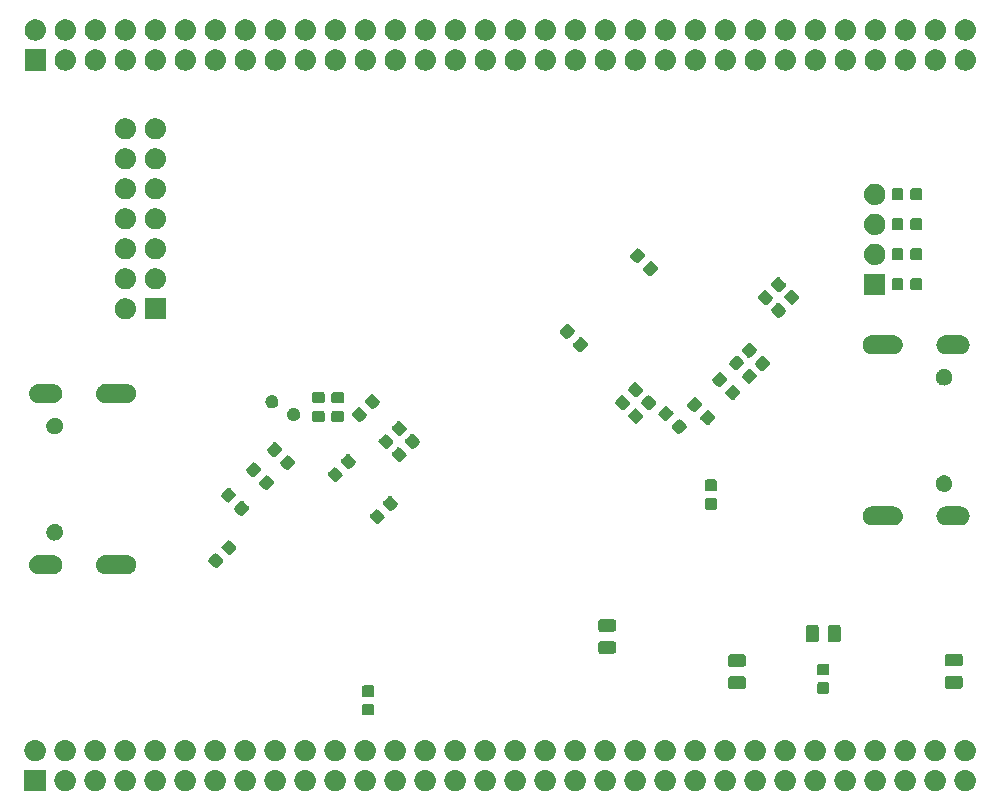
<source format=gbs>
G04 #@! TF.GenerationSoftware,KiCad,Pcbnew,(5.1.0-891-gf1f26a919-dirty)*
G04 #@! TF.CreationDate,2019-06-11T00:28:50+04:00*
G04 #@! TF.ProjectId,hdmishield,68646d69-7368-4696-956c-642e6b696361,rev?*
G04 #@! TF.SameCoordinates,Original*
G04 #@! TF.FileFunction,Soldermask,Bot*
G04 #@! TF.FilePolarity,Negative*
%FSLAX46Y46*%
G04 Gerber Fmt 4.6, Leading zero omitted, Abs format (unit mm)*
G04 Created by KiCad (PCBNEW (5.1.0-891-gf1f26a919-dirty)) date 2019-06-11 00:28:50*
%MOMM*%
%LPD*%
G04 APERTURE LIST*
%ADD10C,0.100000*%
G04 APERTURE END LIST*
D10*
G36*
X104088360Y-94923835D02*
G01*
X104169397Y-94950166D01*
X104256663Y-94977848D01*
X104259655Y-94979493D01*
X104268488Y-94982363D01*
X104340466Y-95023919D01*
X104411499Y-95062970D01*
X104418986Y-95069253D01*
X104432511Y-95077061D01*
X104490259Y-95129057D01*
X104546857Y-95176549D01*
X104556962Y-95189118D01*
X104573261Y-95203793D01*
X104615454Y-95261867D01*
X104657579Y-95314260D01*
X104667994Y-95334182D01*
X104684586Y-95357019D01*
X104711297Y-95417012D01*
X104739439Y-95470843D01*
X104747582Y-95498510D01*
X104761621Y-95530042D01*
X104773992Y-95588241D01*
X104789328Y-95640349D01*
X104792518Y-95675401D01*
X104800999Y-95715301D01*
X104800999Y-95768592D01*
X104805343Y-95816324D01*
X104800999Y-95857653D01*
X104800999Y-95904699D01*
X104791217Y-95950721D01*
X104786873Y-95992047D01*
X104772702Y-96037827D01*
X104761621Y-96089958D01*
X104745028Y-96127226D01*
X104734622Y-96160843D01*
X104708789Y-96208620D01*
X104684586Y-96262981D01*
X104664298Y-96290905D01*
X104650580Y-96316276D01*
X104611859Y-96363082D01*
X104573261Y-96416207D01*
X104552284Y-96435095D01*
X104537952Y-96452419D01*
X104485845Y-96494917D01*
X104432511Y-96542939D01*
X104413524Y-96553901D01*
X104401025Y-96564095D01*
X104335780Y-96598786D01*
X104268488Y-96637637D01*
X104253636Y-96642463D01*
X104245003Y-96647053D01*
X104167430Y-96670473D01*
X104088360Y-96696165D01*
X104079114Y-96697137D01*
X104075851Y-96698122D01*
X103984710Y-96707059D01*
X103947211Y-96711000D01*
X103852789Y-96711000D01*
X103711640Y-96696165D01*
X103630603Y-96669834D01*
X103543337Y-96642152D01*
X103540345Y-96640507D01*
X103531512Y-96637637D01*
X103459534Y-96596081D01*
X103388501Y-96557030D01*
X103381014Y-96550747D01*
X103367489Y-96542939D01*
X103309741Y-96490943D01*
X103253143Y-96443451D01*
X103243038Y-96430882D01*
X103226739Y-96416207D01*
X103184546Y-96358133D01*
X103142421Y-96305740D01*
X103132006Y-96285818D01*
X103115414Y-96262981D01*
X103088703Y-96202988D01*
X103060561Y-96149157D01*
X103052418Y-96121490D01*
X103038379Y-96089958D01*
X103026008Y-96031759D01*
X103010672Y-95979651D01*
X103007482Y-95944599D01*
X102999001Y-95904699D01*
X102999001Y-95851408D01*
X102994657Y-95803676D01*
X102999001Y-95762347D01*
X102999001Y-95715301D01*
X103008783Y-95669279D01*
X103013127Y-95627953D01*
X103027298Y-95582173D01*
X103038379Y-95530042D01*
X103054972Y-95492774D01*
X103065378Y-95459157D01*
X103091211Y-95411380D01*
X103115414Y-95357019D01*
X103135702Y-95329095D01*
X103149420Y-95303724D01*
X103188141Y-95256918D01*
X103226739Y-95203793D01*
X103247716Y-95184905D01*
X103262048Y-95167581D01*
X103314155Y-95125083D01*
X103367489Y-95077061D01*
X103386476Y-95066099D01*
X103398975Y-95055905D01*
X103464220Y-95021214D01*
X103531512Y-94982363D01*
X103546364Y-94977537D01*
X103554997Y-94972947D01*
X103632570Y-94949527D01*
X103711640Y-94923835D01*
X103720886Y-94922863D01*
X103724149Y-94921878D01*
X103815290Y-94912941D01*
X103852789Y-94909000D01*
X103947211Y-94909000D01*
X104088360Y-94923835D01*
X104088360Y-94923835D01*
G37*
G36*
X106628360Y-94923835D02*
G01*
X106709397Y-94950166D01*
X106796663Y-94977848D01*
X106799655Y-94979493D01*
X106808488Y-94982363D01*
X106880466Y-95023919D01*
X106951499Y-95062970D01*
X106958986Y-95069253D01*
X106972511Y-95077061D01*
X107030259Y-95129057D01*
X107086857Y-95176549D01*
X107096962Y-95189118D01*
X107113261Y-95203793D01*
X107155454Y-95261867D01*
X107197579Y-95314260D01*
X107207994Y-95334182D01*
X107224586Y-95357019D01*
X107251297Y-95417012D01*
X107279439Y-95470843D01*
X107287582Y-95498510D01*
X107301621Y-95530042D01*
X107313992Y-95588241D01*
X107329328Y-95640349D01*
X107332518Y-95675401D01*
X107340999Y-95715301D01*
X107340999Y-95768592D01*
X107345343Y-95816324D01*
X107340999Y-95857653D01*
X107340999Y-95904699D01*
X107331217Y-95950721D01*
X107326873Y-95992047D01*
X107312702Y-96037827D01*
X107301621Y-96089958D01*
X107285028Y-96127226D01*
X107274622Y-96160843D01*
X107248789Y-96208620D01*
X107224586Y-96262981D01*
X107204298Y-96290905D01*
X107190580Y-96316276D01*
X107151859Y-96363082D01*
X107113261Y-96416207D01*
X107092284Y-96435095D01*
X107077952Y-96452419D01*
X107025845Y-96494917D01*
X106972511Y-96542939D01*
X106953524Y-96553901D01*
X106941025Y-96564095D01*
X106875780Y-96598786D01*
X106808488Y-96637637D01*
X106793636Y-96642463D01*
X106785003Y-96647053D01*
X106707430Y-96670473D01*
X106628360Y-96696165D01*
X106619114Y-96697137D01*
X106615851Y-96698122D01*
X106524710Y-96707059D01*
X106487211Y-96711000D01*
X106392789Y-96711000D01*
X106251640Y-96696165D01*
X106170603Y-96669834D01*
X106083337Y-96642152D01*
X106080345Y-96640507D01*
X106071512Y-96637637D01*
X105999534Y-96596081D01*
X105928501Y-96557030D01*
X105921014Y-96550747D01*
X105907489Y-96542939D01*
X105849741Y-96490943D01*
X105793143Y-96443451D01*
X105783038Y-96430882D01*
X105766739Y-96416207D01*
X105724546Y-96358133D01*
X105682421Y-96305740D01*
X105672006Y-96285818D01*
X105655414Y-96262981D01*
X105628703Y-96202988D01*
X105600561Y-96149157D01*
X105592418Y-96121490D01*
X105578379Y-96089958D01*
X105566008Y-96031759D01*
X105550672Y-95979651D01*
X105547482Y-95944599D01*
X105539001Y-95904699D01*
X105539001Y-95851408D01*
X105534657Y-95803676D01*
X105539001Y-95762347D01*
X105539001Y-95715301D01*
X105548783Y-95669279D01*
X105553127Y-95627953D01*
X105567298Y-95582173D01*
X105578379Y-95530042D01*
X105594972Y-95492774D01*
X105605378Y-95459157D01*
X105631211Y-95411380D01*
X105655414Y-95357019D01*
X105675702Y-95329095D01*
X105689420Y-95303724D01*
X105728141Y-95256918D01*
X105766739Y-95203793D01*
X105787716Y-95184905D01*
X105802048Y-95167581D01*
X105854155Y-95125083D01*
X105907489Y-95077061D01*
X105926476Y-95066099D01*
X105938975Y-95055905D01*
X106004220Y-95021214D01*
X106071512Y-94982363D01*
X106086364Y-94977537D01*
X106094997Y-94972947D01*
X106172570Y-94949527D01*
X106251640Y-94923835D01*
X106260886Y-94922863D01*
X106264149Y-94921878D01*
X106355290Y-94912941D01*
X106392789Y-94909000D01*
X106487211Y-94909000D01*
X106628360Y-94923835D01*
X106628360Y-94923835D01*
G37*
G36*
X124408360Y-94923835D02*
G01*
X124489397Y-94950166D01*
X124576663Y-94977848D01*
X124579655Y-94979493D01*
X124588488Y-94982363D01*
X124660466Y-95023919D01*
X124731499Y-95062970D01*
X124738986Y-95069253D01*
X124752511Y-95077061D01*
X124810259Y-95129057D01*
X124866857Y-95176549D01*
X124876962Y-95189118D01*
X124893261Y-95203793D01*
X124935454Y-95261867D01*
X124977579Y-95314260D01*
X124987994Y-95334182D01*
X125004586Y-95357019D01*
X125031297Y-95417012D01*
X125059439Y-95470843D01*
X125067582Y-95498510D01*
X125081621Y-95530042D01*
X125093992Y-95588241D01*
X125109328Y-95640349D01*
X125112518Y-95675401D01*
X125120999Y-95715301D01*
X125120999Y-95768592D01*
X125125343Y-95816324D01*
X125120999Y-95857653D01*
X125120999Y-95904699D01*
X125111217Y-95950721D01*
X125106873Y-95992047D01*
X125092702Y-96037827D01*
X125081621Y-96089958D01*
X125065028Y-96127226D01*
X125054622Y-96160843D01*
X125028789Y-96208620D01*
X125004586Y-96262981D01*
X124984298Y-96290905D01*
X124970580Y-96316276D01*
X124931859Y-96363082D01*
X124893261Y-96416207D01*
X124872284Y-96435095D01*
X124857952Y-96452419D01*
X124805845Y-96494917D01*
X124752511Y-96542939D01*
X124733524Y-96553901D01*
X124721025Y-96564095D01*
X124655780Y-96598786D01*
X124588488Y-96637637D01*
X124573636Y-96642463D01*
X124565003Y-96647053D01*
X124487430Y-96670473D01*
X124408360Y-96696165D01*
X124399114Y-96697137D01*
X124395851Y-96698122D01*
X124304710Y-96707059D01*
X124267211Y-96711000D01*
X124172789Y-96711000D01*
X124031640Y-96696165D01*
X123950603Y-96669834D01*
X123863337Y-96642152D01*
X123860345Y-96640507D01*
X123851512Y-96637637D01*
X123779534Y-96596081D01*
X123708501Y-96557030D01*
X123701014Y-96550747D01*
X123687489Y-96542939D01*
X123629741Y-96490943D01*
X123573143Y-96443451D01*
X123563038Y-96430882D01*
X123546739Y-96416207D01*
X123504546Y-96358133D01*
X123462421Y-96305740D01*
X123452006Y-96285818D01*
X123435414Y-96262981D01*
X123408703Y-96202988D01*
X123380561Y-96149157D01*
X123372418Y-96121490D01*
X123358379Y-96089958D01*
X123346008Y-96031759D01*
X123330672Y-95979651D01*
X123327482Y-95944599D01*
X123319001Y-95904699D01*
X123319001Y-95851408D01*
X123314657Y-95803676D01*
X123319001Y-95762347D01*
X123319001Y-95715301D01*
X123328783Y-95669279D01*
X123333127Y-95627953D01*
X123347298Y-95582173D01*
X123358379Y-95530042D01*
X123374972Y-95492774D01*
X123385378Y-95459157D01*
X123411211Y-95411380D01*
X123435414Y-95357019D01*
X123455702Y-95329095D01*
X123469420Y-95303724D01*
X123508141Y-95256918D01*
X123546739Y-95203793D01*
X123567716Y-95184905D01*
X123582048Y-95167581D01*
X123634155Y-95125083D01*
X123687489Y-95077061D01*
X123706476Y-95066099D01*
X123718975Y-95055905D01*
X123784220Y-95021214D01*
X123851512Y-94982363D01*
X123866364Y-94977537D01*
X123874997Y-94972947D01*
X123952570Y-94949527D01*
X124031640Y-94923835D01*
X124040886Y-94922863D01*
X124044149Y-94921878D01*
X124135290Y-94912941D01*
X124172789Y-94909000D01*
X124267211Y-94909000D01*
X124408360Y-94923835D01*
X124408360Y-94923835D01*
G37*
G36*
X121868360Y-94923835D02*
G01*
X121949397Y-94950166D01*
X122036663Y-94977848D01*
X122039655Y-94979493D01*
X122048488Y-94982363D01*
X122120466Y-95023919D01*
X122191499Y-95062970D01*
X122198986Y-95069253D01*
X122212511Y-95077061D01*
X122270259Y-95129057D01*
X122326857Y-95176549D01*
X122336962Y-95189118D01*
X122353261Y-95203793D01*
X122395454Y-95261867D01*
X122437579Y-95314260D01*
X122447994Y-95334182D01*
X122464586Y-95357019D01*
X122491297Y-95417012D01*
X122519439Y-95470843D01*
X122527582Y-95498510D01*
X122541621Y-95530042D01*
X122553992Y-95588241D01*
X122569328Y-95640349D01*
X122572518Y-95675401D01*
X122580999Y-95715301D01*
X122580999Y-95768592D01*
X122585343Y-95816324D01*
X122580999Y-95857653D01*
X122580999Y-95904699D01*
X122571217Y-95950721D01*
X122566873Y-95992047D01*
X122552702Y-96037827D01*
X122541621Y-96089958D01*
X122525028Y-96127226D01*
X122514622Y-96160843D01*
X122488789Y-96208620D01*
X122464586Y-96262981D01*
X122444298Y-96290905D01*
X122430580Y-96316276D01*
X122391859Y-96363082D01*
X122353261Y-96416207D01*
X122332284Y-96435095D01*
X122317952Y-96452419D01*
X122265845Y-96494917D01*
X122212511Y-96542939D01*
X122193524Y-96553901D01*
X122181025Y-96564095D01*
X122115780Y-96598786D01*
X122048488Y-96637637D01*
X122033636Y-96642463D01*
X122025003Y-96647053D01*
X121947430Y-96670473D01*
X121868360Y-96696165D01*
X121859114Y-96697137D01*
X121855851Y-96698122D01*
X121764710Y-96707059D01*
X121727211Y-96711000D01*
X121632789Y-96711000D01*
X121491640Y-96696165D01*
X121410603Y-96669834D01*
X121323337Y-96642152D01*
X121320345Y-96640507D01*
X121311512Y-96637637D01*
X121239534Y-96596081D01*
X121168501Y-96557030D01*
X121161014Y-96550747D01*
X121147489Y-96542939D01*
X121089741Y-96490943D01*
X121033143Y-96443451D01*
X121023038Y-96430882D01*
X121006739Y-96416207D01*
X120964546Y-96358133D01*
X120922421Y-96305740D01*
X120912006Y-96285818D01*
X120895414Y-96262981D01*
X120868703Y-96202988D01*
X120840561Y-96149157D01*
X120832418Y-96121490D01*
X120818379Y-96089958D01*
X120806008Y-96031759D01*
X120790672Y-95979651D01*
X120787482Y-95944599D01*
X120779001Y-95904699D01*
X120779001Y-95851408D01*
X120774657Y-95803676D01*
X120779001Y-95762347D01*
X120779001Y-95715301D01*
X120788783Y-95669279D01*
X120793127Y-95627953D01*
X120807298Y-95582173D01*
X120818379Y-95530042D01*
X120834972Y-95492774D01*
X120845378Y-95459157D01*
X120871211Y-95411380D01*
X120895414Y-95357019D01*
X120915702Y-95329095D01*
X120929420Y-95303724D01*
X120968141Y-95256918D01*
X121006739Y-95203793D01*
X121027716Y-95184905D01*
X121042048Y-95167581D01*
X121094155Y-95125083D01*
X121147489Y-95077061D01*
X121166476Y-95066099D01*
X121178975Y-95055905D01*
X121244220Y-95021214D01*
X121311512Y-94982363D01*
X121326364Y-94977537D01*
X121334997Y-94972947D01*
X121412570Y-94949527D01*
X121491640Y-94923835D01*
X121500886Y-94922863D01*
X121504149Y-94921878D01*
X121595290Y-94912941D01*
X121632789Y-94909000D01*
X121727211Y-94909000D01*
X121868360Y-94923835D01*
X121868360Y-94923835D01*
G37*
G36*
X119328360Y-94923835D02*
G01*
X119409397Y-94950166D01*
X119496663Y-94977848D01*
X119499655Y-94979493D01*
X119508488Y-94982363D01*
X119580466Y-95023919D01*
X119651499Y-95062970D01*
X119658986Y-95069253D01*
X119672511Y-95077061D01*
X119730259Y-95129057D01*
X119786857Y-95176549D01*
X119796962Y-95189118D01*
X119813261Y-95203793D01*
X119855454Y-95261867D01*
X119897579Y-95314260D01*
X119907994Y-95334182D01*
X119924586Y-95357019D01*
X119951297Y-95417012D01*
X119979439Y-95470843D01*
X119987582Y-95498510D01*
X120001621Y-95530042D01*
X120013992Y-95588241D01*
X120029328Y-95640349D01*
X120032518Y-95675401D01*
X120040999Y-95715301D01*
X120040999Y-95768592D01*
X120045343Y-95816324D01*
X120040999Y-95857653D01*
X120040999Y-95904699D01*
X120031217Y-95950721D01*
X120026873Y-95992047D01*
X120012702Y-96037827D01*
X120001621Y-96089958D01*
X119985028Y-96127226D01*
X119974622Y-96160843D01*
X119948789Y-96208620D01*
X119924586Y-96262981D01*
X119904298Y-96290905D01*
X119890580Y-96316276D01*
X119851859Y-96363082D01*
X119813261Y-96416207D01*
X119792284Y-96435095D01*
X119777952Y-96452419D01*
X119725845Y-96494917D01*
X119672511Y-96542939D01*
X119653524Y-96553901D01*
X119641025Y-96564095D01*
X119575780Y-96598786D01*
X119508488Y-96637637D01*
X119493636Y-96642463D01*
X119485003Y-96647053D01*
X119407430Y-96670473D01*
X119328360Y-96696165D01*
X119319114Y-96697137D01*
X119315851Y-96698122D01*
X119224710Y-96707059D01*
X119187211Y-96711000D01*
X119092789Y-96711000D01*
X118951640Y-96696165D01*
X118870603Y-96669834D01*
X118783337Y-96642152D01*
X118780345Y-96640507D01*
X118771512Y-96637637D01*
X118699534Y-96596081D01*
X118628501Y-96557030D01*
X118621014Y-96550747D01*
X118607489Y-96542939D01*
X118549741Y-96490943D01*
X118493143Y-96443451D01*
X118483038Y-96430882D01*
X118466739Y-96416207D01*
X118424546Y-96358133D01*
X118382421Y-96305740D01*
X118372006Y-96285818D01*
X118355414Y-96262981D01*
X118328703Y-96202988D01*
X118300561Y-96149157D01*
X118292418Y-96121490D01*
X118278379Y-96089958D01*
X118266008Y-96031759D01*
X118250672Y-95979651D01*
X118247482Y-95944599D01*
X118239001Y-95904699D01*
X118239001Y-95851408D01*
X118234657Y-95803676D01*
X118239001Y-95762347D01*
X118239001Y-95715301D01*
X118248783Y-95669279D01*
X118253127Y-95627953D01*
X118267298Y-95582173D01*
X118278379Y-95530042D01*
X118294972Y-95492774D01*
X118305378Y-95459157D01*
X118331211Y-95411380D01*
X118355414Y-95357019D01*
X118375702Y-95329095D01*
X118389420Y-95303724D01*
X118428141Y-95256918D01*
X118466739Y-95203793D01*
X118487716Y-95184905D01*
X118502048Y-95167581D01*
X118554155Y-95125083D01*
X118607489Y-95077061D01*
X118626476Y-95066099D01*
X118638975Y-95055905D01*
X118704220Y-95021214D01*
X118771512Y-94982363D01*
X118786364Y-94977537D01*
X118794997Y-94972947D01*
X118872570Y-94949527D01*
X118951640Y-94923835D01*
X118960886Y-94922863D01*
X118964149Y-94921878D01*
X119055290Y-94912941D01*
X119092789Y-94909000D01*
X119187211Y-94909000D01*
X119328360Y-94923835D01*
X119328360Y-94923835D01*
G37*
G36*
X116788360Y-94923835D02*
G01*
X116869397Y-94950166D01*
X116956663Y-94977848D01*
X116959655Y-94979493D01*
X116968488Y-94982363D01*
X117040466Y-95023919D01*
X117111499Y-95062970D01*
X117118986Y-95069253D01*
X117132511Y-95077061D01*
X117190259Y-95129057D01*
X117246857Y-95176549D01*
X117256962Y-95189118D01*
X117273261Y-95203793D01*
X117315454Y-95261867D01*
X117357579Y-95314260D01*
X117367994Y-95334182D01*
X117384586Y-95357019D01*
X117411297Y-95417012D01*
X117439439Y-95470843D01*
X117447582Y-95498510D01*
X117461621Y-95530042D01*
X117473992Y-95588241D01*
X117489328Y-95640349D01*
X117492518Y-95675401D01*
X117500999Y-95715301D01*
X117500999Y-95768592D01*
X117505343Y-95816324D01*
X117500999Y-95857653D01*
X117500999Y-95904699D01*
X117491217Y-95950721D01*
X117486873Y-95992047D01*
X117472702Y-96037827D01*
X117461621Y-96089958D01*
X117445028Y-96127226D01*
X117434622Y-96160843D01*
X117408789Y-96208620D01*
X117384586Y-96262981D01*
X117364298Y-96290905D01*
X117350580Y-96316276D01*
X117311859Y-96363082D01*
X117273261Y-96416207D01*
X117252284Y-96435095D01*
X117237952Y-96452419D01*
X117185845Y-96494917D01*
X117132511Y-96542939D01*
X117113524Y-96553901D01*
X117101025Y-96564095D01*
X117035780Y-96598786D01*
X116968488Y-96637637D01*
X116953636Y-96642463D01*
X116945003Y-96647053D01*
X116867430Y-96670473D01*
X116788360Y-96696165D01*
X116779114Y-96697137D01*
X116775851Y-96698122D01*
X116684710Y-96707059D01*
X116647211Y-96711000D01*
X116552789Y-96711000D01*
X116411640Y-96696165D01*
X116330603Y-96669834D01*
X116243337Y-96642152D01*
X116240345Y-96640507D01*
X116231512Y-96637637D01*
X116159534Y-96596081D01*
X116088501Y-96557030D01*
X116081014Y-96550747D01*
X116067489Y-96542939D01*
X116009741Y-96490943D01*
X115953143Y-96443451D01*
X115943038Y-96430882D01*
X115926739Y-96416207D01*
X115884546Y-96358133D01*
X115842421Y-96305740D01*
X115832006Y-96285818D01*
X115815414Y-96262981D01*
X115788703Y-96202988D01*
X115760561Y-96149157D01*
X115752418Y-96121490D01*
X115738379Y-96089958D01*
X115726008Y-96031759D01*
X115710672Y-95979651D01*
X115707482Y-95944599D01*
X115699001Y-95904699D01*
X115699001Y-95851408D01*
X115694657Y-95803676D01*
X115699001Y-95762347D01*
X115699001Y-95715301D01*
X115708783Y-95669279D01*
X115713127Y-95627953D01*
X115727298Y-95582173D01*
X115738379Y-95530042D01*
X115754972Y-95492774D01*
X115765378Y-95459157D01*
X115791211Y-95411380D01*
X115815414Y-95357019D01*
X115835702Y-95329095D01*
X115849420Y-95303724D01*
X115888141Y-95256918D01*
X115926739Y-95203793D01*
X115947716Y-95184905D01*
X115962048Y-95167581D01*
X116014155Y-95125083D01*
X116067489Y-95077061D01*
X116086476Y-95066099D01*
X116098975Y-95055905D01*
X116164220Y-95021214D01*
X116231512Y-94982363D01*
X116246364Y-94977537D01*
X116254997Y-94972947D01*
X116332570Y-94949527D01*
X116411640Y-94923835D01*
X116420886Y-94922863D01*
X116424149Y-94921878D01*
X116515290Y-94912941D01*
X116552789Y-94909000D01*
X116647211Y-94909000D01*
X116788360Y-94923835D01*
X116788360Y-94923835D01*
G37*
G36*
X114248360Y-94923835D02*
G01*
X114329397Y-94950166D01*
X114416663Y-94977848D01*
X114419655Y-94979493D01*
X114428488Y-94982363D01*
X114500466Y-95023919D01*
X114571499Y-95062970D01*
X114578986Y-95069253D01*
X114592511Y-95077061D01*
X114650259Y-95129057D01*
X114706857Y-95176549D01*
X114716962Y-95189118D01*
X114733261Y-95203793D01*
X114775454Y-95261867D01*
X114817579Y-95314260D01*
X114827994Y-95334182D01*
X114844586Y-95357019D01*
X114871297Y-95417012D01*
X114899439Y-95470843D01*
X114907582Y-95498510D01*
X114921621Y-95530042D01*
X114933992Y-95588241D01*
X114949328Y-95640349D01*
X114952518Y-95675401D01*
X114960999Y-95715301D01*
X114960999Y-95768592D01*
X114965343Y-95816324D01*
X114960999Y-95857653D01*
X114960999Y-95904699D01*
X114951217Y-95950721D01*
X114946873Y-95992047D01*
X114932702Y-96037827D01*
X114921621Y-96089958D01*
X114905028Y-96127226D01*
X114894622Y-96160843D01*
X114868789Y-96208620D01*
X114844586Y-96262981D01*
X114824298Y-96290905D01*
X114810580Y-96316276D01*
X114771859Y-96363082D01*
X114733261Y-96416207D01*
X114712284Y-96435095D01*
X114697952Y-96452419D01*
X114645845Y-96494917D01*
X114592511Y-96542939D01*
X114573524Y-96553901D01*
X114561025Y-96564095D01*
X114495780Y-96598786D01*
X114428488Y-96637637D01*
X114413636Y-96642463D01*
X114405003Y-96647053D01*
X114327430Y-96670473D01*
X114248360Y-96696165D01*
X114239114Y-96697137D01*
X114235851Y-96698122D01*
X114144710Y-96707059D01*
X114107211Y-96711000D01*
X114012789Y-96711000D01*
X113871640Y-96696165D01*
X113790603Y-96669834D01*
X113703337Y-96642152D01*
X113700345Y-96640507D01*
X113691512Y-96637637D01*
X113619534Y-96596081D01*
X113548501Y-96557030D01*
X113541014Y-96550747D01*
X113527489Y-96542939D01*
X113469741Y-96490943D01*
X113413143Y-96443451D01*
X113403038Y-96430882D01*
X113386739Y-96416207D01*
X113344546Y-96358133D01*
X113302421Y-96305740D01*
X113292006Y-96285818D01*
X113275414Y-96262981D01*
X113248703Y-96202988D01*
X113220561Y-96149157D01*
X113212418Y-96121490D01*
X113198379Y-96089958D01*
X113186008Y-96031759D01*
X113170672Y-95979651D01*
X113167482Y-95944599D01*
X113159001Y-95904699D01*
X113159001Y-95851408D01*
X113154657Y-95803676D01*
X113159001Y-95762347D01*
X113159001Y-95715301D01*
X113168783Y-95669279D01*
X113173127Y-95627953D01*
X113187298Y-95582173D01*
X113198379Y-95530042D01*
X113214972Y-95492774D01*
X113225378Y-95459157D01*
X113251211Y-95411380D01*
X113275414Y-95357019D01*
X113295702Y-95329095D01*
X113309420Y-95303724D01*
X113348141Y-95256918D01*
X113386739Y-95203793D01*
X113407716Y-95184905D01*
X113422048Y-95167581D01*
X113474155Y-95125083D01*
X113527489Y-95077061D01*
X113546476Y-95066099D01*
X113558975Y-95055905D01*
X113624220Y-95021214D01*
X113691512Y-94982363D01*
X113706364Y-94977537D01*
X113714997Y-94972947D01*
X113792570Y-94949527D01*
X113871640Y-94923835D01*
X113880886Y-94922863D01*
X113884149Y-94921878D01*
X113975290Y-94912941D01*
X114012789Y-94909000D01*
X114107211Y-94909000D01*
X114248360Y-94923835D01*
X114248360Y-94923835D01*
G37*
G36*
X111708360Y-94923835D02*
G01*
X111789397Y-94950166D01*
X111876663Y-94977848D01*
X111879655Y-94979493D01*
X111888488Y-94982363D01*
X111960466Y-95023919D01*
X112031499Y-95062970D01*
X112038986Y-95069253D01*
X112052511Y-95077061D01*
X112110259Y-95129057D01*
X112166857Y-95176549D01*
X112176962Y-95189118D01*
X112193261Y-95203793D01*
X112235454Y-95261867D01*
X112277579Y-95314260D01*
X112287994Y-95334182D01*
X112304586Y-95357019D01*
X112331297Y-95417012D01*
X112359439Y-95470843D01*
X112367582Y-95498510D01*
X112381621Y-95530042D01*
X112393992Y-95588241D01*
X112409328Y-95640349D01*
X112412518Y-95675401D01*
X112420999Y-95715301D01*
X112420999Y-95768592D01*
X112425343Y-95816324D01*
X112420999Y-95857653D01*
X112420999Y-95904699D01*
X112411217Y-95950721D01*
X112406873Y-95992047D01*
X112392702Y-96037827D01*
X112381621Y-96089958D01*
X112365028Y-96127226D01*
X112354622Y-96160843D01*
X112328789Y-96208620D01*
X112304586Y-96262981D01*
X112284298Y-96290905D01*
X112270580Y-96316276D01*
X112231859Y-96363082D01*
X112193261Y-96416207D01*
X112172284Y-96435095D01*
X112157952Y-96452419D01*
X112105845Y-96494917D01*
X112052511Y-96542939D01*
X112033524Y-96553901D01*
X112021025Y-96564095D01*
X111955780Y-96598786D01*
X111888488Y-96637637D01*
X111873636Y-96642463D01*
X111865003Y-96647053D01*
X111787430Y-96670473D01*
X111708360Y-96696165D01*
X111699114Y-96697137D01*
X111695851Y-96698122D01*
X111604710Y-96707059D01*
X111567211Y-96711000D01*
X111472789Y-96711000D01*
X111331640Y-96696165D01*
X111250603Y-96669834D01*
X111163337Y-96642152D01*
X111160345Y-96640507D01*
X111151512Y-96637637D01*
X111079534Y-96596081D01*
X111008501Y-96557030D01*
X111001014Y-96550747D01*
X110987489Y-96542939D01*
X110929741Y-96490943D01*
X110873143Y-96443451D01*
X110863038Y-96430882D01*
X110846739Y-96416207D01*
X110804546Y-96358133D01*
X110762421Y-96305740D01*
X110752006Y-96285818D01*
X110735414Y-96262981D01*
X110708703Y-96202988D01*
X110680561Y-96149157D01*
X110672418Y-96121490D01*
X110658379Y-96089958D01*
X110646008Y-96031759D01*
X110630672Y-95979651D01*
X110627482Y-95944599D01*
X110619001Y-95904699D01*
X110619001Y-95851408D01*
X110614657Y-95803676D01*
X110619001Y-95762347D01*
X110619001Y-95715301D01*
X110628783Y-95669279D01*
X110633127Y-95627953D01*
X110647298Y-95582173D01*
X110658379Y-95530042D01*
X110674972Y-95492774D01*
X110685378Y-95459157D01*
X110711211Y-95411380D01*
X110735414Y-95357019D01*
X110755702Y-95329095D01*
X110769420Y-95303724D01*
X110808141Y-95256918D01*
X110846739Y-95203793D01*
X110867716Y-95184905D01*
X110882048Y-95167581D01*
X110934155Y-95125083D01*
X110987489Y-95077061D01*
X111006476Y-95066099D01*
X111018975Y-95055905D01*
X111084220Y-95021214D01*
X111151512Y-94982363D01*
X111166364Y-94977537D01*
X111174997Y-94972947D01*
X111252570Y-94949527D01*
X111331640Y-94923835D01*
X111340886Y-94922863D01*
X111344149Y-94921878D01*
X111435290Y-94912941D01*
X111472789Y-94909000D01*
X111567211Y-94909000D01*
X111708360Y-94923835D01*
X111708360Y-94923835D01*
G37*
G36*
X109168360Y-94923835D02*
G01*
X109249397Y-94950166D01*
X109336663Y-94977848D01*
X109339655Y-94979493D01*
X109348488Y-94982363D01*
X109420466Y-95023919D01*
X109491499Y-95062970D01*
X109498986Y-95069253D01*
X109512511Y-95077061D01*
X109570259Y-95129057D01*
X109626857Y-95176549D01*
X109636962Y-95189118D01*
X109653261Y-95203793D01*
X109695454Y-95261867D01*
X109737579Y-95314260D01*
X109747994Y-95334182D01*
X109764586Y-95357019D01*
X109791297Y-95417012D01*
X109819439Y-95470843D01*
X109827582Y-95498510D01*
X109841621Y-95530042D01*
X109853992Y-95588241D01*
X109869328Y-95640349D01*
X109872518Y-95675401D01*
X109880999Y-95715301D01*
X109880999Y-95768592D01*
X109885343Y-95816324D01*
X109880999Y-95857653D01*
X109880999Y-95904699D01*
X109871217Y-95950721D01*
X109866873Y-95992047D01*
X109852702Y-96037827D01*
X109841621Y-96089958D01*
X109825028Y-96127226D01*
X109814622Y-96160843D01*
X109788789Y-96208620D01*
X109764586Y-96262981D01*
X109744298Y-96290905D01*
X109730580Y-96316276D01*
X109691859Y-96363082D01*
X109653261Y-96416207D01*
X109632284Y-96435095D01*
X109617952Y-96452419D01*
X109565845Y-96494917D01*
X109512511Y-96542939D01*
X109493524Y-96553901D01*
X109481025Y-96564095D01*
X109415780Y-96598786D01*
X109348488Y-96637637D01*
X109333636Y-96642463D01*
X109325003Y-96647053D01*
X109247430Y-96670473D01*
X109168360Y-96696165D01*
X109159114Y-96697137D01*
X109155851Y-96698122D01*
X109064710Y-96707059D01*
X109027211Y-96711000D01*
X108932789Y-96711000D01*
X108791640Y-96696165D01*
X108710603Y-96669834D01*
X108623337Y-96642152D01*
X108620345Y-96640507D01*
X108611512Y-96637637D01*
X108539534Y-96596081D01*
X108468501Y-96557030D01*
X108461014Y-96550747D01*
X108447489Y-96542939D01*
X108389741Y-96490943D01*
X108333143Y-96443451D01*
X108323038Y-96430882D01*
X108306739Y-96416207D01*
X108264546Y-96358133D01*
X108222421Y-96305740D01*
X108212006Y-96285818D01*
X108195414Y-96262981D01*
X108168703Y-96202988D01*
X108140561Y-96149157D01*
X108132418Y-96121490D01*
X108118379Y-96089958D01*
X108106008Y-96031759D01*
X108090672Y-95979651D01*
X108087482Y-95944599D01*
X108079001Y-95904699D01*
X108079001Y-95851408D01*
X108074657Y-95803676D01*
X108079001Y-95762347D01*
X108079001Y-95715301D01*
X108088783Y-95669279D01*
X108093127Y-95627953D01*
X108107298Y-95582173D01*
X108118379Y-95530042D01*
X108134972Y-95492774D01*
X108145378Y-95459157D01*
X108171211Y-95411380D01*
X108195414Y-95357019D01*
X108215702Y-95329095D01*
X108229420Y-95303724D01*
X108268141Y-95256918D01*
X108306739Y-95203793D01*
X108327716Y-95184905D01*
X108342048Y-95167581D01*
X108394155Y-95125083D01*
X108447489Y-95077061D01*
X108466476Y-95066099D01*
X108478975Y-95055905D01*
X108544220Y-95021214D01*
X108611512Y-94982363D01*
X108626364Y-94977537D01*
X108634997Y-94972947D01*
X108712570Y-94949527D01*
X108791640Y-94923835D01*
X108800886Y-94922863D01*
X108804149Y-94921878D01*
X108895290Y-94912941D01*
X108932789Y-94909000D01*
X109027211Y-94909000D01*
X109168360Y-94923835D01*
X109168360Y-94923835D01*
G37*
G36*
X83768360Y-94923835D02*
G01*
X83849397Y-94950166D01*
X83936663Y-94977848D01*
X83939655Y-94979493D01*
X83948488Y-94982363D01*
X84020466Y-95023919D01*
X84091499Y-95062970D01*
X84098986Y-95069253D01*
X84112511Y-95077061D01*
X84170259Y-95129057D01*
X84226857Y-95176549D01*
X84236962Y-95189118D01*
X84253261Y-95203793D01*
X84295454Y-95261867D01*
X84337579Y-95314260D01*
X84347994Y-95334182D01*
X84364586Y-95357019D01*
X84391297Y-95417012D01*
X84419439Y-95470843D01*
X84427582Y-95498510D01*
X84441621Y-95530042D01*
X84453992Y-95588241D01*
X84469328Y-95640349D01*
X84472518Y-95675401D01*
X84480999Y-95715301D01*
X84480999Y-95768592D01*
X84485343Y-95816324D01*
X84480999Y-95857653D01*
X84480999Y-95904699D01*
X84471217Y-95950721D01*
X84466873Y-95992047D01*
X84452702Y-96037827D01*
X84441621Y-96089958D01*
X84425028Y-96127226D01*
X84414622Y-96160843D01*
X84388789Y-96208620D01*
X84364586Y-96262981D01*
X84344298Y-96290905D01*
X84330580Y-96316276D01*
X84291859Y-96363082D01*
X84253261Y-96416207D01*
X84232284Y-96435095D01*
X84217952Y-96452419D01*
X84165845Y-96494917D01*
X84112511Y-96542939D01*
X84093524Y-96553901D01*
X84081025Y-96564095D01*
X84015780Y-96598786D01*
X83948488Y-96637637D01*
X83933636Y-96642463D01*
X83925003Y-96647053D01*
X83847430Y-96670473D01*
X83768360Y-96696165D01*
X83759114Y-96697137D01*
X83755851Y-96698122D01*
X83664710Y-96707059D01*
X83627211Y-96711000D01*
X83532789Y-96711000D01*
X83391640Y-96696165D01*
X83310603Y-96669834D01*
X83223337Y-96642152D01*
X83220345Y-96640507D01*
X83211512Y-96637637D01*
X83139534Y-96596081D01*
X83068501Y-96557030D01*
X83061014Y-96550747D01*
X83047489Y-96542939D01*
X82989741Y-96490943D01*
X82933143Y-96443451D01*
X82923038Y-96430882D01*
X82906739Y-96416207D01*
X82864546Y-96358133D01*
X82822421Y-96305740D01*
X82812006Y-96285818D01*
X82795414Y-96262981D01*
X82768703Y-96202988D01*
X82740561Y-96149157D01*
X82732418Y-96121490D01*
X82718379Y-96089958D01*
X82706008Y-96031759D01*
X82690672Y-95979651D01*
X82687482Y-95944599D01*
X82679001Y-95904699D01*
X82679001Y-95851408D01*
X82674657Y-95803676D01*
X82679001Y-95762347D01*
X82679001Y-95715301D01*
X82688783Y-95669279D01*
X82693127Y-95627953D01*
X82707298Y-95582173D01*
X82718379Y-95530042D01*
X82734972Y-95492774D01*
X82745378Y-95459157D01*
X82771211Y-95411380D01*
X82795414Y-95357019D01*
X82815702Y-95329095D01*
X82829420Y-95303724D01*
X82868141Y-95256918D01*
X82906739Y-95203793D01*
X82927716Y-95184905D01*
X82942048Y-95167581D01*
X82994155Y-95125083D01*
X83047489Y-95077061D01*
X83066476Y-95066099D01*
X83078975Y-95055905D01*
X83144220Y-95021214D01*
X83211512Y-94982363D01*
X83226364Y-94977537D01*
X83234997Y-94972947D01*
X83312570Y-94949527D01*
X83391640Y-94923835D01*
X83400886Y-94922863D01*
X83404149Y-94921878D01*
X83495290Y-94912941D01*
X83532789Y-94909000D01*
X83627211Y-94909000D01*
X83768360Y-94923835D01*
X83768360Y-94923835D01*
G37*
G36*
X101548360Y-94923835D02*
G01*
X101629397Y-94950166D01*
X101716663Y-94977848D01*
X101719655Y-94979493D01*
X101728488Y-94982363D01*
X101800466Y-95023919D01*
X101871499Y-95062970D01*
X101878986Y-95069253D01*
X101892511Y-95077061D01*
X101950259Y-95129057D01*
X102006857Y-95176549D01*
X102016962Y-95189118D01*
X102033261Y-95203793D01*
X102075454Y-95261867D01*
X102117579Y-95314260D01*
X102127994Y-95334182D01*
X102144586Y-95357019D01*
X102171297Y-95417012D01*
X102199439Y-95470843D01*
X102207582Y-95498510D01*
X102221621Y-95530042D01*
X102233992Y-95588241D01*
X102249328Y-95640349D01*
X102252518Y-95675401D01*
X102260999Y-95715301D01*
X102260999Y-95768592D01*
X102265343Y-95816324D01*
X102260999Y-95857653D01*
X102260999Y-95904699D01*
X102251217Y-95950721D01*
X102246873Y-95992047D01*
X102232702Y-96037827D01*
X102221621Y-96089958D01*
X102205028Y-96127226D01*
X102194622Y-96160843D01*
X102168789Y-96208620D01*
X102144586Y-96262981D01*
X102124298Y-96290905D01*
X102110580Y-96316276D01*
X102071859Y-96363082D01*
X102033261Y-96416207D01*
X102012284Y-96435095D01*
X101997952Y-96452419D01*
X101945845Y-96494917D01*
X101892511Y-96542939D01*
X101873524Y-96553901D01*
X101861025Y-96564095D01*
X101795780Y-96598786D01*
X101728488Y-96637637D01*
X101713636Y-96642463D01*
X101705003Y-96647053D01*
X101627430Y-96670473D01*
X101548360Y-96696165D01*
X101539114Y-96697137D01*
X101535851Y-96698122D01*
X101444710Y-96707059D01*
X101407211Y-96711000D01*
X101312789Y-96711000D01*
X101171640Y-96696165D01*
X101090603Y-96669834D01*
X101003337Y-96642152D01*
X101000345Y-96640507D01*
X100991512Y-96637637D01*
X100919534Y-96596081D01*
X100848501Y-96557030D01*
X100841014Y-96550747D01*
X100827489Y-96542939D01*
X100769741Y-96490943D01*
X100713143Y-96443451D01*
X100703038Y-96430882D01*
X100686739Y-96416207D01*
X100644546Y-96358133D01*
X100602421Y-96305740D01*
X100592006Y-96285818D01*
X100575414Y-96262981D01*
X100548703Y-96202988D01*
X100520561Y-96149157D01*
X100512418Y-96121490D01*
X100498379Y-96089958D01*
X100486008Y-96031759D01*
X100470672Y-95979651D01*
X100467482Y-95944599D01*
X100459001Y-95904699D01*
X100459001Y-95851408D01*
X100454657Y-95803676D01*
X100459001Y-95762347D01*
X100459001Y-95715301D01*
X100468783Y-95669279D01*
X100473127Y-95627953D01*
X100487298Y-95582173D01*
X100498379Y-95530042D01*
X100514972Y-95492774D01*
X100525378Y-95459157D01*
X100551211Y-95411380D01*
X100575414Y-95357019D01*
X100595702Y-95329095D01*
X100609420Y-95303724D01*
X100648141Y-95256918D01*
X100686739Y-95203793D01*
X100707716Y-95184905D01*
X100722048Y-95167581D01*
X100774155Y-95125083D01*
X100827489Y-95077061D01*
X100846476Y-95066099D01*
X100858975Y-95055905D01*
X100924220Y-95021214D01*
X100991512Y-94982363D01*
X101006364Y-94977537D01*
X101014997Y-94972947D01*
X101092570Y-94949527D01*
X101171640Y-94923835D01*
X101180886Y-94922863D01*
X101184149Y-94921878D01*
X101275290Y-94912941D01*
X101312789Y-94909000D01*
X101407211Y-94909000D01*
X101548360Y-94923835D01*
X101548360Y-94923835D01*
G37*
G36*
X99008360Y-94923835D02*
G01*
X99089397Y-94950166D01*
X99176663Y-94977848D01*
X99179655Y-94979493D01*
X99188488Y-94982363D01*
X99260466Y-95023919D01*
X99331499Y-95062970D01*
X99338986Y-95069253D01*
X99352511Y-95077061D01*
X99410259Y-95129057D01*
X99466857Y-95176549D01*
X99476962Y-95189118D01*
X99493261Y-95203793D01*
X99535454Y-95261867D01*
X99577579Y-95314260D01*
X99587994Y-95334182D01*
X99604586Y-95357019D01*
X99631297Y-95417012D01*
X99659439Y-95470843D01*
X99667582Y-95498510D01*
X99681621Y-95530042D01*
X99693992Y-95588241D01*
X99709328Y-95640349D01*
X99712518Y-95675401D01*
X99720999Y-95715301D01*
X99720999Y-95768592D01*
X99725343Y-95816324D01*
X99720999Y-95857653D01*
X99720999Y-95904699D01*
X99711217Y-95950721D01*
X99706873Y-95992047D01*
X99692702Y-96037827D01*
X99681621Y-96089958D01*
X99665028Y-96127226D01*
X99654622Y-96160843D01*
X99628789Y-96208620D01*
X99604586Y-96262981D01*
X99584298Y-96290905D01*
X99570580Y-96316276D01*
X99531859Y-96363082D01*
X99493261Y-96416207D01*
X99472284Y-96435095D01*
X99457952Y-96452419D01*
X99405845Y-96494917D01*
X99352511Y-96542939D01*
X99333524Y-96553901D01*
X99321025Y-96564095D01*
X99255780Y-96598786D01*
X99188488Y-96637637D01*
X99173636Y-96642463D01*
X99165003Y-96647053D01*
X99087430Y-96670473D01*
X99008360Y-96696165D01*
X98999114Y-96697137D01*
X98995851Y-96698122D01*
X98904710Y-96707059D01*
X98867211Y-96711000D01*
X98772789Y-96711000D01*
X98631640Y-96696165D01*
X98550603Y-96669834D01*
X98463337Y-96642152D01*
X98460345Y-96640507D01*
X98451512Y-96637637D01*
X98379534Y-96596081D01*
X98308501Y-96557030D01*
X98301014Y-96550747D01*
X98287489Y-96542939D01*
X98229741Y-96490943D01*
X98173143Y-96443451D01*
X98163038Y-96430882D01*
X98146739Y-96416207D01*
X98104546Y-96358133D01*
X98062421Y-96305740D01*
X98052006Y-96285818D01*
X98035414Y-96262981D01*
X98008703Y-96202988D01*
X97980561Y-96149157D01*
X97972418Y-96121490D01*
X97958379Y-96089958D01*
X97946008Y-96031759D01*
X97930672Y-95979651D01*
X97927482Y-95944599D01*
X97919001Y-95904699D01*
X97919001Y-95851408D01*
X97914657Y-95803676D01*
X97919001Y-95762347D01*
X97919001Y-95715301D01*
X97928783Y-95669279D01*
X97933127Y-95627953D01*
X97947298Y-95582173D01*
X97958379Y-95530042D01*
X97974972Y-95492774D01*
X97985378Y-95459157D01*
X98011211Y-95411380D01*
X98035414Y-95357019D01*
X98055702Y-95329095D01*
X98069420Y-95303724D01*
X98108141Y-95256918D01*
X98146739Y-95203793D01*
X98167716Y-95184905D01*
X98182048Y-95167581D01*
X98234155Y-95125083D01*
X98287489Y-95077061D01*
X98306476Y-95066099D01*
X98318975Y-95055905D01*
X98384220Y-95021214D01*
X98451512Y-94982363D01*
X98466364Y-94977537D01*
X98474997Y-94972947D01*
X98552570Y-94949527D01*
X98631640Y-94923835D01*
X98640886Y-94922863D01*
X98644149Y-94921878D01*
X98735290Y-94912941D01*
X98772789Y-94909000D01*
X98867211Y-94909000D01*
X99008360Y-94923835D01*
X99008360Y-94923835D01*
G37*
G36*
X96468360Y-94923835D02*
G01*
X96549397Y-94950166D01*
X96636663Y-94977848D01*
X96639655Y-94979493D01*
X96648488Y-94982363D01*
X96720466Y-95023919D01*
X96791499Y-95062970D01*
X96798986Y-95069253D01*
X96812511Y-95077061D01*
X96870259Y-95129057D01*
X96926857Y-95176549D01*
X96936962Y-95189118D01*
X96953261Y-95203793D01*
X96995454Y-95261867D01*
X97037579Y-95314260D01*
X97047994Y-95334182D01*
X97064586Y-95357019D01*
X97091297Y-95417012D01*
X97119439Y-95470843D01*
X97127582Y-95498510D01*
X97141621Y-95530042D01*
X97153992Y-95588241D01*
X97169328Y-95640349D01*
X97172518Y-95675401D01*
X97180999Y-95715301D01*
X97180999Y-95768592D01*
X97185343Y-95816324D01*
X97180999Y-95857653D01*
X97180999Y-95904699D01*
X97171217Y-95950721D01*
X97166873Y-95992047D01*
X97152702Y-96037827D01*
X97141621Y-96089958D01*
X97125028Y-96127226D01*
X97114622Y-96160843D01*
X97088789Y-96208620D01*
X97064586Y-96262981D01*
X97044298Y-96290905D01*
X97030580Y-96316276D01*
X96991859Y-96363082D01*
X96953261Y-96416207D01*
X96932284Y-96435095D01*
X96917952Y-96452419D01*
X96865845Y-96494917D01*
X96812511Y-96542939D01*
X96793524Y-96553901D01*
X96781025Y-96564095D01*
X96715780Y-96598786D01*
X96648488Y-96637637D01*
X96633636Y-96642463D01*
X96625003Y-96647053D01*
X96547430Y-96670473D01*
X96468360Y-96696165D01*
X96459114Y-96697137D01*
X96455851Y-96698122D01*
X96364710Y-96707059D01*
X96327211Y-96711000D01*
X96232789Y-96711000D01*
X96091640Y-96696165D01*
X96010603Y-96669834D01*
X95923337Y-96642152D01*
X95920345Y-96640507D01*
X95911512Y-96637637D01*
X95839534Y-96596081D01*
X95768501Y-96557030D01*
X95761014Y-96550747D01*
X95747489Y-96542939D01*
X95689741Y-96490943D01*
X95633143Y-96443451D01*
X95623038Y-96430882D01*
X95606739Y-96416207D01*
X95564546Y-96358133D01*
X95522421Y-96305740D01*
X95512006Y-96285818D01*
X95495414Y-96262981D01*
X95468703Y-96202988D01*
X95440561Y-96149157D01*
X95432418Y-96121490D01*
X95418379Y-96089958D01*
X95406008Y-96031759D01*
X95390672Y-95979651D01*
X95387482Y-95944599D01*
X95379001Y-95904699D01*
X95379001Y-95851408D01*
X95374657Y-95803676D01*
X95379001Y-95762347D01*
X95379001Y-95715301D01*
X95388783Y-95669279D01*
X95393127Y-95627953D01*
X95407298Y-95582173D01*
X95418379Y-95530042D01*
X95434972Y-95492774D01*
X95445378Y-95459157D01*
X95471211Y-95411380D01*
X95495414Y-95357019D01*
X95515702Y-95329095D01*
X95529420Y-95303724D01*
X95568141Y-95256918D01*
X95606739Y-95203793D01*
X95627716Y-95184905D01*
X95642048Y-95167581D01*
X95694155Y-95125083D01*
X95747489Y-95077061D01*
X95766476Y-95066099D01*
X95778975Y-95055905D01*
X95844220Y-95021214D01*
X95911512Y-94982363D01*
X95926364Y-94977537D01*
X95934997Y-94972947D01*
X96012570Y-94949527D01*
X96091640Y-94923835D01*
X96100886Y-94922863D01*
X96104149Y-94921878D01*
X96195290Y-94912941D01*
X96232789Y-94909000D01*
X96327211Y-94909000D01*
X96468360Y-94923835D01*
X96468360Y-94923835D01*
G37*
G36*
X93928360Y-94923835D02*
G01*
X94009397Y-94950166D01*
X94096663Y-94977848D01*
X94099655Y-94979493D01*
X94108488Y-94982363D01*
X94180466Y-95023919D01*
X94251499Y-95062970D01*
X94258986Y-95069253D01*
X94272511Y-95077061D01*
X94330259Y-95129057D01*
X94386857Y-95176549D01*
X94396962Y-95189118D01*
X94413261Y-95203793D01*
X94455454Y-95261867D01*
X94497579Y-95314260D01*
X94507994Y-95334182D01*
X94524586Y-95357019D01*
X94551297Y-95417012D01*
X94579439Y-95470843D01*
X94587582Y-95498510D01*
X94601621Y-95530042D01*
X94613992Y-95588241D01*
X94629328Y-95640349D01*
X94632518Y-95675401D01*
X94640999Y-95715301D01*
X94640999Y-95768592D01*
X94645343Y-95816324D01*
X94640999Y-95857653D01*
X94640999Y-95904699D01*
X94631217Y-95950721D01*
X94626873Y-95992047D01*
X94612702Y-96037827D01*
X94601621Y-96089958D01*
X94585028Y-96127226D01*
X94574622Y-96160843D01*
X94548789Y-96208620D01*
X94524586Y-96262981D01*
X94504298Y-96290905D01*
X94490580Y-96316276D01*
X94451859Y-96363082D01*
X94413261Y-96416207D01*
X94392284Y-96435095D01*
X94377952Y-96452419D01*
X94325845Y-96494917D01*
X94272511Y-96542939D01*
X94253524Y-96553901D01*
X94241025Y-96564095D01*
X94175780Y-96598786D01*
X94108488Y-96637637D01*
X94093636Y-96642463D01*
X94085003Y-96647053D01*
X94007430Y-96670473D01*
X93928360Y-96696165D01*
X93919114Y-96697137D01*
X93915851Y-96698122D01*
X93824710Y-96707059D01*
X93787211Y-96711000D01*
X93692789Y-96711000D01*
X93551640Y-96696165D01*
X93470603Y-96669834D01*
X93383337Y-96642152D01*
X93380345Y-96640507D01*
X93371512Y-96637637D01*
X93299534Y-96596081D01*
X93228501Y-96557030D01*
X93221014Y-96550747D01*
X93207489Y-96542939D01*
X93149741Y-96490943D01*
X93093143Y-96443451D01*
X93083038Y-96430882D01*
X93066739Y-96416207D01*
X93024546Y-96358133D01*
X92982421Y-96305740D01*
X92972006Y-96285818D01*
X92955414Y-96262981D01*
X92928703Y-96202988D01*
X92900561Y-96149157D01*
X92892418Y-96121490D01*
X92878379Y-96089958D01*
X92866008Y-96031759D01*
X92850672Y-95979651D01*
X92847482Y-95944599D01*
X92839001Y-95904699D01*
X92839001Y-95851408D01*
X92834657Y-95803676D01*
X92839001Y-95762347D01*
X92839001Y-95715301D01*
X92848783Y-95669279D01*
X92853127Y-95627953D01*
X92867298Y-95582173D01*
X92878379Y-95530042D01*
X92894972Y-95492774D01*
X92905378Y-95459157D01*
X92931211Y-95411380D01*
X92955414Y-95357019D01*
X92975702Y-95329095D01*
X92989420Y-95303724D01*
X93028141Y-95256918D01*
X93066739Y-95203793D01*
X93087716Y-95184905D01*
X93102048Y-95167581D01*
X93154155Y-95125083D01*
X93207489Y-95077061D01*
X93226476Y-95066099D01*
X93238975Y-95055905D01*
X93304220Y-95021214D01*
X93371512Y-94982363D01*
X93386364Y-94977537D01*
X93394997Y-94972947D01*
X93472570Y-94949527D01*
X93551640Y-94923835D01*
X93560886Y-94922863D01*
X93564149Y-94921878D01*
X93655290Y-94912941D01*
X93692789Y-94909000D01*
X93787211Y-94909000D01*
X93928360Y-94923835D01*
X93928360Y-94923835D01*
G37*
G36*
X91388360Y-94923835D02*
G01*
X91469397Y-94950166D01*
X91556663Y-94977848D01*
X91559655Y-94979493D01*
X91568488Y-94982363D01*
X91640466Y-95023919D01*
X91711499Y-95062970D01*
X91718986Y-95069253D01*
X91732511Y-95077061D01*
X91790259Y-95129057D01*
X91846857Y-95176549D01*
X91856962Y-95189118D01*
X91873261Y-95203793D01*
X91915454Y-95261867D01*
X91957579Y-95314260D01*
X91967994Y-95334182D01*
X91984586Y-95357019D01*
X92011297Y-95417012D01*
X92039439Y-95470843D01*
X92047582Y-95498510D01*
X92061621Y-95530042D01*
X92073992Y-95588241D01*
X92089328Y-95640349D01*
X92092518Y-95675401D01*
X92100999Y-95715301D01*
X92100999Y-95768592D01*
X92105343Y-95816324D01*
X92100999Y-95857653D01*
X92100999Y-95904699D01*
X92091217Y-95950721D01*
X92086873Y-95992047D01*
X92072702Y-96037827D01*
X92061621Y-96089958D01*
X92045028Y-96127226D01*
X92034622Y-96160843D01*
X92008789Y-96208620D01*
X91984586Y-96262981D01*
X91964298Y-96290905D01*
X91950580Y-96316276D01*
X91911859Y-96363082D01*
X91873261Y-96416207D01*
X91852284Y-96435095D01*
X91837952Y-96452419D01*
X91785845Y-96494917D01*
X91732511Y-96542939D01*
X91713524Y-96553901D01*
X91701025Y-96564095D01*
X91635780Y-96598786D01*
X91568488Y-96637637D01*
X91553636Y-96642463D01*
X91545003Y-96647053D01*
X91467430Y-96670473D01*
X91388360Y-96696165D01*
X91379114Y-96697137D01*
X91375851Y-96698122D01*
X91284710Y-96707059D01*
X91247211Y-96711000D01*
X91152789Y-96711000D01*
X91011640Y-96696165D01*
X90930603Y-96669834D01*
X90843337Y-96642152D01*
X90840345Y-96640507D01*
X90831512Y-96637637D01*
X90759534Y-96596081D01*
X90688501Y-96557030D01*
X90681014Y-96550747D01*
X90667489Y-96542939D01*
X90609741Y-96490943D01*
X90553143Y-96443451D01*
X90543038Y-96430882D01*
X90526739Y-96416207D01*
X90484546Y-96358133D01*
X90442421Y-96305740D01*
X90432006Y-96285818D01*
X90415414Y-96262981D01*
X90388703Y-96202988D01*
X90360561Y-96149157D01*
X90352418Y-96121490D01*
X90338379Y-96089958D01*
X90326008Y-96031759D01*
X90310672Y-95979651D01*
X90307482Y-95944599D01*
X90299001Y-95904699D01*
X90299001Y-95851408D01*
X90294657Y-95803676D01*
X90299001Y-95762347D01*
X90299001Y-95715301D01*
X90308783Y-95669279D01*
X90313127Y-95627953D01*
X90327298Y-95582173D01*
X90338379Y-95530042D01*
X90354972Y-95492774D01*
X90365378Y-95459157D01*
X90391211Y-95411380D01*
X90415414Y-95357019D01*
X90435702Y-95329095D01*
X90449420Y-95303724D01*
X90488141Y-95256918D01*
X90526739Y-95203793D01*
X90547716Y-95184905D01*
X90562048Y-95167581D01*
X90614155Y-95125083D01*
X90667489Y-95077061D01*
X90686476Y-95066099D01*
X90698975Y-95055905D01*
X90764220Y-95021214D01*
X90831512Y-94982363D01*
X90846364Y-94977537D01*
X90854997Y-94972947D01*
X90932570Y-94949527D01*
X91011640Y-94923835D01*
X91020886Y-94922863D01*
X91024149Y-94921878D01*
X91115290Y-94912941D01*
X91152789Y-94909000D01*
X91247211Y-94909000D01*
X91388360Y-94923835D01*
X91388360Y-94923835D01*
G37*
G36*
X88848360Y-94923835D02*
G01*
X88929397Y-94950166D01*
X89016663Y-94977848D01*
X89019655Y-94979493D01*
X89028488Y-94982363D01*
X89100466Y-95023919D01*
X89171499Y-95062970D01*
X89178986Y-95069253D01*
X89192511Y-95077061D01*
X89250259Y-95129057D01*
X89306857Y-95176549D01*
X89316962Y-95189118D01*
X89333261Y-95203793D01*
X89375454Y-95261867D01*
X89417579Y-95314260D01*
X89427994Y-95334182D01*
X89444586Y-95357019D01*
X89471297Y-95417012D01*
X89499439Y-95470843D01*
X89507582Y-95498510D01*
X89521621Y-95530042D01*
X89533992Y-95588241D01*
X89549328Y-95640349D01*
X89552518Y-95675401D01*
X89560999Y-95715301D01*
X89560999Y-95768592D01*
X89565343Y-95816324D01*
X89560999Y-95857653D01*
X89560999Y-95904699D01*
X89551217Y-95950721D01*
X89546873Y-95992047D01*
X89532702Y-96037827D01*
X89521621Y-96089958D01*
X89505028Y-96127226D01*
X89494622Y-96160843D01*
X89468789Y-96208620D01*
X89444586Y-96262981D01*
X89424298Y-96290905D01*
X89410580Y-96316276D01*
X89371859Y-96363082D01*
X89333261Y-96416207D01*
X89312284Y-96435095D01*
X89297952Y-96452419D01*
X89245845Y-96494917D01*
X89192511Y-96542939D01*
X89173524Y-96553901D01*
X89161025Y-96564095D01*
X89095780Y-96598786D01*
X89028488Y-96637637D01*
X89013636Y-96642463D01*
X89005003Y-96647053D01*
X88927430Y-96670473D01*
X88848360Y-96696165D01*
X88839114Y-96697137D01*
X88835851Y-96698122D01*
X88744710Y-96707059D01*
X88707211Y-96711000D01*
X88612789Y-96711000D01*
X88471640Y-96696165D01*
X88390603Y-96669834D01*
X88303337Y-96642152D01*
X88300345Y-96640507D01*
X88291512Y-96637637D01*
X88219534Y-96596081D01*
X88148501Y-96557030D01*
X88141014Y-96550747D01*
X88127489Y-96542939D01*
X88069741Y-96490943D01*
X88013143Y-96443451D01*
X88003038Y-96430882D01*
X87986739Y-96416207D01*
X87944546Y-96358133D01*
X87902421Y-96305740D01*
X87892006Y-96285818D01*
X87875414Y-96262981D01*
X87848703Y-96202988D01*
X87820561Y-96149157D01*
X87812418Y-96121490D01*
X87798379Y-96089958D01*
X87786008Y-96031759D01*
X87770672Y-95979651D01*
X87767482Y-95944599D01*
X87759001Y-95904699D01*
X87759001Y-95851408D01*
X87754657Y-95803676D01*
X87759001Y-95762347D01*
X87759001Y-95715301D01*
X87768783Y-95669279D01*
X87773127Y-95627953D01*
X87787298Y-95582173D01*
X87798379Y-95530042D01*
X87814972Y-95492774D01*
X87825378Y-95459157D01*
X87851211Y-95411380D01*
X87875414Y-95357019D01*
X87895702Y-95329095D01*
X87909420Y-95303724D01*
X87948141Y-95256918D01*
X87986739Y-95203793D01*
X88007716Y-95184905D01*
X88022048Y-95167581D01*
X88074155Y-95125083D01*
X88127489Y-95077061D01*
X88146476Y-95066099D01*
X88158975Y-95055905D01*
X88224220Y-95021214D01*
X88291512Y-94982363D01*
X88306364Y-94977537D01*
X88314997Y-94972947D01*
X88392570Y-94949527D01*
X88471640Y-94923835D01*
X88480886Y-94922863D01*
X88484149Y-94921878D01*
X88575290Y-94912941D01*
X88612789Y-94909000D01*
X88707211Y-94909000D01*
X88848360Y-94923835D01*
X88848360Y-94923835D01*
G37*
G36*
X63448360Y-94923835D02*
G01*
X63529397Y-94950166D01*
X63616663Y-94977848D01*
X63619655Y-94979493D01*
X63628488Y-94982363D01*
X63700466Y-95023919D01*
X63771499Y-95062970D01*
X63778986Y-95069253D01*
X63792511Y-95077061D01*
X63850259Y-95129057D01*
X63906857Y-95176549D01*
X63916962Y-95189118D01*
X63933261Y-95203793D01*
X63975454Y-95261867D01*
X64017579Y-95314260D01*
X64027994Y-95334182D01*
X64044586Y-95357019D01*
X64071297Y-95417012D01*
X64099439Y-95470843D01*
X64107582Y-95498510D01*
X64121621Y-95530042D01*
X64133992Y-95588241D01*
X64149328Y-95640349D01*
X64152518Y-95675401D01*
X64160999Y-95715301D01*
X64160999Y-95768592D01*
X64165343Y-95816324D01*
X64160999Y-95857653D01*
X64160999Y-95904699D01*
X64151217Y-95950721D01*
X64146873Y-95992047D01*
X64132702Y-96037827D01*
X64121621Y-96089958D01*
X64105028Y-96127226D01*
X64094622Y-96160843D01*
X64068789Y-96208620D01*
X64044586Y-96262981D01*
X64024298Y-96290905D01*
X64010580Y-96316276D01*
X63971859Y-96363082D01*
X63933261Y-96416207D01*
X63912284Y-96435095D01*
X63897952Y-96452419D01*
X63845845Y-96494917D01*
X63792511Y-96542939D01*
X63773524Y-96553901D01*
X63761025Y-96564095D01*
X63695780Y-96598786D01*
X63628488Y-96637637D01*
X63613636Y-96642463D01*
X63605003Y-96647053D01*
X63527430Y-96670473D01*
X63448360Y-96696165D01*
X63439114Y-96697137D01*
X63435851Y-96698122D01*
X63344710Y-96707059D01*
X63307211Y-96711000D01*
X63212789Y-96711000D01*
X63071640Y-96696165D01*
X62990603Y-96669834D01*
X62903337Y-96642152D01*
X62900345Y-96640507D01*
X62891512Y-96637637D01*
X62819534Y-96596081D01*
X62748501Y-96557030D01*
X62741014Y-96550747D01*
X62727489Y-96542939D01*
X62669741Y-96490943D01*
X62613143Y-96443451D01*
X62603038Y-96430882D01*
X62586739Y-96416207D01*
X62544546Y-96358133D01*
X62502421Y-96305740D01*
X62492006Y-96285818D01*
X62475414Y-96262981D01*
X62448703Y-96202988D01*
X62420561Y-96149157D01*
X62412418Y-96121490D01*
X62398379Y-96089958D01*
X62386008Y-96031759D01*
X62370672Y-95979651D01*
X62367482Y-95944599D01*
X62359001Y-95904699D01*
X62359001Y-95851408D01*
X62354657Y-95803676D01*
X62359001Y-95762347D01*
X62359001Y-95715301D01*
X62368783Y-95669279D01*
X62373127Y-95627953D01*
X62387298Y-95582173D01*
X62398379Y-95530042D01*
X62414972Y-95492774D01*
X62425378Y-95459157D01*
X62451211Y-95411380D01*
X62475414Y-95357019D01*
X62495702Y-95329095D01*
X62509420Y-95303724D01*
X62548141Y-95256918D01*
X62586739Y-95203793D01*
X62607716Y-95184905D01*
X62622048Y-95167581D01*
X62674155Y-95125083D01*
X62727489Y-95077061D01*
X62746476Y-95066099D01*
X62758975Y-95055905D01*
X62824220Y-95021214D01*
X62891512Y-94982363D01*
X62906364Y-94977537D01*
X62914997Y-94972947D01*
X62992570Y-94949527D01*
X63071640Y-94923835D01*
X63080886Y-94922863D01*
X63084149Y-94921878D01*
X63175290Y-94912941D01*
X63212789Y-94909000D01*
X63307211Y-94909000D01*
X63448360Y-94923835D01*
X63448360Y-94923835D01*
G37*
G36*
X48921000Y-96711000D02*
G01*
X47119000Y-96711000D01*
X47119000Y-94909000D01*
X48921000Y-94909000D01*
X48921000Y-96711000D01*
X48921000Y-96711000D01*
G37*
G36*
X126948360Y-94923835D02*
G01*
X127029397Y-94950166D01*
X127116663Y-94977848D01*
X127119655Y-94979493D01*
X127128488Y-94982363D01*
X127200466Y-95023919D01*
X127271499Y-95062970D01*
X127278986Y-95069253D01*
X127292511Y-95077061D01*
X127350259Y-95129057D01*
X127406857Y-95176549D01*
X127416962Y-95189118D01*
X127433261Y-95203793D01*
X127475454Y-95261867D01*
X127517579Y-95314260D01*
X127527994Y-95334182D01*
X127544586Y-95357019D01*
X127571297Y-95417012D01*
X127599439Y-95470843D01*
X127607582Y-95498510D01*
X127621621Y-95530042D01*
X127633992Y-95588241D01*
X127649328Y-95640349D01*
X127652518Y-95675401D01*
X127660999Y-95715301D01*
X127660999Y-95768592D01*
X127665343Y-95816324D01*
X127660999Y-95857653D01*
X127660999Y-95904699D01*
X127651217Y-95950721D01*
X127646873Y-95992047D01*
X127632702Y-96037827D01*
X127621621Y-96089958D01*
X127605028Y-96127226D01*
X127594622Y-96160843D01*
X127568789Y-96208620D01*
X127544586Y-96262981D01*
X127524298Y-96290905D01*
X127510580Y-96316276D01*
X127471859Y-96363082D01*
X127433261Y-96416207D01*
X127412284Y-96435095D01*
X127397952Y-96452419D01*
X127345845Y-96494917D01*
X127292511Y-96542939D01*
X127273524Y-96553901D01*
X127261025Y-96564095D01*
X127195780Y-96598786D01*
X127128488Y-96637637D01*
X127113636Y-96642463D01*
X127105003Y-96647053D01*
X127027430Y-96670473D01*
X126948360Y-96696165D01*
X126939114Y-96697137D01*
X126935851Y-96698122D01*
X126844710Y-96707059D01*
X126807211Y-96711000D01*
X126712789Y-96711000D01*
X126571640Y-96696165D01*
X126490603Y-96669834D01*
X126403337Y-96642152D01*
X126400345Y-96640507D01*
X126391512Y-96637637D01*
X126319534Y-96596081D01*
X126248501Y-96557030D01*
X126241014Y-96550747D01*
X126227489Y-96542939D01*
X126169741Y-96490943D01*
X126113143Y-96443451D01*
X126103038Y-96430882D01*
X126086739Y-96416207D01*
X126044546Y-96358133D01*
X126002421Y-96305740D01*
X125992006Y-96285818D01*
X125975414Y-96262981D01*
X125948703Y-96202988D01*
X125920561Y-96149157D01*
X125912418Y-96121490D01*
X125898379Y-96089958D01*
X125886008Y-96031759D01*
X125870672Y-95979651D01*
X125867482Y-95944599D01*
X125859001Y-95904699D01*
X125859001Y-95851408D01*
X125854657Y-95803676D01*
X125859001Y-95762347D01*
X125859001Y-95715301D01*
X125868783Y-95669279D01*
X125873127Y-95627953D01*
X125887298Y-95582173D01*
X125898379Y-95530042D01*
X125914972Y-95492774D01*
X125925378Y-95459157D01*
X125951211Y-95411380D01*
X125975414Y-95357019D01*
X125995702Y-95329095D01*
X126009420Y-95303724D01*
X126048141Y-95256918D01*
X126086739Y-95203793D01*
X126107716Y-95184905D01*
X126122048Y-95167581D01*
X126174155Y-95125083D01*
X126227489Y-95077061D01*
X126246476Y-95066099D01*
X126258975Y-95055905D01*
X126324220Y-95021214D01*
X126391512Y-94982363D01*
X126406364Y-94977537D01*
X126414997Y-94972947D01*
X126492570Y-94949527D01*
X126571640Y-94923835D01*
X126580886Y-94922863D01*
X126584149Y-94921878D01*
X126675290Y-94912941D01*
X126712789Y-94909000D01*
X126807211Y-94909000D01*
X126948360Y-94923835D01*
X126948360Y-94923835D01*
G37*
G36*
X81228360Y-94923835D02*
G01*
X81309397Y-94950166D01*
X81396663Y-94977848D01*
X81399655Y-94979493D01*
X81408488Y-94982363D01*
X81480466Y-95023919D01*
X81551499Y-95062970D01*
X81558986Y-95069253D01*
X81572511Y-95077061D01*
X81630259Y-95129057D01*
X81686857Y-95176549D01*
X81696962Y-95189118D01*
X81713261Y-95203793D01*
X81755454Y-95261867D01*
X81797579Y-95314260D01*
X81807994Y-95334182D01*
X81824586Y-95357019D01*
X81851297Y-95417012D01*
X81879439Y-95470843D01*
X81887582Y-95498510D01*
X81901621Y-95530042D01*
X81913992Y-95588241D01*
X81929328Y-95640349D01*
X81932518Y-95675401D01*
X81940999Y-95715301D01*
X81940999Y-95768592D01*
X81945343Y-95816324D01*
X81940999Y-95857653D01*
X81940999Y-95904699D01*
X81931217Y-95950721D01*
X81926873Y-95992047D01*
X81912702Y-96037827D01*
X81901621Y-96089958D01*
X81885028Y-96127226D01*
X81874622Y-96160843D01*
X81848789Y-96208620D01*
X81824586Y-96262981D01*
X81804298Y-96290905D01*
X81790580Y-96316276D01*
X81751859Y-96363082D01*
X81713261Y-96416207D01*
X81692284Y-96435095D01*
X81677952Y-96452419D01*
X81625845Y-96494917D01*
X81572511Y-96542939D01*
X81553524Y-96553901D01*
X81541025Y-96564095D01*
X81475780Y-96598786D01*
X81408488Y-96637637D01*
X81393636Y-96642463D01*
X81385003Y-96647053D01*
X81307430Y-96670473D01*
X81228360Y-96696165D01*
X81219114Y-96697137D01*
X81215851Y-96698122D01*
X81124710Y-96707059D01*
X81087211Y-96711000D01*
X80992789Y-96711000D01*
X80851640Y-96696165D01*
X80770603Y-96669834D01*
X80683337Y-96642152D01*
X80680345Y-96640507D01*
X80671512Y-96637637D01*
X80599534Y-96596081D01*
X80528501Y-96557030D01*
X80521014Y-96550747D01*
X80507489Y-96542939D01*
X80449741Y-96490943D01*
X80393143Y-96443451D01*
X80383038Y-96430882D01*
X80366739Y-96416207D01*
X80324546Y-96358133D01*
X80282421Y-96305740D01*
X80272006Y-96285818D01*
X80255414Y-96262981D01*
X80228703Y-96202988D01*
X80200561Y-96149157D01*
X80192418Y-96121490D01*
X80178379Y-96089958D01*
X80166008Y-96031759D01*
X80150672Y-95979651D01*
X80147482Y-95944599D01*
X80139001Y-95904699D01*
X80139001Y-95851408D01*
X80134657Y-95803676D01*
X80139001Y-95762347D01*
X80139001Y-95715301D01*
X80148783Y-95669279D01*
X80153127Y-95627953D01*
X80167298Y-95582173D01*
X80178379Y-95530042D01*
X80194972Y-95492774D01*
X80205378Y-95459157D01*
X80231211Y-95411380D01*
X80255414Y-95357019D01*
X80275702Y-95329095D01*
X80289420Y-95303724D01*
X80328141Y-95256918D01*
X80366739Y-95203793D01*
X80387716Y-95184905D01*
X80402048Y-95167581D01*
X80454155Y-95125083D01*
X80507489Y-95077061D01*
X80526476Y-95066099D01*
X80538975Y-95055905D01*
X80604220Y-95021214D01*
X80671512Y-94982363D01*
X80686364Y-94977537D01*
X80694997Y-94972947D01*
X80772570Y-94949527D01*
X80851640Y-94923835D01*
X80860886Y-94922863D01*
X80864149Y-94921878D01*
X80955290Y-94912941D01*
X80992789Y-94909000D01*
X81087211Y-94909000D01*
X81228360Y-94923835D01*
X81228360Y-94923835D01*
G37*
G36*
X78688360Y-94923835D02*
G01*
X78769397Y-94950166D01*
X78856663Y-94977848D01*
X78859655Y-94979493D01*
X78868488Y-94982363D01*
X78940466Y-95023919D01*
X79011499Y-95062970D01*
X79018986Y-95069253D01*
X79032511Y-95077061D01*
X79090259Y-95129057D01*
X79146857Y-95176549D01*
X79156962Y-95189118D01*
X79173261Y-95203793D01*
X79215454Y-95261867D01*
X79257579Y-95314260D01*
X79267994Y-95334182D01*
X79284586Y-95357019D01*
X79311297Y-95417012D01*
X79339439Y-95470843D01*
X79347582Y-95498510D01*
X79361621Y-95530042D01*
X79373992Y-95588241D01*
X79389328Y-95640349D01*
X79392518Y-95675401D01*
X79400999Y-95715301D01*
X79400999Y-95768592D01*
X79405343Y-95816324D01*
X79400999Y-95857653D01*
X79400999Y-95904699D01*
X79391217Y-95950721D01*
X79386873Y-95992047D01*
X79372702Y-96037827D01*
X79361621Y-96089958D01*
X79345028Y-96127226D01*
X79334622Y-96160843D01*
X79308789Y-96208620D01*
X79284586Y-96262981D01*
X79264298Y-96290905D01*
X79250580Y-96316276D01*
X79211859Y-96363082D01*
X79173261Y-96416207D01*
X79152284Y-96435095D01*
X79137952Y-96452419D01*
X79085845Y-96494917D01*
X79032511Y-96542939D01*
X79013524Y-96553901D01*
X79001025Y-96564095D01*
X78935780Y-96598786D01*
X78868488Y-96637637D01*
X78853636Y-96642463D01*
X78845003Y-96647053D01*
X78767430Y-96670473D01*
X78688360Y-96696165D01*
X78679114Y-96697137D01*
X78675851Y-96698122D01*
X78584710Y-96707059D01*
X78547211Y-96711000D01*
X78452789Y-96711000D01*
X78311640Y-96696165D01*
X78230603Y-96669834D01*
X78143337Y-96642152D01*
X78140345Y-96640507D01*
X78131512Y-96637637D01*
X78059534Y-96596081D01*
X77988501Y-96557030D01*
X77981014Y-96550747D01*
X77967489Y-96542939D01*
X77909741Y-96490943D01*
X77853143Y-96443451D01*
X77843038Y-96430882D01*
X77826739Y-96416207D01*
X77784546Y-96358133D01*
X77742421Y-96305740D01*
X77732006Y-96285818D01*
X77715414Y-96262981D01*
X77688703Y-96202988D01*
X77660561Y-96149157D01*
X77652418Y-96121490D01*
X77638379Y-96089958D01*
X77626008Y-96031759D01*
X77610672Y-95979651D01*
X77607482Y-95944599D01*
X77599001Y-95904699D01*
X77599001Y-95851408D01*
X77594657Y-95803676D01*
X77599001Y-95762347D01*
X77599001Y-95715301D01*
X77608783Y-95669279D01*
X77613127Y-95627953D01*
X77627298Y-95582173D01*
X77638379Y-95530042D01*
X77654972Y-95492774D01*
X77665378Y-95459157D01*
X77691211Y-95411380D01*
X77715414Y-95357019D01*
X77735702Y-95329095D01*
X77749420Y-95303724D01*
X77788141Y-95256918D01*
X77826739Y-95203793D01*
X77847716Y-95184905D01*
X77862048Y-95167581D01*
X77914155Y-95125083D01*
X77967489Y-95077061D01*
X77986476Y-95066099D01*
X77998975Y-95055905D01*
X78064220Y-95021214D01*
X78131512Y-94982363D01*
X78146364Y-94977537D01*
X78154997Y-94972947D01*
X78232570Y-94949527D01*
X78311640Y-94923835D01*
X78320886Y-94922863D01*
X78324149Y-94921878D01*
X78415290Y-94912941D01*
X78452789Y-94909000D01*
X78547211Y-94909000D01*
X78688360Y-94923835D01*
X78688360Y-94923835D01*
G37*
G36*
X76148360Y-94923835D02*
G01*
X76229397Y-94950166D01*
X76316663Y-94977848D01*
X76319655Y-94979493D01*
X76328488Y-94982363D01*
X76400466Y-95023919D01*
X76471499Y-95062970D01*
X76478986Y-95069253D01*
X76492511Y-95077061D01*
X76550259Y-95129057D01*
X76606857Y-95176549D01*
X76616962Y-95189118D01*
X76633261Y-95203793D01*
X76675454Y-95261867D01*
X76717579Y-95314260D01*
X76727994Y-95334182D01*
X76744586Y-95357019D01*
X76771297Y-95417012D01*
X76799439Y-95470843D01*
X76807582Y-95498510D01*
X76821621Y-95530042D01*
X76833992Y-95588241D01*
X76849328Y-95640349D01*
X76852518Y-95675401D01*
X76860999Y-95715301D01*
X76860999Y-95768592D01*
X76865343Y-95816324D01*
X76860999Y-95857653D01*
X76860999Y-95904699D01*
X76851217Y-95950721D01*
X76846873Y-95992047D01*
X76832702Y-96037827D01*
X76821621Y-96089958D01*
X76805028Y-96127226D01*
X76794622Y-96160843D01*
X76768789Y-96208620D01*
X76744586Y-96262981D01*
X76724298Y-96290905D01*
X76710580Y-96316276D01*
X76671859Y-96363082D01*
X76633261Y-96416207D01*
X76612284Y-96435095D01*
X76597952Y-96452419D01*
X76545845Y-96494917D01*
X76492511Y-96542939D01*
X76473524Y-96553901D01*
X76461025Y-96564095D01*
X76395780Y-96598786D01*
X76328488Y-96637637D01*
X76313636Y-96642463D01*
X76305003Y-96647053D01*
X76227430Y-96670473D01*
X76148360Y-96696165D01*
X76139114Y-96697137D01*
X76135851Y-96698122D01*
X76044710Y-96707059D01*
X76007211Y-96711000D01*
X75912789Y-96711000D01*
X75771640Y-96696165D01*
X75690603Y-96669834D01*
X75603337Y-96642152D01*
X75600345Y-96640507D01*
X75591512Y-96637637D01*
X75519534Y-96596081D01*
X75448501Y-96557030D01*
X75441014Y-96550747D01*
X75427489Y-96542939D01*
X75369741Y-96490943D01*
X75313143Y-96443451D01*
X75303038Y-96430882D01*
X75286739Y-96416207D01*
X75244546Y-96358133D01*
X75202421Y-96305740D01*
X75192006Y-96285818D01*
X75175414Y-96262981D01*
X75148703Y-96202988D01*
X75120561Y-96149157D01*
X75112418Y-96121490D01*
X75098379Y-96089958D01*
X75086008Y-96031759D01*
X75070672Y-95979651D01*
X75067482Y-95944599D01*
X75059001Y-95904699D01*
X75059001Y-95851408D01*
X75054657Y-95803676D01*
X75059001Y-95762347D01*
X75059001Y-95715301D01*
X75068783Y-95669279D01*
X75073127Y-95627953D01*
X75087298Y-95582173D01*
X75098379Y-95530042D01*
X75114972Y-95492774D01*
X75125378Y-95459157D01*
X75151211Y-95411380D01*
X75175414Y-95357019D01*
X75195702Y-95329095D01*
X75209420Y-95303724D01*
X75248141Y-95256918D01*
X75286739Y-95203793D01*
X75307716Y-95184905D01*
X75322048Y-95167581D01*
X75374155Y-95125083D01*
X75427489Y-95077061D01*
X75446476Y-95066099D01*
X75458975Y-95055905D01*
X75524220Y-95021214D01*
X75591512Y-94982363D01*
X75606364Y-94977537D01*
X75614997Y-94972947D01*
X75692570Y-94949527D01*
X75771640Y-94923835D01*
X75780886Y-94922863D01*
X75784149Y-94921878D01*
X75875290Y-94912941D01*
X75912789Y-94909000D01*
X76007211Y-94909000D01*
X76148360Y-94923835D01*
X76148360Y-94923835D01*
G37*
G36*
X73608360Y-94923835D02*
G01*
X73689397Y-94950166D01*
X73776663Y-94977848D01*
X73779655Y-94979493D01*
X73788488Y-94982363D01*
X73860466Y-95023919D01*
X73931499Y-95062970D01*
X73938986Y-95069253D01*
X73952511Y-95077061D01*
X74010259Y-95129057D01*
X74066857Y-95176549D01*
X74076962Y-95189118D01*
X74093261Y-95203793D01*
X74135454Y-95261867D01*
X74177579Y-95314260D01*
X74187994Y-95334182D01*
X74204586Y-95357019D01*
X74231297Y-95417012D01*
X74259439Y-95470843D01*
X74267582Y-95498510D01*
X74281621Y-95530042D01*
X74293992Y-95588241D01*
X74309328Y-95640349D01*
X74312518Y-95675401D01*
X74320999Y-95715301D01*
X74320999Y-95768592D01*
X74325343Y-95816324D01*
X74320999Y-95857653D01*
X74320999Y-95904699D01*
X74311217Y-95950721D01*
X74306873Y-95992047D01*
X74292702Y-96037827D01*
X74281621Y-96089958D01*
X74265028Y-96127226D01*
X74254622Y-96160843D01*
X74228789Y-96208620D01*
X74204586Y-96262981D01*
X74184298Y-96290905D01*
X74170580Y-96316276D01*
X74131859Y-96363082D01*
X74093261Y-96416207D01*
X74072284Y-96435095D01*
X74057952Y-96452419D01*
X74005845Y-96494917D01*
X73952511Y-96542939D01*
X73933524Y-96553901D01*
X73921025Y-96564095D01*
X73855780Y-96598786D01*
X73788488Y-96637637D01*
X73773636Y-96642463D01*
X73765003Y-96647053D01*
X73687430Y-96670473D01*
X73608360Y-96696165D01*
X73599114Y-96697137D01*
X73595851Y-96698122D01*
X73504710Y-96707059D01*
X73467211Y-96711000D01*
X73372789Y-96711000D01*
X73231640Y-96696165D01*
X73150603Y-96669834D01*
X73063337Y-96642152D01*
X73060345Y-96640507D01*
X73051512Y-96637637D01*
X72979534Y-96596081D01*
X72908501Y-96557030D01*
X72901014Y-96550747D01*
X72887489Y-96542939D01*
X72829741Y-96490943D01*
X72773143Y-96443451D01*
X72763038Y-96430882D01*
X72746739Y-96416207D01*
X72704546Y-96358133D01*
X72662421Y-96305740D01*
X72652006Y-96285818D01*
X72635414Y-96262981D01*
X72608703Y-96202988D01*
X72580561Y-96149157D01*
X72572418Y-96121490D01*
X72558379Y-96089958D01*
X72546008Y-96031759D01*
X72530672Y-95979651D01*
X72527482Y-95944599D01*
X72519001Y-95904699D01*
X72519001Y-95851408D01*
X72514657Y-95803676D01*
X72519001Y-95762347D01*
X72519001Y-95715301D01*
X72528783Y-95669279D01*
X72533127Y-95627953D01*
X72547298Y-95582173D01*
X72558379Y-95530042D01*
X72574972Y-95492774D01*
X72585378Y-95459157D01*
X72611211Y-95411380D01*
X72635414Y-95357019D01*
X72655702Y-95329095D01*
X72669420Y-95303724D01*
X72708141Y-95256918D01*
X72746739Y-95203793D01*
X72767716Y-95184905D01*
X72782048Y-95167581D01*
X72834155Y-95125083D01*
X72887489Y-95077061D01*
X72906476Y-95066099D01*
X72918975Y-95055905D01*
X72984220Y-95021214D01*
X73051512Y-94982363D01*
X73066364Y-94977537D01*
X73074997Y-94972947D01*
X73152570Y-94949527D01*
X73231640Y-94923835D01*
X73240886Y-94922863D01*
X73244149Y-94921878D01*
X73335290Y-94912941D01*
X73372789Y-94909000D01*
X73467211Y-94909000D01*
X73608360Y-94923835D01*
X73608360Y-94923835D01*
G37*
G36*
X71068360Y-94923835D02*
G01*
X71149397Y-94950166D01*
X71236663Y-94977848D01*
X71239655Y-94979493D01*
X71248488Y-94982363D01*
X71320466Y-95023919D01*
X71391499Y-95062970D01*
X71398986Y-95069253D01*
X71412511Y-95077061D01*
X71470259Y-95129057D01*
X71526857Y-95176549D01*
X71536962Y-95189118D01*
X71553261Y-95203793D01*
X71595454Y-95261867D01*
X71637579Y-95314260D01*
X71647994Y-95334182D01*
X71664586Y-95357019D01*
X71691297Y-95417012D01*
X71719439Y-95470843D01*
X71727582Y-95498510D01*
X71741621Y-95530042D01*
X71753992Y-95588241D01*
X71769328Y-95640349D01*
X71772518Y-95675401D01*
X71780999Y-95715301D01*
X71780999Y-95768592D01*
X71785343Y-95816324D01*
X71780999Y-95857653D01*
X71780999Y-95904699D01*
X71771217Y-95950721D01*
X71766873Y-95992047D01*
X71752702Y-96037827D01*
X71741621Y-96089958D01*
X71725028Y-96127226D01*
X71714622Y-96160843D01*
X71688789Y-96208620D01*
X71664586Y-96262981D01*
X71644298Y-96290905D01*
X71630580Y-96316276D01*
X71591859Y-96363082D01*
X71553261Y-96416207D01*
X71532284Y-96435095D01*
X71517952Y-96452419D01*
X71465845Y-96494917D01*
X71412511Y-96542939D01*
X71393524Y-96553901D01*
X71381025Y-96564095D01*
X71315780Y-96598786D01*
X71248488Y-96637637D01*
X71233636Y-96642463D01*
X71225003Y-96647053D01*
X71147430Y-96670473D01*
X71068360Y-96696165D01*
X71059114Y-96697137D01*
X71055851Y-96698122D01*
X70964710Y-96707059D01*
X70927211Y-96711000D01*
X70832789Y-96711000D01*
X70691640Y-96696165D01*
X70610603Y-96669834D01*
X70523337Y-96642152D01*
X70520345Y-96640507D01*
X70511512Y-96637637D01*
X70439534Y-96596081D01*
X70368501Y-96557030D01*
X70361014Y-96550747D01*
X70347489Y-96542939D01*
X70289741Y-96490943D01*
X70233143Y-96443451D01*
X70223038Y-96430882D01*
X70206739Y-96416207D01*
X70164546Y-96358133D01*
X70122421Y-96305740D01*
X70112006Y-96285818D01*
X70095414Y-96262981D01*
X70068703Y-96202988D01*
X70040561Y-96149157D01*
X70032418Y-96121490D01*
X70018379Y-96089958D01*
X70006008Y-96031759D01*
X69990672Y-95979651D01*
X69987482Y-95944599D01*
X69979001Y-95904699D01*
X69979001Y-95851408D01*
X69974657Y-95803676D01*
X69979001Y-95762347D01*
X69979001Y-95715301D01*
X69988783Y-95669279D01*
X69993127Y-95627953D01*
X70007298Y-95582173D01*
X70018379Y-95530042D01*
X70034972Y-95492774D01*
X70045378Y-95459157D01*
X70071211Y-95411380D01*
X70095414Y-95357019D01*
X70115702Y-95329095D01*
X70129420Y-95303724D01*
X70168141Y-95256918D01*
X70206739Y-95203793D01*
X70227716Y-95184905D01*
X70242048Y-95167581D01*
X70294155Y-95125083D01*
X70347489Y-95077061D01*
X70366476Y-95066099D01*
X70378975Y-95055905D01*
X70444220Y-95021214D01*
X70511512Y-94982363D01*
X70526364Y-94977537D01*
X70534997Y-94972947D01*
X70612570Y-94949527D01*
X70691640Y-94923835D01*
X70700886Y-94922863D01*
X70704149Y-94921878D01*
X70795290Y-94912941D01*
X70832789Y-94909000D01*
X70927211Y-94909000D01*
X71068360Y-94923835D01*
X71068360Y-94923835D01*
G37*
G36*
X68528360Y-94923835D02*
G01*
X68609397Y-94950166D01*
X68696663Y-94977848D01*
X68699655Y-94979493D01*
X68708488Y-94982363D01*
X68780466Y-95023919D01*
X68851499Y-95062970D01*
X68858986Y-95069253D01*
X68872511Y-95077061D01*
X68930259Y-95129057D01*
X68986857Y-95176549D01*
X68996962Y-95189118D01*
X69013261Y-95203793D01*
X69055454Y-95261867D01*
X69097579Y-95314260D01*
X69107994Y-95334182D01*
X69124586Y-95357019D01*
X69151297Y-95417012D01*
X69179439Y-95470843D01*
X69187582Y-95498510D01*
X69201621Y-95530042D01*
X69213992Y-95588241D01*
X69229328Y-95640349D01*
X69232518Y-95675401D01*
X69240999Y-95715301D01*
X69240999Y-95768592D01*
X69245343Y-95816324D01*
X69240999Y-95857653D01*
X69240999Y-95904699D01*
X69231217Y-95950721D01*
X69226873Y-95992047D01*
X69212702Y-96037827D01*
X69201621Y-96089958D01*
X69185028Y-96127226D01*
X69174622Y-96160843D01*
X69148789Y-96208620D01*
X69124586Y-96262981D01*
X69104298Y-96290905D01*
X69090580Y-96316276D01*
X69051859Y-96363082D01*
X69013261Y-96416207D01*
X68992284Y-96435095D01*
X68977952Y-96452419D01*
X68925845Y-96494917D01*
X68872511Y-96542939D01*
X68853524Y-96553901D01*
X68841025Y-96564095D01*
X68775780Y-96598786D01*
X68708488Y-96637637D01*
X68693636Y-96642463D01*
X68685003Y-96647053D01*
X68607430Y-96670473D01*
X68528360Y-96696165D01*
X68519114Y-96697137D01*
X68515851Y-96698122D01*
X68424710Y-96707059D01*
X68387211Y-96711000D01*
X68292789Y-96711000D01*
X68151640Y-96696165D01*
X68070603Y-96669834D01*
X67983337Y-96642152D01*
X67980345Y-96640507D01*
X67971512Y-96637637D01*
X67899534Y-96596081D01*
X67828501Y-96557030D01*
X67821014Y-96550747D01*
X67807489Y-96542939D01*
X67749741Y-96490943D01*
X67693143Y-96443451D01*
X67683038Y-96430882D01*
X67666739Y-96416207D01*
X67624546Y-96358133D01*
X67582421Y-96305740D01*
X67572006Y-96285818D01*
X67555414Y-96262981D01*
X67528703Y-96202988D01*
X67500561Y-96149157D01*
X67492418Y-96121490D01*
X67478379Y-96089958D01*
X67466008Y-96031759D01*
X67450672Y-95979651D01*
X67447482Y-95944599D01*
X67439001Y-95904699D01*
X67439001Y-95851408D01*
X67434657Y-95803676D01*
X67439001Y-95762347D01*
X67439001Y-95715301D01*
X67448783Y-95669279D01*
X67453127Y-95627953D01*
X67467298Y-95582173D01*
X67478379Y-95530042D01*
X67494972Y-95492774D01*
X67505378Y-95459157D01*
X67531211Y-95411380D01*
X67555414Y-95357019D01*
X67575702Y-95329095D01*
X67589420Y-95303724D01*
X67628141Y-95256918D01*
X67666739Y-95203793D01*
X67687716Y-95184905D01*
X67702048Y-95167581D01*
X67754155Y-95125083D01*
X67807489Y-95077061D01*
X67826476Y-95066099D01*
X67838975Y-95055905D01*
X67904220Y-95021214D01*
X67971512Y-94982363D01*
X67986364Y-94977537D01*
X67994997Y-94972947D01*
X68072570Y-94949527D01*
X68151640Y-94923835D01*
X68160886Y-94922863D01*
X68164149Y-94921878D01*
X68255290Y-94912941D01*
X68292789Y-94909000D01*
X68387211Y-94909000D01*
X68528360Y-94923835D01*
X68528360Y-94923835D01*
G37*
G36*
X65988360Y-94923835D02*
G01*
X66069397Y-94950166D01*
X66156663Y-94977848D01*
X66159655Y-94979493D01*
X66168488Y-94982363D01*
X66240466Y-95023919D01*
X66311499Y-95062970D01*
X66318986Y-95069253D01*
X66332511Y-95077061D01*
X66390259Y-95129057D01*
X66446857Y-95176549D01*
X66456962Y-95189118D01*
X66473261Y-95203793D01*
X66515454Y-95261867D01*
X66557579Y-95314260D01*
X66567994Y-95334182D01*
X66584586Y-95357019D01*
X66611297Y-95417012D01*
X66639439Y-95470843D01*
X66647582Y-95498510D01*
X66661621Y-95530042D01*
X66673992Y-95588241D01*
X66689328Y-95640349D01*
X66692518Y-95675401D01*
X66700999Y-95715301D01*
X66700999Y-95768592D01*
X66705343Y-95816324D01*
X66700999Y-95857653D01*
X66700999Y-95904699D01*
X66691217Y-95950721D01*
X66686873Y-95992047D01*
X66672702Y-96037827D01*
X66661621Y-96089958D01*
X66645028Y-96127226D01*
X66634622Y-96160843D01*
X66608789Y-96208620D01*
X66584586Y-96262981D01*
X66564298Y-96290905D01*
X66550580Y-96316276D01*
X66511859Y-96363082D01*
X66473261Y-96416207D01*
X66452284Y-96435095D01*
X66437952Y-96452419D01*
X66385845Y-96494917D01*
X66332511Y-96542939D01*
X66313524Y-96553901D01*
X66301025Y-96564095D01*
X66235780Y-96598786D01*
X66168488Y-96637637D01*
X66153636Y-96642463D01*
X66145003Y-96647053D01*
X66067430Y-96670473D01*
X65988360Y-96696165D01*
X65979114Y-96697137D01*
X65975851Y-96698122D01*
X65884710Y-96707059D01*
X65847211Y-96711000D01*
X65752789Y-96711000D01*
X65611640Y-96696165D01*
X65530603Y-96669834D01*
X65443337Y-96642152D01*
X65440345Y-96640507D01*
X65431512Y-96637637D01*
X65359534Y-96596081D01*
X65288501Y-96557030D01*
X65281014Y-96550747D01*
X65267489Y-96542939D01*
X65209741Y-96490943D01*
X65153143Y-96443451D01*
X65143038Y-96430882D01*
X65126739Y-96416207D01*
X65084546Y-96358133D01*
X65042421Y-96305740D01*
X65032006Y-96285818D01*
X65015414Y-96262981D01*
X64988703Y-96202988D01*
X64960561Y-96149157D01*
X64952418Y-96121490D01*
X64938379Y-96089958D01*
X64926008Y-96031759D01*
X64910672Y-95979651D01*
X64907482Y-95944599D01*
X64899001Y-95904699D01*
X64899001Y-95851408D01*
X64894657Y-95803676D01*
X64899001Y-95762347D01*
X64899001Y-95715301D01*
X64908783Y-95669279D01*
X64913127Y-95627953D01*
X64927298Y-95582173D01*
X64938379Y-95530042D01*
X64954972Y-95492774D01*
X64965378Y-95459157D01*
X64991211Y-95411380D01*
X65015414Y-95357019D01*
X65035702Y-95329095D01*
X65049420Y-95303724D01*
X65088141Y-95256918D01*
X65126739Y-95203793D01*
X65147716Y-95184905D01*
X65162048Y-95167581D01*
X65214155Y-95125083D01*
X65267489Y-95077061D01*
X65286476Y-95066099D01*
X65298975Y-95055905D01*
X65364220Y-95021214D01*
X65431512Y-94982363D01*
X65446364Y-94977537D01*
X65454997Y-94972947D01*
X65532570Y-94949527D01*
X65611640Y-94923835D01*
X65620886Y-94922863D01*
X65624149Y-94921878D01*
X65715290Y-94912941D01*
X65752789Y-94909000D01*
X65847211Y-94909000D01*
X65988360Y-94923835D01*
X65988360Y-94923835D01*
G37*
G36*
X86308360Y-94923835D02*
G01*
X86389397Y-94950166D01*
X86476663Y-94977848D01*
X86479655Y-94979493D01*
X86488488Y-94982363D01*
X86560466Y-95023919D01*
X86631499Y-95062970D01*
X86638986Y-95069253D01*
X86652511Y-95077061D01*
X86710259Y-95129057D01*
X86766857Y-95176549D01*
X86776962Y-95189118D01*
X86793261Y-95203793D01*
X86835454Y-95261867D01*
X86877579Y-95314260D01*
X86887994Y-95334182D01*
X86904586Y-95357019D01*
X86931297Y-95417012D01*
X86959439Y-95470843D01*
X86967582Y-95498510D01*
X86981621Y-95530042D01*
X86993992Y-95588241D01*
X87009328Y-95640349D01*
X87012518Y-95675401D01*
X87020999Y-95715301D01*
X87020999Y-95768592D01*
X87025343Y-95816324D01*
X87020999Y-95857653D01*
X87020999Y-95904699D01*
X87011217Y-95950721D01*
X87006873Y-95992047D01*
X86992702Y-96037827D01*
X86981621Y-96089958D01*
X86965028Y-96127226D01*
X86954622Y-96160843D01*
X86928789Y-96208620D01*
X86904586Y-96262981D01*
X86884298Y-96290905D01*
X86870580Y-96316276D01*
X86831859Y-96363082D01*
X86793261Y-96416207D01*
X86772284Y-96435095D01*
X86757952Y-96452419D01*
X86705845Y-96494917D01*
X86652511Y-96542939D01*
X86633524Y-96553901D01*
X86621025Y-96564095D01*
X86555780Y-96598786D01*
X86488488Y-96637637D01*
X86473636Y-96642463D01*
X86465003Y-96647053D01*
X86387430Y-96670473D01*
X86308360Y-96696165D01*
X86299114Y-96697137D01*
X86295851Y-96698122D01*
X86204710Y-96707059D01*
X86167211Y-96711000D01*
X86072789Y-96711000D01*
X85931640Y-96696165D01*
X85850603Y-96669834D01*
X85763337Y-96642152D01*
X85760345Y-96640507D01*
X85751512Y-96637637D01*
X85679534Y-96596081D01*
X85608501Y-96557030D01*
X85601014Y-96550747D01*
X85587489Y-96542939D01*
X85529741Y-96490943D01*
X85473143Y-96443451D01*
X85463038Y-96430882D01*
X85446739Y-96416207D01*
X85404546Y-96358133D01*
X85362421Y-96305740D01*
X85352006Y-96285818D01*
X85335414Y-96262981D01*
X85308703Y-96202988D01*
X85280561Y-96149157D01*
X85272418Y-96121490D01*
X85258379Y-96089958D01*
X85246008Y-96031759D01*
X85230672Y-95979651D01*
X85227482Y-95944599D01*
X85219001Y-95904699D01*
X85219001Y-95851408D01*
X85214657Y-95803676D01*
X85219001Y-95762347D01*
X85219001Y-95715301D01*
X85228783Y-95669279D01*
X85233127Y-95627953D01*
X85247298Y-95582173D01*
X85258379Y-95530042D01*
X85274972Y-95492774D01*
X85285378Y-95459157D01*
X85311211Y-95411380D01*
X85335414Y-95357019D01*
X85355702Y-95329095D01*
X85369420Y-95303724D01*
X85408141Y-95256918D01*
X85446739Y-95203793D01*
X85467716Y-95184905D01*
X85482048Y-95167581D01*
X85534155Y-95125083D01*
X85587489Y-95077061D01*
X85606476Y-95066099D01*
X85618975Y-95055905D01*
X85684220Y-95021214D01*
X85751512Y-94982363D01*
X85766364Y-94977537D01*
X85774997Y-94972947D01*
X85852570Y-94949527D01*
X85931640Y-94923835D01*
X85940886Y-94922863D01*
X85944149Y-94921878D01*
X86035290Y-94912941D01*
X86072789Y-94909000D01*
X86167211Y-94909000D01*
X86308360Y-94923835D01*
X86308360Y-94923835D01*
G37*
G36*
X60908360Y-94923835D02*
G01*
X60989397Y-94950166D01*
X61076663Y-94977848D01*
X61079655Y-94979493D01*
X61088488Y-94982363D01*
X61160466Y-95023919D01*
X61231499Y-95062970D01*
X61238986Y-95069253D01*
X61252511Y-95077061D01*
X61310259Y-95129057D01*
X61366857Y-95176549D01*
X61376962Y-95189118D01*
X61393261Y-95203793D01*
X61435454Y-95261867D01*
X61477579Y-95314260D01*
X61487994Y-95334182D01*
X61504586Y-95357019D01*
X61531297Y-95417012D01*
X61559439Y-95470843D01*
X61567582Y-95498510D01*
X61581621Y-95530042D01*
X61593992Y-95588241D01*
X61609328Y-95640349D01*
X61612518Y-95675401D01*
X61620999Y-95715301D01*
X61620999Y-95768592D01*
X61625343Y-95816324D01*
X61620999Y-95857653D01*
X61620999Y-95904699D01*
X61611217Y-95950721D01*
X61606873Y-95992047D01*
X61592702Y-96037827D01*
X61581621Y-96089958D01*
X61565028Y-96127226D01*
X61554622Y-96160843D01*
X61528789Y-96208620D01*
X61504586Y-96262981D01*
X61484298Y-96290905D01*
X61470580Y-96316276D01*
X61431859Y-96363082D01*
X61393261Y-96416207D01*
X61372284Y-96435095D01*
X61357952Y-96452419D01*
X61305845Y-96494917D01*
X61252511Y-96542939D01*
X61233524Y-96553901D01*
X61221025Y-96564095D01*
X61155780Y-96598786D01*
X61088488Y-96637637D01*
X61073636Y-96642463D01*
X61065003Y-96647053D01*
X60987430Y-96670473D01*
X60908360Y-96696165D01*
X60899114Y-96697137D01*
X60895851Y-96698122D01*
X60804710Y-96707059D01*
X60767211Y-96711000D01*
X60672789Y-96711000D01*
X60531640Y-96696165D01*
X60450603Y-96669834D01*
X60363337Y-96642152D01*
X60360345Y-96640507D01*
X60351512Y-96637637D01*
X60279534Y-96596081D01*
X60208501Y-96557030D01*
X60201014Y-96550747D01*
X60187489Y-96542939D01*
X60129741Y-96490943D01*
X60073143Y-96443451D01*
X60063038Y-96430882D01*
X60046739Y-96416207D01*
X60004546Y-96358133D01*
X59962421Y-96305740D01*
X59952006Y-96285818D01*
X59935414Y-96262981D01*
X59908703Y-96202988D01*
X59880561Y-96149157D01*
X59872418Y-96121490D01*
X59858379Y-96089958D01*
X59846008Y-96031759D01*
X59830672Y-95979651D01*
X59827482Y-95944599D01*
X59819001Y-95904699D01*
X59819001Y-95851408D01*
X59814657Y-95803676D01*
X59819001Y-95762347D01*
X59819001Y-95715301D01*
X59828783Y-95669279D01*
X59833127Y-95627953D01*
X59847298Y-95582173D01*
X59858379Y-95530042D01*
X59874972Y-95492774D01*
X59885378Y-95459157D01*
X59911211Y-95411380D01*
X59935414Y-95357019D01*
X59955702Y-95329095D01*
X59969420Y-95303724D01*
X60008141Y-95256918D01*
X60046739Y-95203793D01*
X60067716Y-95184905D01*
X60082048Y-95167581D01*
X60134155Y-95125083D01*
X60187489Y-95077061D01*
X60206476Y-95066099D01*
X60218975Y-95055905D01*
X60284220Y-95021214D01*
X60351512Y-94982363D01*
X60366364Y-94977537D01*
X60374997Y-94972947D01*
X60452570Y-94949527D01*
X60531640Y-94923835D01*
X60540886Y-94922863D01*
X60544149Y-94921878D01*
X60635290Y-94912941D01*
X60672789Y-94909000D01*
X60767211Y-94909000D01*
X60908360Y-94923835D01*
X60908360Y-94923835D01*
G37*
G36*
X58368360Y-94923835D02*
G01*
X58449397Y-94950166D01*
X58536663Y-94977848D01*
X58539655Y-94979493D01*
X58548488Y-94982363D01*
X58620466Y-95023919D01*
X58691499Y-95062970D01*
X58698986Y-95069253D01*
X58712511Y-95077061D01*
X58770259Y-95129057D01*
X58826857Y-95176549D01*
X58836962Y-95189118D01*
X58853261Y-95203793D01*
X58895454Y-95261867D01*
X58937579Y-95314260D01*
X58947994Y-95334182D01*
X58964586Y-95357019D01*
X58991297Y-95417012D01*
X59019439Y-95470843D01*
X59027582Y-95498510D01*
X59041621Y-95530042D01*
X59053992Y-95588241D01*
X59069328Y-95640349D01*
X59072518Y-95675401D01*
X59080999Y-95715301D01*
X59080999Y-95768592D01*
X59085343Y-95816324D01*
X59080999Y-95857653D01*
X59080999Y-95904699D01*
X59071217Y-95950721D01*
X59066873Y-95992047D01*
X59052702Y-96037827D01*
X59041621Y-96089958D01*
X59025028Y-96127226D01*
X59014622Y-96160843D01*
X58988789Y-96208620D01*
X58964586Y-96262981D01*
X58944298Y-96290905D01*
X58930580Y-96316276D01*
X58891859Y-96363082D01*
X58853261Y-96416207D01*
X58832284Y-96435095D01*
X58817952Y-96452419D01*
X58765845Y-96494917D01*
X58712511Y-96542939D01*
X58693524Y-96553901D01*
X58681025Y-96564095D01*
X58615780Y-96598786D01*
X58548488Y-96637637D01*
X58533636Y-96642463D01*
X58525003Y-96647053D01*
X58447430Y-96670473D01*
X58368360Y-96696165D01*
X58359114Y-96697137D01*
X58355851Y-96698122D01*
X58264710Y-96707059D01*
X58227211Y-96711000D01*
X58132789Y-96711000D01*
X57991640Y-96696165D01*
X57910603Y-96669834D01*
X57823337Y-96642152D01*
X57820345Y-96640507D01*
X57811512Y-96637637D01*
X57739534Y-96596081D01*
X57668501Y-96557030D01*
X57661014Y-96550747D01*
X57647489Y-96542939D01*
X57589741Y-96490943D01*
X57533143Y-96443451D01*
X57523038Y-96430882D01*
X57506739Y-96416207D01*
X57464546Y-96358133D01*
X57422421Y-96305740D01*
X57412006Y-96285818D01*
X57395414Y-96262981D01*
X57368703Y-96202988D01*
X57340561Y-96149157D01*
X57332418Y-96121490D01*
X57318379Y-96089958D01*
X57306008Y-96031759D01*
X57290672Y-95979651D01*
X57287482Y-95944599D01*
X57279001Y-95904699D01*
X57279001Y-95851408D01*
X57274657Y-95803676D01*
X57279001Y-95762347D01*
X57279001Y-95715301D01*
X57288783Y-95669279D01*
X57293127Y-95627953D01*
X57307298Y-95582173D01*
X57318379Y-95530042D01*
X57334972Y-95492774D01*
X57345378Y-95459157D01*
X57371211Y-95411380D01*
X57395414Y-95357019D01*
X57415702Y-95329095D01*
X57429420Y-95303724D01*
X57468141Y-95256918D01*
X57506739Y-95203793D01*
X57527716Y-95184905D01*
X57542048Y-95167581D01*
X57594155Y-95125083D01*
X57647489Y-95077061D01*
X57666476Y-95066099D01*
X57678975Y-95055905D01*
X57744220Y-95021214D01*
X57811512Y-94982363D01*
X57826364Y-94977537D01*
X57834997Y-94972947D01*
X57912570Y-94949527D01*
X57991640Y-94923835D01*
X58000886Y-94922863D01*
X58004149Y-94921878D01*
X58095290Y-94912941D01*
X58132789Y-94909000D01*
X58227211Y-94909000D01*
X58368360Y-94923835D01*
X58368360Y-94923835D01*
G37*
G36*
X55828360Y-94923835D02*
G01*
X55909397Y-94950166D01*
X55996663Y-94977848D01*
X55999655Y-94979493D01*
X56008488Y-94982363D01*
X56080466Y-95023919D01*
X56151499Y-95062970D01*
X56158986Y-95069253D01*
X56172511Y-95077061D01*
X56230259Y-95129057D01*
X56286857Y-95176549D01*
X56296962Y-95189118D01*
X56313261Y-95203793D01*
X56355454Y-95261867D01*
X56397579Y-95314260D01*
X56407994Y-95334182D01*
X56424586Y-95357019D01*
X56451297Y-95417012D01*
X56479439Y-95470843D01*
X56487582Y-95498510D01*
X56501621Y-95530042D01*
X56513992Y-95588241D01*
X56529328Y-95640349D01*
X56532518Y-95675401D01*
X56540999Y-95715301D01*
X56540999Y-95768592D01*
X56545343Y-95816324D01*
X56540999Y-95857653D01*
X56540999Y-95904699D01*
X56531217Y-95950721D01*
X56526873Y-95992047D01*
X56512702Y-96037827D01*
X56501621Y-96089958D01*
X56485028Y-96127226D01*
X56474622Y-96160843D01*
X56448789Y-96208620D01*
X56424586Y-96262981D01*
X56404298Y-96290905D01*
X56390580Y-96316276D01*
X56351859Y-96363082D01*
X56313261Y-96416207D01*
X56292284Y-96435095D01*
X56277952Y-96452419D01*
X56225845Y-96494917D01*
X56172511Y-96542939D01*
X56153524Y-96553901D01*
X56141025Y-96564095D01*
X56075780Y-96598786D01*
X56008488Y-96637637D01*
X55993636Y-96642463D01*
X55985003Y-96647053D01*
X55907430Y-96670473D01*
X55828360Y-96696165D01*
X55819114Y-96697137D01*
X55815851Y-96698122D01*
X55724710Y-96707059D01*
X55687211Y-96711000D01*
X55592789Y-96711000D01*
X55451640Y-96696165D01*
X55370603Y-96669834D01*
X55283337Y-96642152D01*
X55280345Y-96640507D01*
X55271512Y-96637637D01*
X55199534Y-96596081D01*
X55128501Y-96557030D01*
X55121014Y-96550747D01*
X55107489Y-96542939D01*
X55049741Y-96490943D01*
X54993143Y-96443451D01*
X54983038Y-96430882D01*
X54966739Y-96416207D01*
X54924546Y-96358133D01*
X54882421Y-96305740D01*
X54872006Y-96285818D01*
X54855414Y-96262981D01*
X54828703Y-96202988D01*
X54800561Y-96149157D01*
X54792418Y-96121490D01*
X54778379Y-96089958D01*
X54766008Y-96031759D01*
X54750672Y-95979651D01*
X54747482Y-95944599D01*
X54739001Y-95904699D01*
X54739001Y-95851408D01*
X54734657Y-95803676D01*
X54739001Y-95762347D01*
X54739001Y-95715301D01*
X54748783Y-95669279D01*
X54753127Y-95627953D01*
X54767298Y-95582173D01*
X54778379Y-95530042D01*
X54794972Y-95492774D01*
X54805378Y-95459157D01*
X54831211Y-95411380D01*
X54855414Y-95357019D01*
X54875702Y-95329095D01*
X54889420Y-95303724D01*
X54928141Y-95256918D01*
X54966739Y-95203793D01*
X54987716Y-95184905D01*
X55002048Y-95167581D01*
X55054155Y-95125083D01*
X55107489Y-95077061D01*
X55126476Y-95066099D01*
X55138975Y-95055905D01*
X55204220Y-95021214D01*
X55271512Y-94982363D01*
X55286364Y-94977537D01*
X55294997Y-94972947D01*
X55372570Y-94949527D01*
X55451640Y-94923835D01*
X55460886Y-94922863D01*
X55464149Y-94921878D01*
X55555290Y-94912941D01*
X55592789Y-94909000D01*
X55687211Y-94909000D01*
X55828360Y-94923835D01*
X55828360Y-94923835D01*
G37*
G36*
X53288360Y-94923835D02*
G01*
X53369397Y-94950166D01*
X53456663Y-94977848D01*
X53459655Y-94979493D01*
X53468488Y-94982363D01*
X53540466Y-95023919D01*
X53611499Y-95062970D01*
X53618986Y-95069253D01*
X53632511Y-95077061D01*
X53690259Y-95129057D01*
X53746857Y-95176549D01*
X53756962Y-95189118D01*
X53773261Y-95203793D01*
X53815454Y-95261867D01*
X53857579Y-95314260D01*
X53867994Y-95334182D01*
X53884586Y-95357019D01*
X53911297Y-95417012D01*
X53939439Y-95470843D01*
X53947582Y-95498510D01*
X53961621Y-95530042D01*
X53973992Y-95588241D01*
X53989328Y-95640349D01*
X53992518Y-95675401D01*
X54000999Y-95715301D01*
X54000999Y-95768592D01*
X54005343Y-95816324D01*
X54000999Y-95857653D01*
X54000999Y-95904699D01*
X53991217Y-95950721D01*
X53986873Y-95992047D01*
X53972702Y-96037827D01*
X53961621Y-96089958D01*
X53945028Y-96127226D01*
X53934622Y-96160843D01*
X53908789Y-96208620D01*
X53884586Y-96262981D01*
X53864298Y-96290905D01*
X53850580Y-96316276D01*
X53811859Y-96363082D01*
X53773261Y-96416207D01*
X53752284Y-96435095D01*
X53737952Y-96452419D01*
X53685845Y-96494917D01*
X53632511Y-96542939D01*
X53613524Y-96553901D01*
X53601025Y-96564095D01*
X53535780Y-96598786D01*
X53468488Y-96637637D01*
X53453636Y-96642463D01*
X53445003Y-96647053D01*
X53367430Y-96670473D01*
X53288360Y-96696165D01*
X53279114Y-96697137D01*
X53275851Y-96698122D01*
X53184710Y-96707059D01*
X53147211Y-96711000D01*
X53052789Y-96711000D01*
X52911640Y-96696165D01*
X52830603Y-96669834D01*
X52743337Y-96642152D01*
X52740345Y-96640507D01*
X52731512Y-96637637D01*
X52659534Y-96596081D01*
X52588501Y-96557030D01*
X52581014Y-96550747D01*
X52567489Y-96542939D01*
X52509741Y-96490943D01*
X52453143Y-96443451D01*
X52443038Y-96430882D01*
X52426739Y-96416207D01*
X52384546Y-96358133D01*
X52342421Y-96305740D01*
X52332006Y-96285818D01*
X52315414Y-96262981D01*
X52288703Y-96202988D01*
X52260561Y-96149157D01*
X52252418Y-96121490D01*
X52238379Y-96089958D01*
X52226008Y-96031759D01*
X52210672Y-95979651D01*
X52207482Y-95944599D01*
X52199001Y-95904699D01*
X52199001Y-95851408D01*
X52194657Y-95803676D01*
X52199001Y-95762347D01*
X52199001Y-95715301D01*
X52208783Y-95669279D01*
X52213127Y-95627953D01*
X52227298Y-95582173D01*
X52238379Y-95530042D01*
X52254972Y-95492774D01*
X52265378Y-95459157D01*
X52291211Y-95411380D01*
X52315414Y-95357019D01*
X52335702Y-95329095D01*
X52349420Y-95303724D01*
X52388141Y-95256918D01*
X52426739Y-95203793D01*
X52447716Y-95184905D01*
X52462048Y-95167581D01*
X52514155Y-95125083D01*
X52567489Y-95077061D01*
X52586476Y-95066099D01*
X52598975Y-95055905D01*
X52664220Y-95021214D01*
X52731512Y-94982363D01*
X52746364Y-94977537D01*
X52754997Y-94972947D01*
X52832570Y-94949527D01*
X52911640Y-94923835D01*
X52920886Y-94922863D01*
X52924149Y-94921878D01*
X53015290Y-94912941D01*
X53052789Y-94909000D01*
X53147211Y-94909000D01*
X53288360Y-94923835D01*
X53288360Y-94923835D01*
G37*
G36*
X50748360Y-94923835D02*
G01*
X50829397Y-94950166D01*
X50916663Y-94977848D01*
X50919655Y-94979493D01*
X50928488Y-94982363D01*
X51000466Y-95023919D01*
X51071499Y-95062970D01*
X51078986Y-95069253D01*
X51092511Y-95077061D01*
X51150259Y-95129057D01*
X51206857Y-95176549D01*
X51216962Y-95189118D01*
X51233261Y-95203793D01*
X51275454Y-95261867D01*
X51317579Y-95314260D01*
X51327994Y-95334182D01*
X51344586Y-95357019D01*
X51371297Y-95417012D01*
X51399439Y-95470843D01*
X51407582Y-95498510D01*
X51421621Y-95530042D01*
X51433992Y-95588241D01*
X51449328Y-95640349D01*
X51452518Y-95675401D01*
X51460999Y-95715301D01*
X51460999Y-95768592D01*
X51465343Y-95816324D01*
X51460999Y-95857653D01*
X51460999Y-95904699D01*
X51451217Y-95950721D01*
X51446873Y-95992047D01*
X51432702Y-96037827D01*
X51421621Y-96089958D01*
X51405028Y-96127226D01*
X51394622Y-96160843D01*
X51368789Y-96208620D01*
X51344586Y-96262981D01*
X51324298Y-96290905D01*
X51310580Y-96316276D01*
X51271859Y-96363082D01*
X51233261Y-96416207D01*
X51212284Y-96435095D01*
X51197952Y-96452419D01*
X51145845Y-96494917D01*
X51092511Y-96542939D01*
X51073524Y-96553901D01*
X51061025Y-96564095D01*
X50995780Y-96598786D01*
X50928488Y-96637637D01*
X50913636Y-96642463D01*
X50905003Y-96647053D01*
X50827430Y-96670473D01*
X50748360Y-96696165D01*
X50739114Y-96697137D01*
X50735851Y-96698122D01*
X50644710Y-96707059D01*
X50607211Y-96711000D01*
X50512789Y-96711000D01*
X50371640Y-96696165D01*
X50290603Y-96669834D01*
X50203337Y-96642152D01*
X50200345Y-96640507D01*
X50191512Y-96637637D01*
X50119534Y-96596081D01*
X50048501Y-96557030D01*
X50041014Y-96550747D01*
X50027489Y-96542939D01*
X49969741Y-96490943D01*
X49913143Y-96443451D01*
X49903038Y-96430882D01*
X49886739Y-96416207D01*
X49844546Y-96358133D01*
X49802421Y-96305740D01*
X49792006Y-96285818D01*
X49775414Y-96262981D01*
X49748703Y-96202988D01*
X49720561Y-96149157D01*
X49712418Y-96121490D01*
X49698379Y-96089958D01*
X49686008Y-96031759D01*
X49670672Y-95979651D01*
X49667482Y-95944599D01*
X49659001Y-95904699D01*
X49659001Y-95851408D01*
X49654657Y-95803676D01*
X49659001Y-95762347D01*
X49659001Y-95715301D01*
X49668783Y-95669279D01*
X49673127Y-95627953D01*
X49687298Y-95582173D01*
X49698379Y-95530042D01*
X49714972Y-95492774D01*
X49725378Y-95459157D01*
X49751211Y-95411380D01*
X49775414Y-95357019D01*
X49795702Y-95329095D01*
X49809420Y-95303724D01*
X49848141Y-95256918D01*
X49886739Y-95203793D01*
X49907716Y-95184905D01*
X49922048Y-95167581D01*
X49974155Y-95125083D01*
X50027489Y-95077061D01*
X50046476Y-95066099D01*
X50058975Y-95055905D01*
X50124220Y-95021214D01*
X50191512Y-94982363D01*
X50206364Y-94977537D01*
X50214997Y-94972947D01*
X50292570Y-94949527D01*
X50371640Y-94923835D01*
X50380886Y-94922863D01*
X50384149Y-94921878D01*
X50475290Y-94912941D01*
X50512789Y-94909000D01*
X50607211Y-94909000D01*
X50748360Y-94923835D01*
X50748360Y-94923835D01*
G37*
G36*
X106628360Y-92383835D02*
G01*
X106709397Y-92410166D01*
X106796663Y-92437848D01*
X106799655Y-92439493D01*
X106808488Y-92442363D01*
X106880466Y-92483919D01*
X106951499Y-92522970D01*
X106958986Y-92529253D01*
X106972511Y-92537061D01*
X107030259Y-92589057D01*
X107086857Y-92636549D01*
X107096962Y-92649118D01*
X107113261Y-92663793D01*
X107155454Y-92721867D01*
X107197579Y-92774260D01*
X107207994Y-92794182D01*
X107224586Y-92817019D01*
X107251297Y-92877012D01*
X107279439Y-92930843D01*
X107287582Y-92958510D01*
X107301621Y-92990042D01*
X107313992Y-93048241D01*
X107329328Y-93100349D01*
X107332518Y-93135401D01*
X107340999Y-93175301D01*
X107340999Y-93228592D01*
X107345343Y-93276324D01*
X107340999Y-93317653D01*
X107340999Y-93364699D01*
X107331217Y-93410721D01*
X107326873Y-93452047D01*
X107312702Y-93497827D01*
X107301621Y-93549958D01*
X107285028Y-93587226D01*
X107274622Y-93620843D01*
X107248789Y-93668620D01*
X107224586Y-93722981D01*
X107204298Y-93750905D01*
X107190580Y-93776276D01*
X107151859Y-93823082D01*
X107113261Y-93876207D01*
X107092284Y-93895095D01*
X107077952Y-93912419D01*
X107025845Y-93954917D01*
X106972511Y-94002939D01*
X106953524Y-94013901D01*
X106941025Y-94024095D01*
X106875780Y-94058786D01*
X106808488Y-94097637D01*
X106793636Y-94102463D01*
X106785003Y-94107053D01*
X106707430Y-94130473D01*
X106628360Y-94156165D01*
X106619114Y-94157137D01*
X106615851Y-94158122D01*
X106524710Y-94167059D01*
X106487211Y-94171000D01*
X106392789Y-94171000D01*
X106251640Y-94156165D01*
X106170603Y-94129834D01*
X106083337Y-94102152D01*
X106080345Y-94100507D01*
X106071512Y-94097637D01*
X105999534Y-94056081D01*
X105928501Y-94017030D01*
X105921014Y-94010747D01*
X105907489Y-94002939D01*
X105849741Y-93950943D01*
X105793143Y-93903451D01*
X105783038Y-93890882D01*
X105766739Y-93876207D01*
X105724546Y-93818133D01*
X105682421Y-93765740D01*
X105672006Y-93745818D01*
X105655414Y-93722981D01*
X105628703Y-93662988D01*
X105600561Y-93609157D01*
X105592418Y-93581490D01*
X105578379Y-93549958D01*
X105566008Y-93491759D01*
X105550672Y-93439651D01*
X105547482Y-93404599D01*
X105539001Y-93364699D01*
X105539001Y-93311408D01*
X105534657Y-93263676D01*
X105539001Y-93222347D01*
X105539001Y-93175301D01*
X105548783Y-93129279D01*
X105553127Y-93087953D01*
X105567298Y-93042173D01*
X105578379Y-92990042D01*
X105594972Y-92952774D01*
X105605378Y-92919157D01*
X105631211Y-92871380D01*
X105655414Y-92817019D01*
X105675702Y-92789095D01*
X105689420Y-92763724D01*
X105728141Y-92716918D01*
X105766739Y-92663793D01*
X105787716Y-92644905D01*
X105802048Y-92627581D01*
X105854155Y-92585083D01*
X105907489Y-92537061D01*
X105926476Y-92526099D01*
X105938975Y-92515905D01*
X106004220Y-92481214D01*
X106071512Y-92442363D01*
X106086364Y-92437537D01*
X106094997Y-92432947D01*
X106172570Y-92409527D01*
X106251640Y-92383835D01*
X106260886Y-92382863D01*
X106264149Y-92381878D01*
X106355290Y-92372941D01*
X106392789Y-92369000D01*
X106487211Y-92369000D01*
X106628360Y-92383835D01*
X106628360Y-92383835D01*
G37*
G36*
X88848360Y-92383835D02*
G01*
X88929397Y-92410166D01*
X89016663Y-92437848D01*
X89019655Y-92439493D01*
X89028488Y-92442363D01*
X89100466Y-92483919D01*
X89171499Y-92522970D01*
X89178986Y-92529253D01*
X89192511Y-92537061D01*
X89250259Y-92589057D01*
X89306857Y-92636549D01*
X89316962Y-92649118D01*
X89333261Y-92663793D01*
X89375454Y-92721867D01*
X89417579Y-92774260D01*
X89427994Y-92794182D01*
X89444586Y-92817019D01*
X89471297Y-92877012D01*
X89499439Y-92930843D01*
X89507582Y-92958510D01*
X89521621Y-92990042D01*
X89533992Y-93048241D01*
X89549328Y-93100349D01*
X89552518Y-93135401D01*
X89560999Y-93175301D01*
X89560999Y-93228592D01*
X89565343Y-93276324D01*
X89560999Y-93317653D01*
X89560999Y-93364699D01*
X89551217Y-93410721D01*
X89546873Y-93452047D01*
X89532702Y-93497827D01*
X89521621Y-93549958D01*
X89505028Y-93587226D01*
X89494622Y-93620843D01*
X89468789Y-93668620D01*
X89444586Y-93722981D01*
X89424298Y-93750905D01*
X89410580Y-93776276D01*
X89371859Y-93823082D01*
X89333261Y-93876207D01*
X89312284Y-93895095D01*
X89297952Y-93912419D01*
X89245845Y-93954917D01*
X89192511Y-94002939D01*
X89173524Y-94013901D01*
X89161025Y-94024095D01*
X89095780Y-94058786D01*
X89028488Y-94097637D01*
X89013636Y-94102463D01*
X89005003Y-94107053D01*
X88927430Y-94130473D01*
X88848360Y-94156165D01*
X88839114Y-94157137D01*
X88835851Y-94158122D01*
X88744710Y-94167059D01*
X88707211Y-94171000D01*
X88612789Y-94171000D01*
X88471640Y-94156165D01*
X88390603Y-94129834D01*
X88303337Y-94102152D01*
X88300345Y-94100507D01*
X88291512Y-94097637D01*
X88219534Y-94056081D01*
X88148501Y-94017030D01*
X88141014Y-94010747D01*
X88127489Y-94002939D01*
X88069741Y-93950943D01*
X88013143Y-93903451D01*
X88003038Y-93890882D01*
X87986739Y-93876207D01*
X87944546Y-93818133D01*
X87902421Y-93765740D01*
X87892006Y-93745818D01*
X87875414Y-93722981D01*
X87848703Y-93662988D01*
X87820561Y-93609157D01*
X87812418Y-93581490D01*
X87798379Y-93549958D01*
X87786008Y-93491759D01*
X87770672Y-93439651D01*
X87767482Y-93404599D01*
X87759001Y-93364699D01*
X87759001Y-93311408D01*
X87754657Y-93263676D01*
X87759001Y-93222347D01*
X87759001Y-93175301D01*
X87768783Y-93129279D01*
X87773127Y-93087953D01*
X87787298Y-93042173D01*
X87798379Y-92990042D01*
X87814972Y-92952774D01*
X87825378Y-92919157D01*
X87851211Y-92871380D01*
X87875414Y-92817019D01*
X87895702Y-92789095D01*
X87909420Y-92763724D01*
X87948141Y-92716918D01*
X87986739Y-92663793D01*
X88007716Y-92644905D01*
X88022048Y-92627581D01*
X88074155Y-92585083D01*
X88127489Y-92537061D01*
X88146476Y-92526099D01*
X88158975Y-92515905D01*
X88224220Y-92481214D01*
X88291512Y-92442363D01*
X88306364Y-92437537D01*
X88314997Y-92432947D01*
X88392570Y-92409527D01*
X88471640Y-92383835D01*
X88480886Y-92382863D01*
X88484149Y-92381878D01*
X88575290Y-92372941D01*
X88612789Y-92369000D01*
X88707211Y-92369000D01*
X88848360Y-92383835D01*
X88848360Y-92383835D01*
G37*
G36*
X91388360Y-92383835D02*
G01*
X91469397Y-92410166D01*
X91556663Y-92437848D01*
X91559655Y-92439493D01*
X91568488Y-92442363D01*
X91640466Y-92483919D01*
X91711499Y-92522970D01*
X91718986Y-92529253D01*
X91732511Y-92537061D01*
X91790259Y-92589057D01*
X91846857Y-92636549D01*
X91856962Y-92649118D01*
X91873261Y-92663793D01*
X91915454Y-92721867D01*
X91957579Y-92774260D01*
X91967994Y-92794182D01*
X91984586Y-92817019D01*
X92011297Y-92877012D01*
X92039439Y-92930843D01*
X92047582Y-92958510D01*
X92061621Y-92990042D01*
X92073992Y-93048241D01*
X92089328Y-93100349D01*
X92092518Y-93135401D01*
X92100999Y-93175301D01*
X92100999Y-93228592D01*
X92105343Y-93276324D01*
X92100999Y-93317653D01*
X92100999Y-93364699D01*
X92091217Y-93410721D01*
X92086873Y-93452047D01*
X92072702Y-93497827D01*
X92061621Y-93549958D01*
X92045028Y-93587226D01*
X92034622Y-93620843D01*
X92008789Y-93668620D01*
X91984586Y-93722981D01*
X91964298Y-93750905D01*
X91950580Y-93776276D01*
X91911859Y-93823082D01*
X91873261Y-93876207D01*
X91852284Y-93895095D01*
X91837952Y-93912419D01*
X91785845Y-93954917D01*
X91732511Y-94002939D01*
X91713524Y-94013901D01*
X91701025Y-94024095D01*
X91635780Y-94058786D01*
X91568488Y-94097637D01*
X91553636Y-94102463D01*
X91545003Y-94107053D01*
X91467430Y-94130473D01*
X91388360Y-94156165D01*
X91379114Y-94157137D01*
X91375851Y-94158122D01*
X91284710Y-94167059D01*
X91247211Y-94171000D01*
X91152789Y-94171000D01*
X91011640Y-94156165D01*
X90930603Y-94129834D01*
X90843337Y-94102152D01*
X90840345Y-94100507D01*
X90831512Y-94097637D01*
X90759534Y-94056081D01*
X90688501Y-94017030D01*
X90681014Y-94010747D01*
X90667489Y-94002939D01*
X90609741Y-93950943D01*
X90553143Y-93903451D01*
X90543038Y-93890882D01*
X90526739Y-93876207D01*
X90484546Y-93818133D01*
X90442421Y-93765740D01*
X90432006Y-93745818D01*
X90415414Y-93722981D01*
X90388703Y-93662988D01*
X90360561Y-93609157D01*
X90352418Y-93581490D01*
X90338379Y-93549958D01*
X90326008Y-93491759D01*
X90310672Y-93439651D01*
X90307482Y-93404599D01*
X90299001Y-93364699D01*
X90299001Y-93311408D01*
X90294657Y-93263676D01*
X90299001Y-93222347D01*
X90299001Y-93175301D01*
X90308783Y-93129279D01*
X90313127Y-93087953D01*
X90327298Y-93042173D01*
X90338379Y-92990042D01*
X90354972Y-92952774D01*
X90365378Y-92919157D01*
X90391211Y-92871380D01*
X90415414Y-92817019D01*
X90435702Y-92789095D01*
X90449420Y-92763724D01*
X90488141Y-92716918D01*
X90526739Y-92663793D01*
X90547716Y-92644905D01*
X90562048Y-92627581D01*
X90614155Y-92585083D01*
X90667489Y-92537061D01*
X90686476Y-92526099D01*
X90698975Y-92515905D01*
X90764220Y-92481214D01*
X90831512Y-92442363D01*
X90846364Y-92437537D01*
X90854997Y-92432947D01*
X90932570Y-92409527D01*
X91011640Y-92383835D01*
X91020886Y-92382863D01*
X91024149Y-92381878D01*
X91115290Y-92372941D01*
X91152789Y-92369000D01*
X91247211Y-92369000D01*
X91388360Y-92383835D01*
X91388360Y-92383835D01*
G37*
G36*
X93928360Y-92383835D02*
G01*
X94009397Y-92410166D01*
X94096663Y-92437848D01*
X94099655Y-92439493D01*
X94108488Y-92442363D01*
X94180466Y-92483919D01*
X94251499Y-92522970D01*
X94258986Y-92529253D01*
X94272511Y-92537061D01*
X94330259Y-92589057D01*
X94386857Y-92636549D01*
X94396962Y-92649118D01*
X94413261Y-92663793D01*
X94455454Y-92721867D01*
X94497579Y-92774260D01*
X94507994Y-92794182D01*
X94524586Y-92817019D01*
X94551297Y-92877012D01*
X94579439Y-92930843D01*
X94587582Y-92958510D01*
X94601621Y-92990042D01*
X94613992Y-93048241D01*
X94629328Y-93100349D01*
X94632518Y-93135401D01*
X94640999Y-93175301D01*
X94640999Y-93228592D01*
X94645343Y-93276324D01*
X94640999Y-93317653D01*
X94640999Y-93364699D01*
X94631217Y-93410721D01*
X94626873Y-93452047D01*
X94612702Y-93497827D01*
X94601621Y-93549958D01*
X94585028Y-93587226D01*
X94574622Y-93620843D01*
X94548789Y-93668620D01*
X94524586Y-93722981D01*
X94504298Y-93750905D01*
X94490580Y-93776276D01*
X94451859Y-93823082D01*
X94413261Y-93876207D01*
X94392284Y-93895095D01*
X94377952Y-93912419D01*
X94325845Y-93954917D01*
X94272511Y-94002939D01*
X94253524Y-94013901D01*
X94241025Y-94024095D01*
X94175780Y-94058786D01*
X94108488Y-94097637D01*
X94093636Y-94102463D01*
X94085003Y-94107053D01*
X94007430Y-94130473D01*
X93928360Y-94156165D01*
X93919114Y-94157137D01*
X93915851Y-94158122D01*
X93824710Y-94167059D01*
X93787211Y-94171000D01*
X93692789Y-94171000D01*
X93551640Y-94156165D01*
X93470603Y-94129834D01*
X93383337Y-94102152D01*
X93380345Y-94100507D01*
X93371512Y-94097637D01*
X93299534Y-94056081D01*
X93228501Y-94017030D01*
X93221014Y-94010747D01*
X93207489Y-94002939D01*
X93149741Y-93950943D01*
X93093143Y-93903451D01*
X93083038Y-93890882D01*
X93066739Y-93876207D01*
X93024546Y-93818133D01*
X92982421Y-93765740D01*
X92972006Y-93745818D01*
X92955414Y-93722981D01*
X92928703Y-93662988D01*
X92900561Y-93609157D01*
X92892418Y-93581490D01*
X92878379Y-93549958D01*
X92866008Y-93491759D01*
X92850672Y-93439651D01*
X92847482Y-93404599D01*
X92839001Y-93364699D01*
X92839001Y-93311408D01*
X92834657Y-93263676D01*
X92839001Y-93222347D01*
X92839001Y-93175301D01*
X92848783Y-93129279D01*
X92853127Y-93087953D01*
X92867298Y-93042173D01*
X92878379Y-92990042D01*
X92894972Y-92952774D01*
X92905378Y-92919157D01*
X92931211Y-92871380D01*
X92955414Y-92817019D01*
X92975702Y-92789095D01*
X92989420Y-92763724D01*
X93028141Y-92716918D01*
X93066739Y-92663793D01*
X93087716Y-92644905D01*
X93102048Y-92627581D01*
X93154155Y-92585083D01*
X93207489Y-92537061D01*
X93226476Y-92526099D01*
X93238975Y-92515905D01*
X93304220Y-92481214D01*
X93371512Y-92442363D01*
X93386364Y-92437537D01*
X93394997Y-92432947D01*
X93472570Y-92409527D01*
X93551640Y-92383835D01*
X93560886Y-92382863D01*
X93564149Y-92381878D01*
X93655290Y-92372941D01*
X93692789Y-92369000D01*
X93787211Y-92369000D01*
X93928360Y-92383835D01*
X93928360Y-92383835D01*
G37*
G36*
X104088360Y-92383835D02*
G01*
X104169397Y-92410166D01*
X104256663Y-92437848D01*
X104259655Y-92439493D01*
X104268488Y-92442363D01*
X104340466Y-92483919D01*
X104411499Y-92522970D01*
X104418986Y-92529253D01*
X104432511Y-92537061D01*
X104490259Y-92589057D01*
X104546857Y-92636549D01*
X104556962Y-92649118D01*
X104573261Y-92663793D01*
X104615454Y-92721867D01*
X104657579Y-92774260D01*
X104667994Y-92794182D01*
X104684586Y-92817019D01*
X104711297Y-92877012D01*
X104739439Y-92930843D01*
X104747582Y-92958510D01*
X104761621Y-92990042D01*
X104773992Y-93048241D01*
X104789328Y-93100349D01*
X104792518Y-93135401D01*
X104800999Y-93175301D01*
X104800999Y-93228592D01*
X104805343Y-93276324D01*
X104800999Y-93317653D01*
X104800999Y-93364699D01*
X104791217Y-93410721D01*
X104786873Y-93452047D01*
X104772702Y-93497827D01*
X104761621Y-93549958D01*
X104745028Y-93587226D01*
X104734622Y-93620843D01*
X104708789Y-93668620D01*
X104684586Y-93722981D01*
X104664298Y-93750905D01*
X104650580Y-93776276D01*
X104611859Y-93823082D01*
X104573261Y-93876207D01*
X104552284Y-93895095D01*
X104537952Y-93912419D01*
X104485845Y-93954917D01*
X104432511Y-94002939D01*
X104413524Y-94013901D01*
X104401025Y-94024095D01*
X104335780Y-94058786D01*
X104268488Y-94097637D01*
X104253636Y-94102463D01*
X104245003Y-94107053D01*
X104167430Y-94130473D01*
X104088360Y-94156165D01*
X104079114Y-94157137D01*
X104075851Y-94158122D01*
X103984710Y-94167059D01*
X103947211Y-94171000D01*
X103852789Y-94171000D01*
X103711640Y-94156165D01*
X103630603Y-94129834D01*
X103543337Y-94102152D01*
X103540345Y-94100507D01*
X103531512Y-94097637D01*
X103459534Y-94056081D01*
X103388501Y-94017030D01*
X103381014Y-94010747D01*
X103367489Y-94002939D01*
X103309741Y-93950943D01*
X103253143Y-93903451D01*
X103243038Y-93890882D01*
X103226739Y-93876207D01*
X103184546Y-93818133D01*
X103142421Y-93765740D01*
X103132006Y-93745818D01*
X103115414Y-93722981D01*
X103088703Y-93662988D01*
X103060561Y-93609157D01*
X103052418Y-93581490D01*
X103038379Y-93549958D01*
X103026008Y-93491759D01*
X103010672Y-93439651D01*
X103007482Y-93404599D01*
X102999001Y-93364699D01*
X102999001Y-93311408D01*
X102994657Y-93263676D01*
X102999001Y-93222347D01*
X102999001Y-93175301D01*
X103008783Y-93129279D01*
X103013127Y-93087953D01*
X103027298Y-93042173D01*
X103038379Y-92990042D01*
X103054972Y-92952774D01*
X103065378Y-92919157D01*
X103091211Y-92871380D01*
X103115414Y-92817019D01*
X103135702Y-92789095D01*
X103149420Y-92763724D01*
X103188141Y-92716918D01*
X103226739Y-92663793D01*
X103247716Y-92644905D01*
X103262048Y-92627581D01*
X103314155Y-92585083D01*
X103367489Y-92537061D01*
X103386476Y-92526099D01*
X103398975Y-92515905D01*
X103464220Y-92481214D01*
X103531512Y-92442363D01*
X103546364Y-92437537D01*
X103554997Y-92432947D01*
X103632570Y-92409527D01*
X103711640Y-92383835D01*
X103720886Y-92382863D01*
X103724149Y-92381878D01*
X103815290Y-92372941D01*
X103852789Y-92369000D01*
X103947211Y-92369000D01*
X104088360Y-92383835D01*
X104088360Y-92383835D01*
G37*
G36*
X96468360Y-92383835D02*
G01*
X96549397Y-92410166D01*
X96636663Y-92437848D01*
X96639655Y-92439493D01*
X96648488Y-92442363D01*
X96720466Y-92483919D01*
X96791499Y-92522970D01*
X96798986Y-92529253D01*
X96812511Y-92537061D01*
X96870259Y-92589057D01*
X96926857Y-92636549D01*
X96936962Y-92649118D01*
X96953261Y-92663793D01*
X96995454Y-92721867D01*
X97037579Y-92774260D01*
X97047994Y-92794182D01*
X97064586Y-92817019D01*
X97091297Y-92877012D01*
X97119439Y-92930843D01*
X97127582Y-92958510D01*
X97141621Y-92990042D01*
X97153992Y-93048241D01*
X97169328Y-93100349D01*
X97172518Y-93135401D01*
X97180999Y-93175301D01*
X97180999Y-93228592D01*
X97185343Y-93276324D01*
X97180999Y-93317653D01*
X97180999Y-93364699D01*
X97171217Y-93410721D01*
X97166873Y-93452047D01*
X97152702Y-93497827D01*
X97141621Y-93549958D01*
X97125028Y-93587226D01*
X97114622Y-93620843D01*
X97088789Y-93668620D01*
X97064586Y-93722981D01*
X97044298Y-93750905D01*
X97030580Y-93776276D01*
X96991859Y-93823082D01*
X96953261Y-93876207D01*
X96932284Y-93895095D01*
X96917952Y-93912419D01*
X96865845Y-93954917D01*
X96812511Y-94002939D01*
X96793524Y-94013901D01*
X96781025Y-94024095D01*
X96715780Y-94058786D01*
X96648488Y-94097637D01*
X96633636Y-94102463D01*
X96625003Y-94107053D01*
X96547430Y-94130473D01*
X96468360Y-94156165D01*
X96459114Y-94157137D01*
X96455851Y-94158122D01*
X96364710Y-94167059D01*
X96327211Y-94171000D01*
X96232789Y-94171000D01*
X96091640Y-94156165D01*
X96010603Y-94129834D01*
X95923337Y-94102152D01*
X95920345Y-94100507D01*
X95911512Y-94097637D01*
X95839534Y-94056081D01*
X95768501Y-94017030D01*
X95761014Y-94010747D01*
X95747489Y-94002939D01*
X95689741Y-93950943D01*
X95633143Y-93903451D01*
X95623038Y-93890882D01*
X95606739Y-93876207D01*
X95564546Y-93818133D01*
X95522421Y-93765740D01*
X95512006Y-93745818D01*
X95495414Y-93722981D01*
X95468703Y-93662988D01*
X95440561Y-93609157D01*
X95432418Y-93581490D01*
X95418379Y-93549958D01*
X95406008Y-93491759D01*
X95390672Y-93439651D01*
X95387482Y-93404599D01*
X95379001Y-93364699D01*
X95379001Y-93311408D01*
X95374657Y-93263676D01*
X95379001Y-93222347D01*
X95379001Y-93175301D01*
X95388783Y-93129279D01*
X95393127Y-93087953D01*
X95407298Y-93042173D01*
X95418379Y-92990042D01*
X95434972Y-92952774D01*
X95445378Y-92919157D01*
X95471211Y-92871380D01*
X95495414Y-92817019D01*
X95515702Y-92789095D01*
X95529420Y-92763724D01*
X95568141Y-92716918D01*
X95606739Y-92663793D01*
X95627716Y-92644905D01*
X95642048Y-92627581D01*
X95694155Y-92585083D01*
X95747489Y-92537061D01*
X95766476Y-92526099D01*
X95778975Y-92515905D01*
X95844220Y-92481214D01*
X95911512Y-92442363D01*
X95926364Y-92437537D01*
X95934997Y-92432947D01*
X96012570Y-92409527D01*
X96091640Y-92383835D01*
X96100886Y-92382863D01*
X96104149Y-92381878D01*
X96195290Y-92372941D01*
X96232789Y-92369000D01*
X96327211Y-92369000D01*
X96468360Y-92383835D01*
X96468360Y-92383835D01*
G37*
G36*
X99008360Y-92383835D02*
G01*
X99089397Y-92410166D01*
X99176663Y-92437848D01*
X99179655Y-92439493D01*
X99188488Y-92442363D01*
X99260466Y-92483919D01*
X99331499Y-92522970D01*
X99338986Y-92529253D01*
X99352511Y-92537061D01*
X99410259Y-92589057D01*
X99466857Y-92636549D01*
X99476962Y-92649118D01*
X99493261Y-92663793D01*
X99535454Y-92721867D01*
X99577579Y-92774260D01*
X99587994Y-92794182D01*
X99604586Y-92817019D01*
X99631297Y-92877012D01*
X99659439Y-92930843D01*
X99667582Y-92958510D01*
X99681621Y-92990042D01*
X99693992Y-93048241D01*
X99709328Y-93100349D01*
X99712518Y-93135401D01*
X99720999Y-93175301D01*
X99720999Y-93228592D01*
X99725343Y-93276324D01*
X99720999Y-93317653D01*
X99720999Y-93364699D01*
X99711217Y-93410721D01*
X99706873Y-93452047D01*
X99692702Y-93497827D01*
X99681621Y-93549958D01*
X99665028Y-93587226D01*
X99654622Y-93620843D01*
X99628789Y-93668620D01*
X99604586Y-93722981D01*
X99584298Y-93750905D01*
X99570580Y-93776276D01*
X99531859Y-93823082D01*
X99493261Y-93876207D01*
X99472284Y-93895095D01*
X99457952Y-93912419D01*
X99405845Y-93954917D01*
X99352511Y-94002939D01*
X99333524Y-94013901D01*
X99321025Y-94024095D01*
X99255780Y-94058786D01*
X99188488Y-94097637D01*
X99173636Y-94102463D01*
X99165003Y-94107053D01*
X99087430Y-94130473D01*
X99008360Y-94156165D01*
X98999114Y-94157137D01*
X98995851Y-94158122D01*
X98904710Y-94167059D01*
X98867211Y-94171000D01*
X98772789Y-94171000D01*
X98631640Y-94156165D01*
X98550603Y-94129834D01*
X98463337Y-94102152D01*
X98460345Y-94100507D01*
X98451512Y-94097637D01*
X98379534Y-94056081D01*
X98308501Y-94017030D01*
X98301014Y-94010747D01*
X98287489Y-94002939D01*
X98229741Y-93950943D01*
X98173143Y-93903451D01*
X98163038Y-93890882D01*
X98146739Y-93876207D01*
X98104546Y-93818133D01*
X98062421Y-93765740D01*
X98052006Y-93745818D01*
X98035414Y-93722981D01*
X98008703Y-93662988D01*
X97980561Y-93609157D01*
X97972418Y-93581490D01*
X97958379Y-93549958D01*
X97946008Y-93491759D01*
X97930672Y-93439651D01*
X97927482Y-93404599D01*
X97919001Y-93364699D01*
X97919001Y-93311408D01*
X97914657Y-93263676D01*
X97919001Y-93222347D01*
X97919001Y-93175301D01*
X97928783Y-93129279D01*
X97933127Y-93087953D01*
X97947298Y-93042173D01*
X97958379Y-92990042D01*
X97974972Y-92952774D01*
X97985378Y-92919157D01*
X98011211Y-92871380D01*
X98035414Y-92817019D01*
X98055702Y-92789095D01*
X98069420Y-92763724D01*
X98108141Y-92716918D01*
X98146739Y-92663793D01*
X98167716Y-92644905D01*
X98182048Y-92627581D01*
X98234155Y-92585083D01*
X98287489Y-92537061D01*
X98306476Y-92526099D01*
X98318975Y-92515905D01*
X98384220Y-92481214D01*
X98451512Y-92442363D01*
X98466364Y-92437537D01*
X98474997Y-92432947D01*
X98552570Y-92409527D01*
X98631640Y-92383835D01*
X98640886Y-92382863D01*
X98644149Y-92381878D01*
X98735290Y-92372941D01*
X98772789Y-92369000D01*
X98867211Y-92369000D01*
X99008360Y-92383835D01*
X99008360Y-92383835D01*
G37*
G36*
X65988360Y-92383835D02*
G01*
X66069397Y-92410166D01*
X66156663Y-92437848D01*
X66159655Y-92439493D01*
X66168488Y-92442363D01*
X66240466Y-92483919D01*
X66311499Y-92522970D01*
X66318986Y-92529253D01*
X66332511Y-92537061D01*
X66390259Y-92589057D01*
X66446857Y-92636549D01*
X66456962Y-92649118D01*
X66473261Y-92663793D01*
X66515454Y-92721867D01*
X66557579Y-92774260D01*
X66567994Y-92794182D01*
X66584586Y-92817019D01*
X66611297Y-92877012D01*
X66639439Y-92930843D01*
X66647582Y-92958510D01*
X66661621Y-92990042D01*
X66673992Y-93048241D01*
X66689328Y-93100349D01*
X66692518Y-93135401D01*
X66700999Y-93175301D01*
X66700999Y-93228592D01*
X66705343Y-93276324D01*
X66700999Y-93317653D01*
X66700999Y-93364699D01*
X66691217Y-93410721D01*
X66686873Y-93452047D01*
X66672702Y-93497827D01*
X66661621Y-93549958D01*
X66645028Y-93587226D01*
X66634622Y-93620843D01*
X66608789Y-93668620D01*
X66584586Y-93722981D01*
X66564298Y-93750905D01*
X66550580Y-93776276D01*
X66511859Y-93823082D01*
X66473261Y-93876207D01*
X66452284Y-93895095D01*
X66437952Y-93912419D01*
X66385845Y-93954917D01*
X66332511Y-94002939D01*
X66313524Y-94013901D01*
X66301025Y-94024095D01*
X66235780Y-94058786D01*
X66168488Y-94097637D01*
X66153636Y-94102463D01*
X66145003Y-94107053D01*
X66067430Y-94130473D01*
X65988360Y-94156165D01*
X65979114Y-94157137D01*
X65975851Y-94158122D01*
X65884710Y-94167059D01*
X65847211Y-94171000D01*
X65752789Y-94171000D01*
X65611640Y-94156165D01*
X65530603Y-94129834D01*
X65443337Y-94102152D01*
X65440345Y-94100507D01*
X65431512Y-94097637D01*
X65359534Y-94056081D01*
X65288501Y-94017030D01*
X65281014Y-94010747D01*
X65267489Y-94002939D01*
X65209741Y-93950943D01*
X65153143Y-93903451D01*
X65143038Y-93890882D01*
X65126739Y-93876207D01*
X65084546Y-93818133D01*
X65042421Y-93765740D01*
X65032006Y-93745818D01*
X65015414Y-93722981D01*
X64988703Y-93662988D01*
X64960561Y-93609157D01*
X64952418Y-93581490D01*
X64938379Y-93549958D01*
X64926008Y-93491759D01*
X64910672Y-93439651D01*
X64907482Y-93404599D01*
X64899001Y-93364699D01*
X64899001Y-93311408D01*
X64894657Y-93263676D01*
X64899001Y-93222347D01*
X64899001Y-93175301D01*
X64908783Y-93129279D01*
X64913127Y-93087953D01*
X64927298Y-93042173D01*
X64938379Y-92990042D01*
X64954972Y-92952774D01*
X64965378Y-92919157D01*
X64991211Y-92871380D01*
X65015414Y-92817019D01*
X65035702Y-92789095D01*
X65049420Y-92763724D01*
X65088141Y-92716918D01*
X65126739Y-92663793D01*
X65147716Y-92644905D01*
X65162048Y-92627581D01*
X65214155Y-92585083D01*
X65267489Y-92537061D01*
X65286476Y-92526099D01*
X65298975Y-92515905D01*
X65364220Y-92481214D01*
X65431512Y-92442363D01*
X65446364Y-92437537D01*
X65454997Y-92432947D01*
X65532570Y-92409527D01*
X65611640Y-92383835D01*
X65620886Y-92382863D01*
X65624149Y-92381878D01*
X65715290Y-92372941D01*
X65752789Y-92369000D01*
X65847211Y-92369000D01*
X65988360Y-92383835D01*
X65988360Y-92383835D01*
G37*
G36*
X68528360Y-92383835D02*
G01*
X68609397Y-92410166D01*
X68696663Y-92437848D01*
X68699655Y-92439493D01*
X68708488Y-92442363D01*
X68780466Y-92483919D01*
X68851499Y-92522970D01*
X68858986Y-92529253D01*
X68872511Y-92537061D01*
X68930259Y-92589057D01*
X68986857Y-92636549D01*
X68996962Y-92649118D01*
X69013261Y-92663793D01*
X69055454Y-92721867D01*
X69097579Y-92774260D01*
X69107994Y-92794182D01*
X69124586Y-92817019D01*
X69151297Y-92877012D01*
X69179439Y-92930843D01*
X69187582Y-92958510D01*
X69201621Y-92990042D01*
X69213992Y-93048241D01*
X69229328Y-93100349D01*
X69232518Y-93135401D01*
X69240999Y-93175301D01*
X69240999Y-93228592D01*
X69245343Y-93276324D01*
X69240999Y-93317653D01*
X69240999Y-93364699D01*
X69231217Y-93410721D01*
X69226873Y-93452047D01*
X69212702Y-93497827D01*
X69201621Y-93549958D01*
X69185028Y-93587226D01*
X69174622Y-93620843D01*
X69148789Y-93668620D01*
X69124586Y-93722981D01*
X69104298Y-93750905D01*
X69090580Y-93776276D01*
X69051859Y-93823082D01*
X69013261Y-93876207D01*
X68992284Y-93895095D01*
X68977952Y-93912419D01*
X68925845Y-93954917D01*
X68872511Y-94002939D01*
X68853524Y-94013901D01*
X68841025Y-94024095D01*
X68775780Y-94058786D01*
X68708488Y-94097637D01*
X68693636Y-94102463D01*
X68685003Y-94107053D01*
X68607430Y-94130473D01*
X68528360Y-94156165D01*
X68519114Y-94157137D01*
X68515851Y-94158122D01*
X68424710Y-94167059D01*
X68387211Y-94171000D01*
X68292789Y-94171000D01*
X68151640Y-94156165D01*
X68070603Y-94129834D01*
X67983337Y-94102152D01*
X67980345Y-94100507D01*
X67971512Y-94097637D01*
X67899534Y-94056081D01*
X67828501Y-94017030D01*
X67821014Y-94010747D01*
X67807489Y-94002939D01*
X67749741Y-93950943D01*
X67693143Y-93903451D01*
X67683038Y-93890882D01*
X67666739Y-93876207D01*
X67624546Y-93818133D01*
X67582421Y-93765740D01*
X67572006Y-93745818D01*
X67555414Y-93722981D01*
X67528703Y-93662988D01*
X67500561Y-93609157D01*
X67492418Y-93581490D01*
X67478379Y-93549958D01*
X67466008Y-93491759D01*
X67450672Y-93439651D01*
X67447482Y-93404599D01*
X67439001Y-93364699D01*
X67439001Y-93311408D01*
X67434657Y-93263676D01*
X67439001Y-93222347D01*
X67439001Y-93175301D01*
X67448783Y-93129279D01*
X67453127Y-93087953D01*
X67467298Y-93042173D01*
X67478379Y-92990042D01*
X67494972Y-92952774D01*
X67505378Y-92919157D01*
X67531211Y-92871380D01*
X67555414Y-92817019D01*
X67575702Y-92789095D01*
X67589420Y-92763724D01*
X67628141Y-92716918D01*
X67666739Y-92663793D01*
X67687716Y-92644905D01*
X67702048Y-92627581D01*
X67754155Y-92585083D01*
X67807489Y-92537061D01*
X67826476Y-92526099D01*
X67838975Y-92515905D01*
X67904220Y-92481214D01*
X67971512Y-92442363D01*
X67986364Y-92437537D01*
X67994997Y-92432947D01*
X68072570Y-92409527D01*
X68151640Y-92383835D01*
X68160886Y-92382863D01*
X68164149Y-92381878D01*
X68255290Y-92372941D01*
X68292789Y-92369000D01*
X68387211Y-92369000D01*
X68528360Y-92383835D01*
X68528360Y-92383835D01*
G37*
G36*
X63448360Y-92383835D02*
G01*
X63529397Y-92410166D01*
X63616663Y-92437848D01*
X63619655Y-92439493D01*
X63628488Y-92442363D01*
X63700466Y-92483919D01*
X63771499Y-92522970D01*
X63778986Y-92529253D01*
X63792511Y-92537061D01*
X63850259Y-92589057D01*
X63906857Y-92636549D01*
X63916962Y-92649118D01*
X63933261Y-92663793D01*
X63975454Y-92721867D01*
X64017579Y-92774260D01*
X64027994Y-92794182D01*
X64044586Y-92817019D01*
X64071297Y-92877012D01*
X64099439Y-92930843D01*
X64107582Y-92958510D01*
X64121621Y-92990042D01*
X64133992Y-93048241D01*
X64149328Y-93100349D01*
X64152518Y-93135401D01*
X64160999Y-93175301D01*
X64160999Y-93228592D01*
X64165343Y-93276324D01*
X64160999Y-93317653D01*
X64160999Y-93364699D01*
X64151217Y-93410721D01*
X64146873Y-93452047D01*
X64132702Y-93497827D01*
X64121621Y-93549958D01*
X64105028Y-93587226D01*
X64094622Y-93620843D01*
X64068789Y-93668620D01*
X64044586Y-93722981D01*
X64024298Y-93750905D01*
X64010580Y-93776276D01*
X63971859Y-93823082D01*
X63933261Y-93876207D01*
X63912284Y-93895095D01*
X63897952Y-93912419D01*
X63845845Y-93954917D01*
X63792511Y-94002939D01*
X63773524Y-94013901D01*
X63761025Y-94024095D01*
X63695780Y-94058786D01*
X63628488Y-94097637D01*
X63613636Y-94102463D01*
X63605003Y-94107053D01*
X63527430Y-94130473D01*
X63448360Y-94156165D01*
X63439114Y-94157137D01*
X63435851Y-94158122D01*
X63344710Y-94167059D01*
X63307211Y-94171000D01*
X63212789Y-94171000D01*
X63071640Y-94156165D01*
X62990603Y-94129834D01*
X62903337Y-94102152D01*
X62900345Y-94100507D01*
X62891512Y-94097637D01*
X62819534Y-94056081D01*
X62748501Y-94017030D01*
X62741014Y-94010747D01*
X62727489Y-94002939D01*
X62669741Y-93950943D01*
X62613143Y-93903451D01*
X62603038Y-93890882D01*
X62586739Y-93876207D01*
X62544546Y-93818133D01*
X62502421Y-93765740D01*
X62492006Y-93745818D01*
X62475414Y-93722981D01*
X62448703Y-93662988D01*
X62420561Y-93609157D01*
X62412418Y-93581490D01*
X62398379Y-93549958D01*
X62386008Y-93491759D01*
X62370672Y-93439651D01*
X62367482Y-93404599D01*
X62359001Y-93364699D01*
X62359001Y-93311408D01*
X62354657Y-93263676D01*
X62359001Y-93222347D01*
X62359001Y-93175301D01*
X62368783Y-93129279D01*
X62373127Y-93087953D01*
X62387298Y-93042173D01*
X62398379Y-92990042D01*
X62414972Y-92952774D01*
X62425378Y-92919157D01*
X62451211Y-92871380D01*
X62475414Y-92817019D01*
X62495702Y-92789095D01*
X62509420Y-92763724D01*
X62548141Y-92716918D01*
X62586739Y-92663793D01*
X62607716Y-92644905D01*
X62622048Y-92627581D01*
X62674155Y-92585083D01*
X62727489Y-92537061D01*
X62746476Y-92526099D01*
X62758975Y-92515905D01*
X62824220Y-92481214D01*
X62891512Y-92442363D01*
X62906364Y-92437537D01*
X62914997Y-92432947D01*
X62992570Y-92409527D01*
X63071640Y-92383835D01*
X63080886Y-92382863D01*
X63084149Y-92381878D01*
X63175290Y-92372941D01*
X63212789Y-92369000D01*
X63307211Y-92369000D01*
X63448360Y-92383835D01*
X63448360Y-92383835D01*
G37*
G36*
X53288360Y-92383835D02*
G01*
X53369397Y-92410166D01*
X53456663Y-92437848D01*
X53459655Y-92439493D01*
X53468488Y-92442363D01*
X53540466Y-92483919D01*
X53611499Y-92522970D01*
X53618986Y-92529253D01*
X53632511Y-92537061D01*
X53690259Y-92589057D01*
X53746857Y-92636549D01*
X53756962Y-92649118D01*
X53773261Y-92663793D01*
X53815454Y-92721867D01*
X53857579Y-92774260D01*
X53867994Y-92794182D01*
X53884586Y-92817019D01*
X53911297Y-92877012D01*
X53939439Y-92930843D01*
X53947582Y-92958510D01*
X53961621Y-92990042D01*
X53973992Y-93048241D01*
X53989328Y-93100349D01*
X53992518Y-93135401D01*
X54000999Y-93175301D01*
X54000999Y-93228592D01*
X54005343Y-93276324D01*
X54000999Y-93317653D01*
X54000999Y-93364699D01*
X53991217Y-93410721D01*
X53986873Y-93452047D01*
X53972702Y-93497827D01*
X53961621Y-93549958D01*
X53945028Y-93587226D01*
X53934622Y-93620843D01*
X53908789Y-93668620D01*
X53884586Y-93722981D01*
X53864298Y-93750905D01*
X53850580Y-93776276D01*
X53811859Y-93823082D01*
X53773261Y-93876207D01*
X53752284Y-93895095D01*
X53737952Y-93912419D01*
X53685845Y-93954917D01*
X53632511Y-94002939D01*
X53613524Y-94013901D01*
X53601025Y-94024095D01*
X53535780Y-94058786D01*
X53468488Y-94097637D01*
X53453636Y-94102463D01*
X53445003Y-94107053D01*
X53367430Y-94130473D01*
X53288360Y-94156165D01*
X53279114Y-94157137D01*
X53275851Y-94158122D01*
X53184710Y-94167059D01*
X53147211Y-94171000D01*
X53052789Y-94171000D01*
X52911640Y-94156165D01*
X52830603Y-94129834D01*
X52743337Y-94102152D01*
X52740345Y-94100507D01*
X52731512Y-94097637D01*
X52659534Y-94056081D01*
X52588501Y-94017030D01*
X52581014Y-94010747D01*
X52567489Y-94002939D01*
X52509741Y-93950943D01*
X52453143Y-93903451D01*
X52443038Y-93890882D01*
X52426739Y-93876207D01*
X52384546Y-93818133D01*
X52342421Y-93765740D01*
X52332006Y-93745818D01*
X52315414Y-93722981D01*
X52288703Y-93662988D01*
X52260561Y-93609157D01*
X52252418Y-93581490D01*
X52238379Y-93549958D01*
X52226008Y-93491759D01*
X52210672Y-93439651D01*
X52207482Y-93404599D01*
X52199001Y-93364699D01*
X52199001Y-93311408D01*
X52194657Y-93263676D01*
X52199001Y-93222347D01*
X52199001Y-93175301D01*
X52208783Y-93129279D01*
X52213127Y-93087953D01*
X52227298Y-93042173D01*
X52238379Y-92990042D01*
X52254972Y-92952774D01*
X52265378Y-92919157D01*
X52291211Y-92871380D01*
X52315414Y-92817019D01*
X52335702Y-92789095D01*
X52349420Y-92763724D01*
X52388141Y-92716918D01*
X52426739Y-92663793D01*
X52447716Y-92644905D01*
X52462048Y-92627581D01*
X52514155Y-92585083D01*
X52567489Y-92537061D01*
X52586476Y-92526099D01*
X52598975Y-92515905D01*
X52664220Y-92481214D01*
X52731512Y-92442363D01*
X52746364Y-92437537D01*
X52754997Y-92432947D01*
X52832570Y-92409527D01*
X52911640Y-92383835D01*
X52920886Y-92382863D01*
X52924149Y-92381878D01*
X53015290Y-92372941D01*
X53052789Y-92369000D01*
X53147211Y-92369000D01*
X53288360Y-92383835D01*
X53288360Y-92383835D01*
G37*
G36*
X48208360Y-92383835D02*
G01*
X48289397Y-92410166D01*
X48376663Y-92437848D01*
X48379655Y-92439493D01*
X48388488Y-92442363D01*
X48460466Y-92483919D01*
X48531499Y-92522970D01*
X48538986Y-92529253D01*
X48552511Y-92537061D01*
X48610259Y-92589057D01*
X48666857Y-92636549D01*
X48676962Y-92649118D01*
X48693261Y-92663793D01*
X48735454Y-92721867D01*
X48777579Y-92774260D01*
X48787994Y-92794182D01*
X48804586Y-92817019D01*
X48831297Y-92877012D01*
X48859439Y-92930843D01*
X48867582Y-92958510D01*
X48881621Y-92990042D01*
X48893992Y-93048241D01*
X48909328Y-93100349D01*
X48912518Y-93135401D01*
X48920999Y-93175301D01*
X48920999Y-93228592D01*
X48925343Y-93276324D01*
X48920999Y-93317653D01*
X48920999Y-93364699D01*
X48911217Y-93410721D01*
X48906873Y-93452047D01*
X48892702Y-93497827D01*
X48881621Y-93549958D01*
X48865028Y-93587226D01*
X48854622Y-93620843D01*
X48828789Y-93668620D01*
X48804586Y-93722981D01*
X48784298Y-93750905D01*
X48770580Y-93776276D01*
X48731859Y-93823082D01*
X48693261Y-93876207D01*
X48672284Y-93895095D01*
X48657952Y-93912419D01*
X48605845Y-93954917D01*
X48552511Y-94002939D01*
X48533524Y-94013901D01*
X48521025Y-94024095D01*
X48455780Y-94058786D01*
X48388488Y-94097637D01*
X48373636Y-94102463D01*
X48365003Y-94107053D01*
X48287430Y-94130473D01*
X48208360Y-94156165D01*
X48199114Y-94157137D01*
X48195851Y-94158122D01*
X48104710Y-94167059D01*
X48067211Y-94171000D01*
X47972789Y-94171000D01*
X47831640Y-94156165D01*
X47750603Y-94129834D01*
X47663337Y-94102152D01*
X47660345Y-94100507D01*
X47651512Y-94097637D01*
X47579534Y-94056081D01*
X47508501Y-94017030D01*
X47501014Y-94010747D01*
X47487489Y-94002939D01*
X47429741Y-93950943D01*
X47373143Y-93903451D01*
X47363038Y-93890882D01*
X47346739Y-93876207D01*
X47304546Y-93818133D01*
X47262421Y-93765740D01*
X47252006Y-93745818D01*
X47235414Y-93722981D01*
X47208703Y-93662988D01*
X47180561Y-93609157D01*
X47172418Y-93581490D01*
X47158379Y-93549958D01*
X47146008Y-93491759D01*
X47130672Y-93439651D01*
X47127482Y-93404599D01*
X47119001Y-93364699D01*
X47119001Y-93311408D01*
X47114657Y-93263676D01*
X47119001Y-93222347D01*
X47119001Y-93175301D01*
X47128783Y-93129279D01*
X47133127Y-93087953D01*
X47147298Y-93042173D01*
X47158379Y-92990042D01*
X47174972Y-92952774D01*
X47185378Y-92919157D01*
X47211211Y-92871380D01*
X47235414Y-92817019D01*
X47255702Y-92789095D01*
X47269420Y-92763724D01*
X47308141Y-92716918D01*
X47346739Y-92663793D01*
X47367716Y-92644905D01*
X47382048Y-92627581D01*
X47434155Y-92585083D01*
X47487489Y-92537061D01*
X47506476Y-92526099D01*
X47518975Y-92515905D01*
X47584220Y-92481214D01*
X47651512Y-92442363D01*
X47666364Y-92437537D01*
X47674997Y-92432947D01*
X47752570Y-92409527D01*
X47831640Y-92383835D01*
X47840886Y-92382863D01*
X47844149Y-92381878D01*
X47935290Y-92372941D01*
X47972789Y-92369000D01*
X48067211Y-92369000D01*
X48208360Y-92383835D01*
X48208360Y-92383835D01*
G37*
G36*
X55828360Y-92383835D02*
G01*
X55909397Y-92410166D01*
X55996663Y-92437848D01*
X55999655Y-92439493D01*
X56008488Y-92442363D01*
X56080466Y-92483919D01*
X56151499Y-92522970D01*
X56158986Y-92529253D01*
X56172511Y-92537061D01*
X56230259Y-92589057D01*
X56286857Y-92636549D01*
X56296962Y-92649118D01*
X56313261Y-92663793D01*
X56355454Y-92721867D01*
X56397579Y-92774260D01*
X56407994Y-92794182D01*
X56424586Y-92817019D01*
X56451297Y-92877012D01*
X56479439Y-92930843D01*
X56487582Y-92958510D01*
X56501621Y-92990042D01*
X56513992Y-93048241D01*
X56529328Y-93100349D01*
X56532518Y-93135401D01*
X56540999Y-93175301D01*
X56540999Y-93228592D01*
X56545343Y-93276324D01*
X56540999Y-93317653D01*
X56540999Y-93364699D01*
X56531217Y-93410721D01*
X56526873Y-93452047D01*
X56512702Y-93497827D01*
X56501621Y-93549958D01*
X56485028Y-93587226D01*
X56474622Y-93620843D01*
X56448789Y-93668620D01*
X56424586Y-93722981D01*
X56404298Y-93750905D01*
X56390580Y-93776276D01*
X56351859Y-93823082D01*
X56313261Y-93876207D01*
X56292284Y-93895095D01*
X56277952Y-93912419D01*
X56225845Y-93954917D01*
X56172511Y-94002939D01*
X56153524Y-94013901D01*
X56141025Y-94024095D01*
X56075780Y-94058786D01*
X56008488Y-94097637D01*
X55993636Y-94102463D01*
X55985003Y-94107053D01*
X55907430Y-94130473D01*
X55828360Y-94156165D01*
X55819114Y-94157137D01*
X55815851Y-94158122D01*
X55724710Y-94167059D01*
X55687211Y-94171000D01*
X55592789Y-94171000D01*
X55451640Y-94156165D01*
X55370603Y-94129834D01*
X55283337Y-94102152D01*
X55280345Y-94100507D01*
X55271512Y-94097637D01*
X55199534Y-94056081D01*
X55128501Y-94017030D01*
X55121014Y-94010747D01*
X55107489Y-94002939D01*
X55049741Y-93950943D01*
X54993143Y-93903451D01*
X54983038Y-93890882D01*
X54966739Y-93876207D01*
X54924546Y-93818133D01*
X54882421Y-93765740D01*
X54872006Y-93745818D01*
X54855414Y-93722981D01*
X54828703Y-93662988D01*
X54800561Y-93609157D01*
X54792418Y-93581490D01*
X54778379Y-93549958D01*
X54766008Y-93491759D01*
X54750672Y-93439651D01*
X54747482Y-93404599D01*
X54739001Y-93364699D01*
X54739001Y-93311408D01*
X54734657Y-93263676D01*
X54739001Y-93222347D01*
X54739001Y-93175301D01*
X54748783Y-93129279D01*
X54753127Y-93087953D01*
X54767298Y-93042173D01*
X54778379Y-92990042D01*
X54794972Y-92952774D01*
X54805378Y-92919157D01*
X54831211Y-92871380D01*
X54855414Y-92817019D01*
X54875702Y-92789095D01*
X54889420Y-92763724D01*
X54928141Y-92716918D01*
X54966739Y-92663793D01*
X54987716Y-92644905D01*
X55002048Y-92627581D01*
X55054155Y-92585083D01*
X55107489Y-92537061D01*
X55126476Y-92526099D01*
X55138975Y-92515905D01*
X55204220Y-92481214D01*
X55271512Y-92442363D01*
X55286364Y-92437537D01*
X55294997Y-92432947D01*
X55372570Y-92409527D01*
X55451640Y-92383835D01*
X55460886Y-92382863D01*
X55464149Y-92381878D01*
X55555290Y-92372941D01*
X55592789Y-92369000D01*
X55687211Y-92369000D01*
X55828360Y-92383835D01*
X55828360Y-92383835D01*
G37*
G36*
X58368360Y-92383835D02*
G01*
X58449397Y-92410166D01*
X58536663Y-92437848D01*
X58539655Y-92439493D01*
X58548488Y-92442363D01*
X58620466Y-92483919D01*
X58691499Y-92522970D01*
X58698986Y-92529253D01*
X58712511Y-92537061D01*
X58770259Y-92589057D01*
X58826857Y-92636549D01*
X58836962Y-92649118D01*
X58853261Y-92663793D01*
X58895454Y-92721867D01*
X58937579Y-92774260D01*
X58947994Y-92794182D01*
X58964586Y-92817019D01*
X58991297Y-92877012D01*
X59019439Y-92930843D01*
X59027582Y-92958510D01*
X59041621Y-92990042D01*
X59053992Y-93048241D01*
X59069328Y-93100349D01*
X59072518Y-93135401D01*
X59080999Y-93175301D01*
X59080999Y-93228592D01*
X59085343Y-93276324D01*
X59080999Y-93317653D01*
X59080999Y-93364699D01*
X59071217Y-93410721D01*
X59066873Y-93452047D01*
X59052702Y-93497827D01*
X59041621Y-93549958D01*
X59025028Y-93587226D01*
X59014622Y-93620843D01*
X58988789Y-93668620D01*
X58964586Y-93722981D01*
X58944298Y-93750905D01*
X58930580Y-93776276D01*
X58891859Y-93823082D01*
X58853261Y-93876207D01*
X58832284Y-93895095D01*
X58817952Y-93912419D01*
X58765845Y-93954917D01*
X58712511Y-94002939D01*
X58693524Y-94013901D01*
X58681025Y-94024095D01*
X58615780Y-94058786D01*
X58548488Y-94097637D01*
X58533636Y-94102463D01*
X58525003Y-94107053D01*
X58447430Y-94130473D01*
X58368360Y-94156165D01*
X58359114Y-94157137D01*
X58355851Y-94158122D01*
X58264710Y-94167059D01*
X58227211Y-94171000D01*
X58132789Y-94171000D01*
X57991640Y-94156165D01*
X57910603Y-94129834D01*
X57823337Y-94102152D01*
X57820345Y-94100507D01*
X57811512Y-94097637D01*
X57739534Y-94056081D01*
X57668501Y-94017030D01*
X57661014Y-94010747D01*
X57647489Y-94002939D01*
X57589741Y-93950943D01*
X57533143Y-93903451D01*
X57523038Y-93890882D01*
X57506739Y-93876207D01*
X57464546Y-93818133D01*
X57422421Y-93765740D01*
X57412006Y-93745818D01*
X57395414Y-93722981D01*
X57368703Y-93662988D01*
X57340561Y-93609157D01*
X57332418Y-93581490D01*
X57318379Y-93549958D01*
X57306008Y-93491759D01*
X57290672Y-93439651D01*
X57287482Y-93404599D01*
X57279001Y-93364699D01*
X57279001Y-93311408D01*
X57274657Y-93263676D01*
X57279001Y-93222347D01*
X57279001Y-93175301D01*
X57288783Y-93129279D01*
X57293127Y-93087953D01*
X57307298Y-93042173D01*
X57318379Y-92990042D01*
X57334972Y-92952774D01*
X57345378Y-92919157D01*
X57371211Y-92871380D01*
X57395414Y-92817019D01*
X57415702Y-92789095D01*
X57429420Y-92763724D01*
X57468141Y-92716918D01*
X57506739Y-92663793D01*
X57527716Y-92644905D01*
X57542048Y-92627581D01*
X57594155Y-92585083D01*
X57647489Y-92537061D01*
X57666476Y-92526099D01*
X57678975Y-92515905D01*
X57744220Y-92481214D01*
X57811512Y-92442363D01*
X57826364Y-92437537D01*
X57834997Y-92432947D01*
X57912570Y-92409527D01*
X57991640Y-92383835D01*
X58000886Y-92382863D01*
X58004149Y-92381878D01*
X58095290Y-92372941D01*
X58132789Y-92369000D01*
X58227211Y-92369000D01*
X58368360Y-92383835D01*
X58368360Y-92383835D01*
G37*
G36*
X60908360Y-92383835D02*
G01*
X60989397Y-92410166D01*
X61076663Y-92437848D01*
X61079655Y-92439493D01*
X61088488Y-92442363D01*
X61160466Y-92483919D01*
X61231499Y-92522970D01*
X61238986Y-92529253D01*
X61252511Y-92537061D01*
X61310259Y-92589057D01*
X61366857Y-92636549D01*
X61376962Y-92649118D01*
X61393261Y-92663793D01*
X61435454Y-92721867D01*
X61477579Y-92774260D01*
X61487994Y-92794182D01*
X61504586Y-92817019D01*
X61531297Y-92877012D01*
X61559439Y-92930843D01*
X61567582Y-92958510D01*
X61581621Y-92990042D01*
X61593992Y-93048241D01*
X61609328Y-93100349D01*
X61612518Y-93135401D01*
X61620999Y-93175301D01*
X61620999Y-93228592D01*
X61625343Y-93276324D01*
X61620999Y-93317653D01*
X61620999Y-93364699D01*
X61611217Y-93410721D01*
X61606873Y-93452047D01*
X61592702Y-93497827D01*
X61581621Y-93549958D01*
X61565028Y-93587226D01*
X61554622Y-93620843D01*
X61528789Y-93668620D01*
X61504586Y-93722981D01*
X61484298Y-93750905D01*
X61470580Y-93776276D01*
X61431859Y-93823082D01*
X61393261Y-93876207D01*
X61372284Y-93895095D01*
X61357952Y-93912419D01*
X61305845Y-93954917D01*
X61252511Y-94002939D01*
X61233524Y-94013901D01*
X61221025Y-94024095D01*
X61155780Y-94058786D01*
X61088488Y-94097637D01*
X61073636Y-94102463D01*
X61065003Y-94107053D01*
X60987430Y-94130473D01*
X60908360Y-94156165D01*
X60899114Y-94157137D01*
X60895851Y-94158122D01*
X60804710Y-94167059D01*
X60767211Y-94171000D01*
X60672789Y-94171000D01*
X60531640Y-94156165D01*
X60450603Y-94129834D01*
X60363337Y-94102152D01*
X60360345Y-94100507D01*
X60351512Y-94097637D01*
X60279534Y-94056081D01*
X60208501Y-94017030D01*
X60201014Y-94010747D01*
X60187489Y-94002939D01*
X60129741Y-93950943D01*
X60073143Y-93903451D01*
X60063038Y-93890882D01*
X60046739Y-93876207D01*
X60004546Y-93818133D01*
X59962421Y-93765740D01*
X59952006Y-93745818D01*
X59935414Y-93722981D01*
X59908703Y-93662988D01*
X59880561Y-93609157D01*
X59872418Y-93581490D01*
X59858379Y-93549958D01*
X59846008Y-93491759D01*
X59830672Y-93439651D01*
X59827482Y-93404599D01*
X59819001Y-93364699D01*
X59819001Y-93311408D01*
X59814657Y-93263676D01*
X59819001Y-93222347D01*
X59819001Y-93175301D01*
X59828783Y-93129279D01*
X59833127Y-93087953D01*
X59847298Y-93042173D01*
X59858379Y-92990042D01*
X59874972Y-92952774D01*
X59885378Y-92919157D01*
X59911211Y-92871380D01*
X59935414Y-92817019D01*
X59955702Y-92789095D01*
X59969420Y-92763724D01*
X60008141Y-92716918D01*
X60046739Y-92663793D01*
X60067716Y-92644905D01*
X60082048Y-92627581D01*
X60134155Y-92585083D01*
X60187489Y-92537061D01*
X60206476Y-92526099D01*
X60218975Y-92515905D01*
X60284220Y-92481214D01*
X60351512Y-92442363D01*
X60366364Y-92437537D01*
X60374997Y-92432947D01*
X60452570Y-92409527D01*
X60531640Y-92383835D01*
X60540886Y-92382863D01*
X60544149Y-92381878D01*
X60635290Y-92372941D01*
X60672789Y-92369000D01*
X60767211Y-92369000D01*
X60908360Y-92383835D01*
X60908360Y-92383835D01*
G37*
G36*
X50748360Y-92383835D02*
G01*
X50829397Y-92410166D01*
X50916663Y-92437848D01*
X50919655Y-92439493D01*
X50928488Y-92442363D01*
X51000466Y-92483919D01*
X51071499Y-92522970D01*
X51078986Y-92529253D01*
X51092511Y-92537061D01*
X51150259Y-92589057D01*
X51206857Y-92636549D01*
X51216962Y-92649118D01*
X51233261Y-92663793D01*
X51275454Y-92721867D01*
X51317579Y-92774260D01*
X51327994Y-92794182D01*
X51344586Y-92817019D01*
X51371297Y-92877012D01*
X51399439Y-92930843D01*
X51407582Y-92958510D01*
X51421621Y-92990042D01*
X51433992Y-93048241D01*
X51449328Y-93100349D01*
X51452518Y-93135401D01*
X51460999Y-93175301D01*
X51460999Y-93228592D01*
X51465343Y-93276324D01*
X51460999Y-93317653D01*
X51460999Y-93364699D01*
X51451217Y-93410721D01*
X51446873Y-93452047D01*
X51432702Y-93497827D01*
X51421621Y-93549958D01*
X51405028Y-93587226D01*
X51394622Y-93620843D01*
X51368789Y-93668620D01*
X51344586Y-93722981D01*
X51324298Y-93750905D01*
X51310580Y-93776276D01*
X51271859Y-93823082D01*
X51233261Y-93876207D01*
X51212284Y-93895095D01*
X51197952Y-93912419D01*
X51145845Y-93954917D01*
X51092511Y-94002939D01*
X51073524Y-94013901D01*
X51061025Y-94024095D01*
X50995780Y-94058786D01*
X50928488Y-94097637D01*
X50913636Y-94102463D01*
X50905003Y-94107053D01*
X50827430Y-94130473D01*
X50748360Y-94156165D01*
X50739114Y-94157137D01*
X50735851Y-94158122D01*
X50644710Y-94167059D01*
X50607211Y-94171000D01*
X50512789Y-94171000D01*
X50371640Y-94156165D01*
X50290603Y-94129834D01*
X50203337Y-94102152D01*
X50200345Y-94100507D01*
X50191512Y-94097637D01*
X50119534Y-94056081D01*
X50048501Y-94017030D01*
X50041014Y-94010747D01*
X50027489Y-94002939D01*
X49969741Y-93950943D01*
X49913143Y-93903451D01*
X49903038Y-93890882D01*
X49886739Y-93876207D01*
X49844546Y-93818133D01*
X49802421Y-93765740D01*
X49792006Y-93745818D01*
X49775414Y-93722981D01*
X49748703Y-93662988D01*
X49720561Y-93609157D01*
X49712418Y-93581490D01*
X49698379Y-93549958D01*
X49686008Y-93491759D01*
X49670672Y-93439651D01*
X49667482Y-93404599D01*
X49659001Y-93364699D01*
X49659001Y-93311408D01*
X49654657Y-93263676D01*
X49659001Y-93222347D01*
X49659001Y-93175301D01*
X49668783Y-93129279D01*
X49673127Y-93087953D01*
X49687298Y-93042173D01*
X49698379Y-92990042D01*
X49714972Y-92952774D01*
X49725378Y-92919157D01*
X49751211Y-92871380D01*
X49775414Y-92817019D01*
X49795702Y-92789095D01*
X49809420Y-92763724D01*
X49848141Y-92716918D01*
X49886739Y-92663793D01*
X49907716Y-92644905D01*
X49922048Y-92627581D01*
X49974155Y-92585083D01*
X50027489Y-92537061D01*
X50046476Y-92526099D01*
X50058975Y-92515905D01*
X50124220Y-92481214D01*
X50191512Y-92442363D01*
X50206364Y-92437537D01*
X50214997Y-92432947D01*
X50292570Y-92409527D01*
X50371640Y-92383835D01*
X50380886Y-92382863D01*
X50384149Y-92381878D01*
X50475290Y-92372941D01*
X50512789Y-92369000D01*
X50607211Y-92369000D01*
X50748360Y-92383835D01*
X50748360Y-92383835D01*
G37*
G36*
X83768360Y-92383835D02*
G01*
X83849397Y-92410166D01*
X83936663Y-92437848D01*
X83939655Y-92439493D01*
X83948488Y-92442363D01*
X84020466Y-92483919D01*
X84091499Y-92522970D01*
X84098986Y-92529253D01*
X84112511Y-92537061D01*
X84170259Y-92589057D01*
X84226857Y-92636549D01*
X84236962Y-92649118D01*
X84253261Y-92663793D01*
X84295454Y-92721867D01*
X84337579Y-92774260D01*
X84347994Y-92794182D01*
X84364586Y-92817019D01*
X84391297Y-92877012D01*
X84419439Y-92930843D01*
X84427582Y-92958510D01*
X84441621Y-92990042D01*
X84453992Y-93048241D01*
X84469328Y-93100349D01*
X84472518Y-93135401D01*
X84480999Y-93175301D01*
X84480999Y-93228592D01*
X84485343Y-93276324D01*
X84480999Y-93317653D01*
X84480999Y-93364699D01*
X84471217Y-93410721D01*
X84466873Y-93452047D01*
X84452702Y-93497827D01*
X84441621Y-93549958D01*
X84425028Y-93587226D01*
X84414622Y-93620843D01*
X84388789Y-93668620D01*
X84364586Y-93722981D01*
X84344298Y-93750905D01*
X84330580Y-93776276D01*
X84291859Y-93823082D01*
X84253261Y-93876207D01*
X84232284Y-93895095D01*
X84217952Y-93912419D01*
X84165845Y-93954917D01*
X84112511Y-94002939D01*
X84093524Y-94013901D01*
X84081025Y-94024095D01*
X84015780Y-94058786D01*
X83948488Y-94097637D01*
X83933636Y-94102463D01*
X83925003Y-94107053D01*
X83847430Y-94130473D01*
X83768360Y-94156165D01*
X83759114Y-94157137D01*
X83755851Y-94158122D01*
X83664710Y-94167059D01*
X83627211Y-94171000D01*
X83532789Y-94171000D01*
X83391640Y-94156165D01*
X83310603Y-94129834D01*
X83223337Y-94102152D01*
X83220345Y-94100507D01*
X83211512Y-94097637D01*
X83139534Y-94056081D01*
X83068501Y-94017030D01*
X83061014Y-94010747D01*
X83047489Y-94002939D01*
X82989741Y-93950943D01*
X82933143Y-93903451D01*
X82923038Y-93890882D01*
X82906739Y-93876207D01*
X82864546Y-93818133D01*
X82822421Y-93765740D01*
X82812006Y-93745818D01*
X82795414Y-93722981D01*
X82768703Y-93662988D01*
X82740561Y-93609157D01*
X82732418Y-93581490D01*
X82718379Y-93549958D01*
X82706008Y-93491759D01*
X82690672Y-93439651D01*
X82687482Y-93404599D01*
X82679001Y-93364699D01*
X82679001Y-93311408D01*
X82674657Y-93263676D01*
X82679001Y-93222347D01*
X82679001Y-93175301D01*
X82688783Y-93129279D01*
X82693127Y-93087953D01*
X82707298Y-93042173D01*
X82718379Y-92990042D01*
X82734972Y-92952774D01*
X82745378Y-92919157D01*
X82771211Y-92871380D01*
X82795414Y-92817019D01*
X82815702Y-92789095D01*
X82829420Y-92763724D01*
X82868141Y-92716918D01*
X82906739Y-92663793D01*
X82927716Y-92644905D01*
X82942048Y-92627581D01*
X82994155Y-92585083D01*
X83047489Y-92537061D01*
X83066476Y-92526099D01*
X83078975Y-92515905D01*
X83144220Y-92481214D01*
X83211512Y-92442363D01*
X83226364Y-92437537D01*
X83234997Y-92432947D01*
X83312570Y-92409527D01*
X83391640Y-92383835D01*
X83400886Y-92382863D01*
X83404149Y-92381878D01*
X83495290Y-92372941D01*
X83532789Y-92369000D01*
X83627211Y-92369000D01*
X83768360Y-92383835D01*
X83768360Y-92383835D01*
G37*
G36*
X86308360Y-92383835D02*
G01*
X86389397Y-92410166D01*
X86476663Y-92437848D01*
X86479655Y-92439493D01*
X86488488Y-92442363D01*
X86560466Y-92483919D01*
X86631499Y-92522970D01*
X86638986Y-92529253D01*
X86652511Y-92537061D01*
X86710259Y-92589057D01*
X86766857Y-92636549D01*
X86776962Y-92649118D01*
X86793261Y-92663793D01*
X86835454Y-92721867D01*
X86877579Y-92774260D01*
X86887994Y-92794182D01*
X86904586Y-92817019D01*
X86931297Y-92877012D01*
X86959439Y-92930843D01*
X86967582Y-92958510D01*
X86981621Y-92990042D01*
X86993992Y-93048241D01*
X87009328Y-93100349D01*
X87012518Y-93135401D01*
X87020999Y-93175301D01*
X87020999Y-93228592D01*
X87025343Y-93276324D01*
X87020999Y-93317653D01*
X87020999Y-93364699D01*
X87011217Y-93410721D01*
X87006873Y-93452047D01*
X86992702Y-93497827D01*
X86981621Y-93549958D01*
X86965028Y-93587226D01*
X86954622Y-93620843D01*
X86928789Y-93668620D01*
X86904586Y-93722981D01*
X86884298Y-93750905D01*
X86870580Y-93776276D01*
X86831859Y-93823082D01*
X86793261Y-93876207D01*
X86772284Y-93895095D01*
X86757952Y-93912419D01*
X86705845Y-93954917D01*
X86652511Y-94002939D01*
X86633524Y-94013901D01*
X86621025Y-94024095D01*
X86555780Y-94058786D01*
X86488488Y-94097637D01*
X86473636Y-94102463D01*
X86465003Y-94107053D01*
X86387430Y-94130473D01*
X86308360Y-94156165D01*
X86299114Y-94157137D01*
X86295851Y-94158122D01*
X86204710Y-94167059D01*
X86167211Y-94171000D01*
X86072789Y-94171000D01*
X85931640Y-94156165D01*
X85850603Y-94129834D01*
X85763337Y-94102152D01*
X85760345Y-94100507D01*
X85751512Y-94097637D01*
X85679534Y-94056081D01*
X85608501Y-94017030D01*
X85601014Y-94010747D01*
X85587489Y-94002939D01*
X85529741Y-93950943D01*
X85473143Y-93903451D01*
X85463038Y-93890882D01*
X85446739Y-93876207D01*
X85404546Y-93818133D01*
X85362421Y-93765740D01*
X85352006Y-93745818D01*
X85335414Y-93722981D01*
X85308703Y-93662988D01*
X85280561Y-93609157D01*
X85272418Y-93581490D01*
X85258379Y-93549958D01*
X85246008Y-93491759D01*
X85230672Y-93439651D01*
X85227482Y-93404599D01*
X85219001Y-93364699D01*
X85219001Y-93311408D01*
X85214657Y-93263676D01*
X85219001Y-93222347D01*
X85219001Y-93175301D01*
X85228783Y-93129279D01*
X85233127Y-93087953D01*
X85247298Y-93042173D01*
X85258379Y-92990042D01*
X85274972Y-92952774D01*
X85285378Y-92919157D01*
X85311211Y-92871380D01*
X85335414Y-92817019D01*
X85355702Y-92789095D01*
X85369420Y-92763724D01*
X85408141Y-92716918D01*
X85446739Y-92663793D01*
X85467716Y-92644905D01*
X85482048Y-92627581D01*
X85534155Y-92585083D01*
X85587489Y-92537061D01*
X85606476Y-92526099D01*
X85618975Y-92515905D01*
X85684220Y-92481214D01*
X85751512Y-92442363D01*
X85766364Y-92437537D01*
X85774997Y-92432947D01*
X85852570Y-92409527D01*
X85931640Y-92383835D01*
X85940886Y-92382863D01*
X85944149Y-92381878D01*
X86035290Y-92372941D01*
X86072789Y-92369000D01*
X86167211Y-92369000D01*
X86308360Y-92383835D01*
X86308360Y-92383835D01*
G37*
G36*
X114248360Y-92383835D02*
G01*
X114329397Y-92410166D01*
X114416663Y-92437848D01*
X114419655Y-92439493D01*
X114428488Y-92442363D01*
X114500466Y-92483919D01*
X114571499Y-92522970D01*
X114578986Y-92529253D01*
X114592511Y-92537061D01*
X114650259Y-92589057D01*
X114706857Y-92636549D01*
X114716962Y-92649118D01*
X114733261Y-92663793D01*
X114775454Y-92721867D01*
X114817579Y-92774260D01*
X114827994Y-92794182D01*
X114844586Y-92817019D01*
X114871297Y-92877012D01*
X114899439Y-92930843D01*
X114907582Y-92958510D01*
X114921621Y-92990042D01*
X114933992Y-93048241D01*
X114949328Y-93100349D01*
X114952518Y-93135401D01*
X114960999Y-93175301D01*
X114960999Y-93228592D01*
X114965343Y-93276324D01*
X114960999Y-93317653D01*
X114960999Y-93364699D01*
X114951217Y-93410721D01*
X114946873Y-93452047D01*
X114932702Y-93497827D01*
X114921621Y-93549958D01*
X114905028Y-93587226D01*
X114894622Y-93620843D01*
X114868789Y-93668620D01*
X114844586Y-93722981D01*
X114824298Y-93750905D01*
X114810580Y-93776276D01*
X114771859Y-93823082D01*
X114733261Y-93876207D01*
X114712284Y-93895095D01*
X114697952Y-93912419D01*
X114645845Y-93954917D01*
X114592511Y-94002939D01*
X114573524Y-94013901D01*
X114561025Y-94024095D01*
X114495780Y-94058786D01*
X114428488Y-94097637D01*
X114413636Y-94102463D01*
X114405003Y-94107053D01*
X114327430Y-94130473D01*
X114248360Y-94156165D01*
X114239114Y-94157137D01*
X114235851Y-94158122D01*
X114144710Y-94167059D01*
X114107211Y-94171000D01*
X114012789Y-94171000D01*
X113871640Y-94156165D01*
X113790603Y-94129834D01*
X113703337Y-94102152D01*
X113700345Y-94100507D01*
X113691512Y-94097637D01*
X113619534Y-94056081D01*
X113548501Y-94017030D01*
X113541014Y-94010747D01*
X113527489Y-94002939D01*
X113469741Y-93950943D01*
X113413143Y-93903451D01*
X113403038Y-93890882D01*
X113386739Y-93876207D01*
X113344546Y-93818133D01*
X113302421Y-93765740D01*
X113292006Y-93745818D01*
X113275414Y-93722981D01*
X113248703Y-93662988D01*
X113220561Y-93609157D01*
X113212418Y-93581490D01*
X113198379Y-93549958D01*
X113186008Y-93491759D01*
X113170672Y-93439651D01*
X113167482Y-93404599D01*
X113159001Y-93364699D01*
X113159001Y-93311408D01*
X113154657Y-93263676D01*
X113159001Y-93222347D01*
X113159001Y-93175301D01*
X113168783Y-93129279D01*
X113173127Y-93087953D01*
X113187298Y-93042173D01*
X113198379Y-92990042D01*
X113214972Y-92952774D01*
X113225378Y-92919157D01*
X113251211Y-92871380D01*
X113275414Y-92817019D01*
X113295702Y-92789095D01*
X113309420Y-92763724D01*
X113348141Y-92716918D01*
X113386739Y-92663793D01*
X113407716Y-92644905D01*
X113422048Y-92627581D01*
X113474155Y-92585083D01*
X113527489Y-92537061D01*
X113546476Y-92526099D01*
X113558975Y-92515905D01*
X113624220Y-92481214D01*
X113691512Y-92442363D01*
X113706364Y-92437537D01*
X113714997Y-92432947D01*
X113792570Y-92409527D01*
X113871640Y-92383835D01*
X113880886Y-92382863D01*
X113884149Y-92381878D01*
X113975290Y-92372941D01*
X114012789Y-92369000D01*
X114107211Y-92369000D01*
X114248360Y-92383835D01*
X114248360Y-92383835D01*
G37*
G36*
X76148360Y-92383835D02*
G01*
X76229397Y-92410166D01*
X76316663Y-92437848D01*
X76319655Y-92439493D01*
X76328488Y-92442363D01*
X76400466Y-92483919D01*
X76471499Y-92522970D01*
X76478986Y-92529253D01*
X76492511Y-92537061D01*
X76550259Y-92589057D01*
X76606857Y-92636549D01*
X76616962Y-92649118D01*
X76633261Y-92663793D01*
X76675454Y-92721867D01*
X76717579Y-92774260D01*
X76727994Y-92794182D01*
X76744586Y-92817019D01*
X76771297Y-92877012D01*
X76799439Y-92930843D01*
X76807582Y-92958510D01*
X76821621Y-92990042D01*
X76833992Y-93048241D01*
X76849328Y-93100349D01*
X76852518Y-93135401D01*
X76860999Y-93175301D01*
X76860999Y-93228592D01*
X76865343Y-93276324D01*
X76860999Y-93317653D01*
X76860999Y-93364699D01*
X76851217Y-93410721D01*
X76846873Y-93452047D01*
X76832702Y-93497827D01*
X76821621Y-93549958D01*
X76805028Y-93587226D01*
X76794622Y-93620843D01*
X76768789Y-93668620D01*
X76744586Y-93722981D01*
X76724298Y-93750905D01*
X76710580Y-93776276D01*
X76671859Y-93823082D01*
X76633261Y-93876207D01*
X76612284Y-93895095D01*
X76597952Y-93912419D01*
X76545845Y-93954917D01*
X76492511Y-94002939D01*
X76473524Y-94013901D01*
X76461025Y-94024095D01*
X76395780Y-94058786D01*
X76328488Y-94097637D01*
X76313636Y-94102463D01*
X76305003Y-94107053D01*
X76227430Y-94130473D01*
X76148360Y-94156165D01*
X76139114Y-94157137D01*
X76135851Y-94158122D01*
X76044710Y-94167059D01*
X76007211Y-94171000D01*
X75912789Y-94171000D01*
X75771640Y-94156165D01*
X75690603Y-94129834D01*
X75603337Y-94102152D01*
X75600345Y-94100507D01*
X75591512Y-94097637D01*
X75519534Y-94056081D01*
X75448501Y-94017030D01*
X75441014Y-94010747D01*
X75427489Y-94002939D01*
X75369741Y-93950943D01*
X75313143Y-93903451D01*
X75303038Y-93890882D01*
X75286739Y-93876207D01*
X75244546Y-93818133D01*
X75202421Y-93765740D01*
X75192006Y-93745818D01*
X75175414Y-93722981D01*
X75148703Y-93662988D01*
X75120561Y-93609157D01*
X75112418Y-93581490D01*
X75098379Y-93549958D01*
X75086008Y-93491759D01*
X75070672Y-93439651D01*
X75067482Y-93404599D01*
X75059001Y-93364699D01*
X75059001Y-93311408D01*
X75054657Y-93263676D01*
X75059001Y-93222347D01*
X75059001Y-93175301D01*
X75068783Y-93129279D01*
X75073127Y-93087953D01*
X75087298Y-93042173D01*
X75098379Y-92990042D01*
X75114972Y-92952774D01*
X75125378Y-92919157D01*
X75151211Y-92871380D01*
X75175414Y-92817019D01*
X75195702Y-92789095D01*
X75209420Y-92763724D01*
X75248141Y-92716918D01*
X75286739Y-92663793D01*
X75307716Y-92644905D01*
X75322048Y-92627581D01*
X75374155Y-92585083D01*
X75427489Y-92537061D01*
X75446476Y-92526099D01*
X75458975Y-92515905D01*
X75524220Y-92481214D01*
X75591512Y-92442363D01*
X75606364Y-92437537D01*
X75614997Y-92432947D01*
X75692570Y-92409527D01*
X75771640Y-92383835D01*
X75780886Y-92382863D01*
X75784149Y-92381878D01*
X75875290Y-92372941D01*
X75912789Y-92369000D01*
X76007211Y-92369000D01*
X76148360Y-92383835D01*
X76148360Y-92383835D01*
G37*
G36*
X116788360Y-92383835D02*
G01*
X116869397Y-92410166D01*
X116956663Y-92437848D01*
X116959655Y-92439493D01*
X116968488Y-92442363D01*
X117040466Y-92483919D01*
X117111499Y-92522970D01*
X117118986Y-92529253D01*
X117132511Y-92537061D01*
X117190259Y-92589057D01*
X117246857Y-92636549D01*
X117256962Y-92649118D01*
X117273261Y-92663793D01*
X117315454Y-92721867D01*
X117357579Y-92774260D01*
X117367994Y-92794182D01*
X117384586Y-92817019D01*
X117411297Y-92877012D01*
X117439439Y-92930843D01*
X117447582Y-92958510D01*
X117461621Y-92990042D01*
X117473992Y-93048241D01*
X117489328Y-93100349D01*
X117492518Y-93135401D01*
X117500999Y-93175301D01*
X117500999Y-93228592D01*
X117505343Y-93276324D01*
X117500999Y-93317653D01*
X117500999Y-93364699D01*
X117491217Y-93410721D01*
X117486873Y-93452047D01*
X117472702Y-93497827D01*
X117461621Y-93549958D01*
X117445028Y-93587226D01*
X117434622Y-93620843D01*
X117408789Y-93668620D01*
X117384586Y-93722981D01*
X117364298Y-93750905D01*
X117350580Y-93776276D01*
X117311859Y-93823082D01*
X117273261Y-93876207D01*
X117252284Y-93895095D01*
X117237952Y-93912419D01*
X117185845Y-93954917D01*
X117132511Y-94002939D01*
X117113524Y-94013901D01*
X117101025Y-94024095D01*
X117035780Y-94058786D01*
X116968488Y-94097637D01*
X116953636Y-94102463D01*
X116945003Y-94107053D01*
X116867430Y-94130473D01*
X116788360Y-94156165D01*
X116779114Y-94157137D01*
X116775851Y-94158122D01*
X116684710Y-94167059D01*
X116647211Y-94171000D01*
X116552789Y-94171000D01*
X116411640Y-94156165D01*
X116330603Y-94129834D01*
X116243337Y-94102152D01*
X116240345Y-94100507D01*
X116231512Y-94097637D01*
X116159534Y-94056081D01*
X116088501Y-94017030D01*
X116081014Y-94010747D01*
X116067489Y-94002939D01*
X116009741Y-93950943D01*
X115953143Y-93903451D01*
X115943038Y-93890882D01*
X115926739Y-93876207D01*
X115884546Y-93818133D01*
X115842421Y-93765740D01*
X115832006Y-93745818D01*
X115815414Y-93722981D01*
X115788703Y-93662988D01*
X115760561Y-93609157D01*
X115752418Y-93581490D01*
X115738379Y-93549958D01*
X115726008Y-93491759D01*
X115710672Y-93439651D01*
X115707482Y-93404599D01*
X115699001Y-93364699D01*
X115699001Y-93311408D01*
X115694657Y-93263676D01*
X115699001Y-93222347D01*
X115699001Y-93175301D01*
X115708783Y-93129279D01*
X115713127Y-93087953D01*
X115727298Y-93042173D01*
X115738379Y-92990042D01*
X115754972Y-92952774D01*
X115765378Y-92919157D01*
X115791211Y-92871380D01*
X115815414Y-92817019D01*
X115835702Y-92789095D01*
X115849420Y-92763724D01*
X115888141Y-92716918D01*
X115926739Y-92663793D01*
X115947716Y-92644905D01*
X115962048Y-92627581D01*
X116014155Y-92585083D01*
X116067489Y-92537061D01*
X116086476Y-92526099D01*
X116098975Y-92515905D01*
X116164220Y-92481214D01*
X116231512Y-92442363D01*
X116246364Y-92437537D01*
X116254997Y-92432947D01*
X116332570Y-92409527D01*
X116411640Y-92383835D01*
X116420886Y-92382863D01*
X116424149Y-92381878D01*
X116515290Y-92372941D01*
X116552789Y-92369000D01*
X116647211Y-92369000D01*
X116788360Y-92383835D01*
X116788360Y-92383835D01*
G37*
G36*
X73608360Y-92383835D02*
G01*
X73689397Y-92410166D01*
X73776663Y-92437848D01*
X73779655Y-92439493D01*
X73788488Y-92442363D01*
X73860466Y-92483919D01*
X73931499Y-92522970D01*
X73938986Y-92529253D01*
X73952511Y-92537061D01*
X74010259Y-92589057D01*
X74066857Y-92636549D01*
X74076962Y-92649118D01*
X74093261Y-92663793D01*
X74135454Y-92721867D01*
X74177579Y-92774260D01*
X74187994Y-92794182D01*
X74204586Y-92817019D01*
X74231297Y-92877012D01*
X74259439Y-92930843D01*
X74267582Y-92958510D01*
X74281621Y-92990042D01*
X74293992Y-93048241D01*
X74309328Y-93100349D01*
X74312518Y-93135401D01*
X74320999Y-93175301D01*
X74320999Y-93228592D01*
X74325343Y-93276324D01*
X74320999Y-93317653D01*
X74320999Y-93364699D01*
X74311217Y-93410721D01*
X74306873Y-93452047D01*
X74292702Y-93497827D01*
X74281621Y-93549958D01*
X74265028Y-93587226D01*
X74254622Y-93620843D01*
X74228789Y-93668620D01*
X74204586Y-93722981D01*
X74184298Y-93750905D01*
X74170580Y-93776276D01*
X74131859Y-93823082D01*
X74093261Y-93876207D01*
X74072284Y-93895095D01*
X74057952Y-93912419D01*
X74005845Y-93954917D01*
X73952511Y-94002939D01*
X73933524Y-94013901D01*
X73921025Y-94024095D01*
X73855780Y-94058786D01*
X73788488Y-94097637D01*
X73773636Y-94102463D01*
X73765003Y-94107053D01*
X73687430Y-94130473D01*
X73608360Y-94156165D01*
X73599114Y-94157137D01*
X73595851Y-94158122D01*
X73504710Y-94167059D01*
X73467211Y-94171000D01*
X73372789Y-94171000D01*
X73231640Y-94156165D01*
X73150603Y-94129834D01*
X73063337Y-94102152D01*
X73060345Y-94100507D01*
X73051512Y-94097637D01*
X72979534Y-94056081D01*
X72908501Y-94017030D01*
X72901014Y-94010747D01*
X72887489Y-94002939D01*
X72829741Y-93950943D01*
X72773143Y-93903451D01*
X72763038Y-93890882D01*
X72746739Y-93876207D01*
X72704546Y-93818133D01*
X72662421Y-93765740D01*
X72652006Y-93745818D01*
X72635414Y-93722981D01*
X72608703Y-93662988D01*
X72580561Y-93609157D01*
X72572418Y-93581490D01*
X72558379Y-93549958D01*
X72546008Y-93491759D01*
X72530672Y-93439651D01*
X72527482Y-93404599D01*
X72519001Y-93364699D01*
X72519001Y-93311408D01*
X72514657Y-93263676D01*
X72519001Y-93222347D01*
X72519001Y-93175301D01*
X72528783Y-93129279D01*
X72533127Y-93087953D01*
X72547298Y-93042173D01*
X72558379Y-92990042D01*
X72574972Y-92952774D01*
X72585378Y-92919157D01*
X72611211Y-92871380D01*
X72635414Y-92817019D01*
X72655702Y-92789095D01*
X72669420Y-92763724D01*
X72708141Y-92716918D01*
X72746739Y-92663793D01*
X72767716Y-92644905D01*
X72782048Y-92627581D01*
X72834155Y-92585083D01*
X72887489Y-92537061D01*
X72906476Y-92526099D01*
X72918975Y-92515905D01*
X72984220Y-92481214D01*
X73051512Y-92442363D01*
X73066364Y-92437537D01*
X73074997Y-92432947D01*
X73152570Y-92409527D01*
X73231640Y-92383835D01*
X73240886Y-92382863D01*
X73244149Y-92381878D01*
X73335290Y-92372941D01*
X73372789Y-92369000D01*
X73467211Y-92369000D01*
X73608360Y-92383835D01*
X73608360Y-92383835D01*
G37*
G36*
X119328360Y-92383835D02*
G01*
X119409397Y-92410166D01*
X119496663Y-92437848D01*
X119499655Y-92439493D01*
X119508488Y-92442363D01*
X119580466Y-92483919D01*
X119651499Y-92522970D01*
X119658986Y-92529253D01*
X119672511Y-92537061D01*
X119730259Y-92589057D01*
X119786857Y-92636549D01*
X119796962Y-92649118D01*
X119813261Y-92663793D01*
X119855454Y-92721867D01*
X119897579Y-92774260D01*
X119907994Y-92794182D01*
X119924586Y-92817019D01*
X119951297Y-92877012D01*
X119979439Y-92930843D01*
X119987582Y-92958510D01*
X120001621Y-92990042D01*
X120013992Y-93048241D01*
X120029328Y-93100349D01*
X120032518Y-93135401D01*
X120040999Y-93175301D01*
X120040999Y-93228592D01*
X120045343Y-93276324D01*
X120040999Y-93317653D01*
X120040999Y-93364699D01*
X120031217Y-93410721D01*
X120026873Y-93452047D01*
X120012702Y-93497827D01*
X120001621Y-93549958D01*
X119985028Y-93587226D01*
X119974622Y-93620843D01*
X119948789Y-93668620D01*
X119924586Y-93722981D01*
X119904298Y-93750905D01*
X119890580Y-93776276D01*
X119851859Y-93823082D01*
X119813261Y-93876207D01*
X119792284Y-93895095D01*
X119777952Y-93912419D01*
X119725845Y-93954917D01*
X119672511Y-94002939D01*
X119653524Y-94013901D01*
X119641025Y-94024095D01*
X119575780Y-94058786D01*
X119508488Y-94097637D01*
X119493636Y-94102463D01*
X119485003Y-94107053D01*
X119407430Y-94130473D01*
X119328360Y-94156165D01*
X119319114Y-94157137D01*
X119315851Y-94158122D01*
X119224710Y-94167059D01*
X119187211Y-94171000D01*
X119092789Y-94171000D01*
X118951640Y-94156165D01*
X118870603Y-94129834D01*
X118783337Y-94102152D01*
X118780345Y-94100507D01*
X118771512Y-94097637D01*
X118699534Y-94056081D01*
X118628501Y-94017030D01*
X118621014Y-94010747D01*
X118607489Y-94002939D01*
X118549741Y-93950943D01*
X118493143Y-93903451D01*
X118483038Y-93890882D01*
X118466739Y-93876207D01*
X118424546Y-93818133D01*
X118382421Y-93765740D01*
X118372006Y-93745818D01*
X118355414Y-93722981D01*
X118328703Y-93662988D01*
X118300561Y-93609157D01*
X118292418Y-93581490D01*
X118278379Y-93549958D01*
X118266008Y-93491759D01*
X118250672Y-93439651D01*
X118247482Y-93404599D01*
X118239001Y-93364699D01*
X118239001Y-93311408D01*
X118234657Y-93263676D01*
X118239001Y-93222347D01*
X118239001Y-93175301D01*
X118248783Y-93129279D01*
X118253127Y-93087953D01*
X118267298Y-93042173D01*
X118278379Y-92990042D01*
X118294972Y-92952774D01*
X118305378Y-92919157D01*
X118331211Y-92871380D01*
X118355414Y-92817019D01*
X118375702Y-92789095D01*
X118389420Y-92763724D01*
X118428141Y-92716918D01*
X118466739Y-92663793D01*
X118487716Y-92644905D01*
X118502048Y-92627581D01*
X118554155Y-92585083D01*
X118607489Y-92537061D01*
X118626476Y-92526099D01*
X118638975Y-92515905D01*
X118704220Y-92481214D01*
X118771512Y-92442363D01*
X118786364Y-92437537D01*
X118794997Y-92432947D01*
X118872570Y-92409527D01*
X118951640Y-92383835D01*
X118960886Y-92382863D01*
X118964149Y-92381878D01*
X119055290Y-92372941D01*
X119092789Y-92369000D01*
X119187211Y-92369000D01*
X119328360Y-92383835D01*
X119328360Y-92383835D01*
G37*
G36*
X126948360Y-92383835D02*
G01*
X127029397Y-92410166D01*
X127116663Y-92437848D01*
X127119655Y-92439493D01*
X127128488Y-92442363D01*
X127200466Y-92483919D01*
X127271499Y-92522970D01*
X127278986Y-92529253D01*
X127292511Y-92537061D01*
X127350259Y-92589057D01*
X127406857Y-92636549D01*
X127416962Y-92649118D01*
X127433261Y-92663793D01*
X127475454Y-92721867D01*
X127517579Y-92774260D01*
X127527994Y-92794182D01*
X127544586Y-92817019D01*
X127571297Y-92877012D01*
X127599439Y-92930843D01*
X127607582Y-92958510D01*
X127621621Y-92990042D01*
X127633992Y-93048241D01*
X127649328Y-93100349D01*
X127652518Y-93135401D01*
X127660999Y-93175301D01*
X127660999Y-93228592D01*
X127665343Y-93276324D01*
X127660999Y-93317653D01*
X127660999Y-93364699D01*
X127651217Y-93410721D01*
X127646873Y-93452047D01*
X127632702Y-93497827D01*
X127621621Y-93549958D01*
X127605028Y-93587226D01*
X127594622Y-93620843D01*
X127568789Y-93668620D01*
X127544586Y-93722981D01*
X127524298Y-93750905D01*
X127510580Y-93776276D01*
X127471859Y-93823082D01*
X127433261Y-93876207D01*
X127412284Y-93895095D01*
X127397952Y-93912419D01*
X127345845Y-93954917D01*
X127292511Y-94002939D01*
X127273524Y-94013901D01*
X127261025Y-94024095D01*
X127195780Y-94058786D01*
X127128488Y-94097637D01*
X127113636Y-94102463D01*
X127105003Y-94107053D01*
X127027430Y-94130473D01*
X126948360Y-94156165D01*
X126939114Y-94157137D01*
X126935851Y-94158122D01*
X126844710Y-94167059D01*
X126807211Y-94171000D01*
X126712789Y-94171000D01*
X126571640Y-94156165D01*
X126490603Y-94129834D01*
X126403337Y-94102152D01*
X126400345Y-94100507D01*
X126391512Y-94097637D01*
X126319534Y-94056081D01*
X126248501Y-94017030D01*
X126241014Y-94010747D01*
X126227489Y-94002939D01*
X126169741Y-93950943D01*
X126113143Y-93903451D01*
X126103038Y-93890882D01*
X126086739Y-93876207D01*
X126044546Y-93818133D01*
X126002421Y-93765740D01*
X125992006Y-93745818D01*
X125975414Y-93722981D01*
X125948703Y-93662988D01*
X125920561Y-93609157D01*
X125912418Y-93581490D01*
X125898379Y-93549958D01*
X125886008Y-93491759D01*
X125870672Y-93439651D01*
X125867482Y-93404599D01*
X125859001Y-93364699D01*
X125859001Y-93311408D01*
X125854657Y-93263676D01*
X125859001Y-93222347D01*
X125859001Y-93175301D01*
X125868783Y-93129279D01*
X125873127Y-93087953D01*
X125887298Y-93042173D01*
X125898379Y-92990042D01*
X125914972Y-92952774D01*
X125925378Y-92919157D01*
X125951211Y-92871380D01*
X125975414Y-92817019D01*
X125995702Y-92789095D01*
X126009420Y-92763724D01*
X126048141Y-92716918D01*
X126086739Y-92663793D01*
X126107716Y-92644905D01*
X126122048Y-92627581D01*
X126174155Y-92585083D01*
X126227489Y-92537061D01*
X126246476Y-92526099D01*
X126258975Y-92515905D01*
X126324220Y-92481214D01*
X126391512Y-92442363D01*
X126406364Y-92437537D01*
X126414997Y-92432947D01*
X126492570Y-92409527D01*
X126571640Y-92383835D01*
X126580886Y-92382863D01*
X126584149Y-92381878D01*
X126675290Y-92372941D01*
X126712789Y-92369000D01*
X126807211Y-92369000D01*
X126948360Y-92383835D01*
X126948360Y-92383835D01*
G37*
G36*
X121868360Y-92383835D02*
G01*
X121949397Y-92410166D01*
X122036663Y-92437848D01*
X122039655Y-92439493D01*
X122048488Y-92442363D01*
X122120466Y-92483919D01*
X122191499Y-92522970D01*
X122198986Y-92529253D01*
X122212511Y-92537061D01*
X122270259Y-92589057D01*
X122326857Y-92636549D01*
X122336962Y-92649118D01*
X122353261Y-92663793D01*
X122395454Y-92721867D01*
X122437579Y-92774260D01*
X122447994Y-92794182D01*
X122464586Y-92817019D01*
X122491297Y-92877012D01*
X122519439Y-92930843D01*
X122527582Y-92958510D01*
X122541621Y-92990042D01*
X122553992Y-93048241D01*
X122569328Y-93100349D01*
X122572518Y-93135401D01*
X122580999Y-93175301D01*
X122580999Y-93228592D01*
X122585343Y-93276324D01*
X122580999Y-93317653D01*
X122580999Y-93364699D01*
X122571217Y-93410721D01*
X122566873Y-93452047D01*
X122552702Y-93497827D01*
X122541621Y-93549958D01*
X122525028Y-93587226D01*
X122514622Y-93620843D01*
X122488789Y-93668620D01*
X122464586Y-93722981D01*
X122444298Y-93750905D01*
X122430580Y-93776276D01*
X122391859Y-93823082D01*
X122353261Y-93876207D01*
X122332284Y-93895095D01*
X122317952Y-93912419D01*
X122265845Y-93954917D01*
X122212511Y-94002939D01*
X122193524Y-94013901D01*
X122181025Y-94024095D01*
X122115780Y-94058786D01*
X122048488Y-94097637D01*
X122033636Y-94102463D01*
X122025003Y-94107053D01*
X121947430Y-94130473D01*
X121868360Y-94156165D01*
X121859114Y-94157137D01*
X121855851Y-94158122D01*
X121764710Y-94167059D01*
X121727211Y-94171000D01*
X121632789Y-94171000D01*
X121491640Y-94156165D01*
X121410603Y-94129834D01*
X121323337Y-94102152D01*
X121320345Y-94100507D01*
X121311512Y-94097637D01*
X121239534Y-94056081D01*
X121168501Y-94017030D01*
X121161014Y-94010747D01*
X121147489Y-94002939D01*
X121089741Y-93950943D01*
X121033143Y-93903451D01*
X121023038Y-93890882D01*
X121006739Y-93876207D01*
X120964546Y-93818133D01*
X120922421Y-93765740D01*
X120912006Y-93745818D01*
X120895414Y-93722981D01*
X120868703Y-93662988D01*
X120840561Y-93609157D01*
X120832418Y-93581490D01*
X120818379Y-93549958D01*
X120806008Y-93491759D01*
X120790672Y-93439651D01*
X120787482Y-93404599D01*
X120779001Y-93364699D01*
X120779001Y-93311408D01*
X120774657Y-93263676D01*
X120779001Y-93222347D01*
X120779001Y-93175301D01*
X120788783Y-93129279D01*
X120793127Y-93087953D01*
X120807298Y-93042173D01*
X120818379Y-92990042D01*
X120834972Y-92952774D01*
X120845378Y-92919157D01*
X120871211Y-92871380D01*
X120895414Y-92817019D01*
X120915702Y-92789095D01*
X120929420Y-92763724D01*
X120968141Y-92716918D01*
X121006739Y-92663793D01*
X121027716Y-92644905D01*
X121042048Y-92627581D01*
X121094155Y-92585083D01*
X121147489Y-92537061D01*
X121166476Y-92526099D01*
X121178975Y-92515905D01*
X121244220Y-92481214D01*
X121311512Y-92442363D01*
X121326364Y-92437537D01*
X121334997Y-92432947D01*
X121412570Y-92409527D01*
X121491640Y-92383835D01*
X121500886Y-92382863D01*
X121504149Y-92381878D01*
X121595290Y-92372941D01*
X121632789Y-92369000D01*
X121727211Y-92369000D01*
X121868360Y-92383835D01*
X121868360Y-92383835D01*
G37*
G36*
X124408360Y-92383835D02*
G01*
X124489397Y-92410166D01*
X124576663Y-92437848D01*
X124579655Y-92439493D01*
X124588488Y-92442363D01*
X124660466Y-92483919D01*
X124731499Y-92522970D01*
X124738986Y-92529253D01*
X124752511Y-92537061D01*
X124810259Y-92589057D01*
X124866857Y-92636549D01*
X124876962Y-92649118D01*
X124893261Y-92663793D01*
X124935454Y-92721867D01*
X124977579Y-92774260D01*
X124987994Y-92794182D01*
X125004586Y-92817019D01*
X125031297Y-92877012D01*
X125059439Y-92930843D01*
X125067582Y-92958510D01*
X125081621Y-92990042D01*
X125093992Y-93048241D01*
X125109328Y-93100349D01*
X125112518Y-93135401D01*
X125120999Y-93175301D01*
X125120999Y-93228592D01*
X125125343Y-93276324D01*
X125120999Y-93317653D01*
X125120999Y-93364699D01*
X125111217Y-93410721D01*
X125106873Y-93452047D01*
X125092702Y-93497827D01*
X125081621Y-93549958D01*
X125065028Y-93587226D01*
X125054622Y-93620843D01*
X125028789Y-93668620D01*
X125004586Y-93722981D01*
X124984298Y-93750905D01*
X124970580Y-93776276D01*
X124931859Y-93823082D01*
X124893261Y-93876207D01*
X124872284Y-93895095D01*
X124857952Y-93912419D01*
X124805845Y-93954917D01*
X124752511Y-94002939D01*
X124733524Y-94013901D01*
X124721025Y-94024095D01*
X124655780Y-94058786D01*
X124588488Y-94097637D01*
X124573636Y-94102463D01*
X124565003Y-94107053D01*
X124487430Y-94130473D01*
X124408360Y-94156165D01*
X124399114Y-94157137D01*
X124395851Y-94158122D01*
X124304710Y-94167059D01*
X124267211Y-94171000D01*
X124172789Y-94171000D01*
X124031640Y-94156165D01*
X123950603Y-94129834D01*
X123863337Y-94102152D01*
X123860345Y-94100507D01*
X123851512Y-94097637D01*
X123779534Y-94056081D01*
X123708501Y-94017030D01*
X123701014Y-94010747D01*
X123687489Y-94002939D01*
X123629741Y-93950943D01*
X123573143Y-93903451D01*
X123563038Y-93890882D01*
X123546739Y-93876207D01*
X123504546Y-93818133D01*
X123462421Y-93765740D01*
X123452006Y-93745818D01*
X123435414Y-93722981D01*
X123408703Y-93662988D01*
X123380561Y-93609157D01*
X123372418Y-93581490D01*
X123358379Y-93549958D01*
X123346008Y-93491759D01*
X123330672Y-93439651D01*
X123327482Y-93404599D01*
X123319001Y-93364699D01*
X123319001Y-93311408D01*
X123314657Y-93263676D01*
X123319001Y-93222347D01*
X123319001Y-93175301D01*
X123328783Y-93129279D01*
X123333127Y-93087953D01*
X123347298Y-93042173D01*
X123358379Y-92990042D01*
X123374972Y-92952774D01*
X123385378Y-92919157D01*
X123411211Y-92871380D01*
X123435414Y-92817019D01*
X123455702Y-92789095D01*
X123469420Y-92763724D01*
X123508141Y-92716918D01*
X123546739Y-92663793D01*
X123567716Y-92644905D01*
X123582048Y-92627581D01*
X123634155Y-92585083D01*
X123687489Y-92537061D01*
X123706476Y-92526099D01*
X123718975Y-92515905D01*
X123784220Y-92481214D01*
X123851512Y-92442363D01*
X123866364Y-92437537D01*
X123874997Y-92432947D01*
X123952570Y-92409527D01*
X124031640Y-92383835D01*
X124040886Y-92382863D01*
X124044149Y-92381878D01*
X124135290Y-92372941D01*
X124172789Y-92369000D01*
X124267211Y-92369000D01*
X124408360Y-92383835D01*
X124408360Y-92383835D01*
G37*
G36*
X101548360Y-92383835D02*
G01*
X101629397Y-92410166D01*
X101716663Y-92437848D01*
X101719655Y-92439493D01*
X101728488Y-92442363D01*
X101800466Y-92483919D01*
X101871499Y-92522970D01*
X101878986Y-92529253D01*
X101892511Y-92537061D01*
X101950259Y-92589057D01*
X102006857Y-92636549D01*
X102016962Y-92649118D01*
X102033261Y-92663793D01*
X102075454Y-92721867D01*
X102117579Y-92774260D01*
X102127994Y-92794182D01*
X102144586Y-92817019D01*
X102171297Y-92877012D01*
X102199439Y-92930843D01*
X102207582Y-92958510D01*
X102221621Y-92990042D01*
X102233992Y-93048241D01*
X102249328Y-93100349D01*
X102252518Y-93135401D01*
X102260999Y-93175301D01*
X102260999Y-93228592D01*
X102265343Y-93276324D01*
X102260999Y-93317653D01*
X102260999Y-93364699D01*
X102251217Y-93410721D01*
X102246873Y-93452047D01*
X102232702Y-93497827D01*
X102221621Y-93549958D01*
X102205028Y-93587226D01*
X102194622Y-93620843D01*
X102168789Y-93668620D01*
X102144586Y-93722981D01*
X102124298Y-93750905D01*
X102110580Y-93776276D01*
X102071859Y-93823082D01*
X102033261Y-93876207D01*
X102012284Y-93895095D01*
X101997952Y-93912419D01*
X101945845Y-93954917D01*
X101892511Y-94002939D01*
X101873524Y-94013901D01*
X101861025Y-94024095D01*
X101795780Y-94058786D01*
X101728488Y-94097637D01*
X101713636Y-94102463D01*
X101705003Y-94107053D01*
X101627430Y-94130473D01*
X101548360Y-94156165D01*
X101539114Y-94157137D01*
X101535851Y-94158122D01*
X101444710Y-94167059D01*
X101407211Y-94171000D01*
X101312789Y-94171000D01*
X101171640Y-94156165D01*
X101090603Y-94129834D01*
X101003337Y-94102152D01*
X101000345Y-94100507D01*
X100991512Y-94097637D01*
X100919534Y-94056081D01*
X100848501Y-94017030D01*
X100841014Y-94010747D01*
X100827489Y-94002939D01*
X100769741Y-93950943D01*
X100713143Y-93903451D01*
X100703038Y-93890882D01*
X100686739Y-93876207D01*
X100644546Y-93818133D01*
X100602421Y-93765740D01*
X100592006Y-93745818D01*
X100575414Y-93722981D01*
X100548703Y-93662988D01*
X100520561Y-93609157D01*
X100512418Y-93581490D01*
X100498379Y-93549958D01*
X100486008Y-93491759D01*
X100470672Y-93439651D01*
X100467482Y-93404599D01*
X100459001Y-93364699D01*
X100459001Y-93311408D01*
X100454657Y-93263676D01*
X100459001Y-93222347D01*
X100459001Y-93175301D01*
X100468783Y-93129279D01*
X100473127Y-93087953D01*
X100487298Y-93042173D01*
X100498379Y-92990042D01*
X100514972Y-92952774D01*
X100525378Y-92919157D01*
X100551211Y-92871380D01*
X100575414Y-92817019D01*
X100595702Y-92789095D01*
X100609420Y-92763724D01*
X100648141Y-92716918D01*
X100686739Y-92663793D01*
X100707716Y-92644905D01*
X100722048Y-92627581D01*
X100774155Y-92585083D01*
X100827489Y-92537061D01*
X100846476Y-92526099D01*
X100858975Y-92515905D01*
X100924220Y-92481214D01*
X100991512Y-92442363D01*
X101006364Y-92437537D01*
X101014997Y-92432947D01*
X101092570Y-92409527D01*
X101171640Y-92383835D01*
X101180886Y-92382863D01*
X101184149Y-92381878D01*
X101275290Y-92372941D01*
X101312789Y-92369000D01*
X101407211Y-92369000D01*
X101548360Y-92383835D01*
X101548360Y-92383835D01*
G37*
G36*
X111708360Y-92383835D02*
G01*
X111789397Y-92410166D01*
X111876663Y-92437848D01*
X111879655Y-92439493D01*
X111888488Y-92442363D01*
X111960466Y-92483919D01*
X112031499Y-92522970D01*
X112038986Y-92529253D01*
X112052511Y-92537061D01*
X112110259Y-92589057D01*
X112166857Y-92636549D01*
X112176962Y-92649118D01*
X112193261Y-92663793D01*
X112235454Y-92721867D01*
X112277579Y-92774260D01*
X112287994Y-92794182D01*
X112304586Y-92817019D01*
X112331297Y-92877012D01*
X112359439Y-92930843D01*
X112367582Y-92958510D01*
X112381621Y-92990042D01*
X112393992Y-93048241D01*
X112409328Y-93100349D01*
X112412518Y-93135401D01*
X112420999Y-93175301D01*
X112420999Y-93228592D01*
X112425343Y-93276324D01*
X112420999Y-93317653D01*
X112420999Y-93364699D01*
X112411217Y-93410721D01*
X112406873Y-93452047D01*
X112392702Y-93497827D01*
X112381621Y-93549958D01*
X112365028Y-93587226D01*
X112354622Y-93620843D01*
X112328789Y-93668620D01*
X112304586Y-93722981D01*
X112284298Y-93750905D01*
X112270580Y-93776276D01*
X112231859Y-93823082D01*
X112193261Y-93876207D01*
X112172284Y-93895095D01*
X112157952Y-93912419D01*
X112105845Y-93954917D01*
X112052511Y-94002939D01*
X112033524Y-94013901D01*
X112021025Y-94024095D01*
X111955780Y-94058786D01*
X111888488Y-94097637D01*
X111873636Y-94102463D01*
X111865003Y-94107053D01*
X111787430Y-94130473D01*
X111708360Y-94156165D01*
X111699114Y-94157137D01*
X111695851Y-94158122D01*
X111604710Y-94167059D01*
X111567211Y-94171000D01*
X111472789Y-94171000D01*
X111331640Y-94156165D01*
X111250603Y-94129834D01*
X111163337Y-94102152D01*
X111160345Y-94100507D01*
X111151512Y-94097637D01*
X111079534Y-94056081D01*
X111008501Y-94017030D01*
X111001014Y-94010747D01*
X110987489Y-94002939D01*
X110929741Y-93950943D01*
X110873143Y-93903451D01*
X110863038Y-93890882D01*
X110846739Y-93876207D01*
X110804546Y-93818133D01*
X110762421Y-93765740D01*
X110752006Y-93745818D01*
X110735414Y-93722981D01*
X110708703Y-93662988D01*
X110680561Y-93609157D01*
X110672418Y-93581490D01*
X110658379Y-93549958D01*
X110646008Y-93491759D01*
X110630672Y-93439651D01*
X110627482Y-93404599D01*
X110619001Y-93364699D01*
X110619001Y-93311408D01*
X110614657Y-93263676D01*
X110619001Y-93222347D01*
X110619001Y-93175301D01*
X110628783Y-93129279D01*
X110633127Y-93087953D01*
X110647298Y-93042173D01*
X110658379Y-92990042D01*
X110674972Y-92952774D01*
X110685378Y-92919157D01*
X110711211Y-92871380D01*
X110735414Y-92817019D01*
X110755702Y-92789095D01*
X110769420Y-92763724D01*
X110808141Y-92716918D01*
X110846739Y-92663793D01*
X110867716Y-92644905D01*
X110882048Y-92627581D01*
X110934155Y-92585083D01*
X110987489Y-92537061D01*
X111006476Y-92526099D01*
X111018975Y-92515905D01*
X111084220Y-92481214D01*
X111151512Y-92442363D01*
X111166364Y-92437537D01*
X111174997Y-92432947D01*
X111252570Y-92409527D01*
X111331640Y-92383835D01*
X111340886Y-92382863D01*
X111344149Y-92381878D01*
X111435290Y-92372941D01*
X111472789Y-92369000D01*
X111567211Y-92369000D01*
X111708360Y-92383835D01*
X111708360Y-92383835D01*
G37*
G36*
X78688360Y-92383835D02*
G01*
X78769397Y-92410166D01*
X78856663Y-92437848D01*
X78859655Y-92439493D01*
X78868488Y-92442363D01*
X78940466Y-92483919D01*
X79011499Y-92522970D01*
X79018986Y-92529253D01*
X79032511Y-92537061D01*
X79090259Y-92589057D01*
X79146857Y-92636549D01*
X79156962Y-92649118D01*
X79173261Y-92663793D01*
X79215454Y-92721867D01*
X79257579Y-92774260D01*
X79267994Y-92794182D01*
X79284586Y-92817019D01*
X79311297Y-92877012D01*
X79339439Y-92930843D01*
X79347582Y-92958510D01*
X79361621Y-92990042D01*
X79373992Y-93048241D01*
X79389328Y-93100349D01*
X79392518Y-93135401D01*
X79400999Y-93175301D01*
X79400999Y-93228592D01*
X79405343Y-93276324D01*
X79400999Y-93317653D01*
X79400999Y-93364699D01*
X79391217Y-93410721D01*
X79386873Y-93452047D01*
X79372702Y-93497827D01*
X79361621Y-93549958D01*
X79345028Y-93587226D01*
X79334622Y-93620843D01*
X79308789Y-93668620D01*
X79284586Y-93722981D01*
X79264298Y-93750905D01*
X79250580Y-93776276D01*
X79211859Y-93823082D01*
X79173261Y-93876207D01*
X79152284Y-93895095D01*
X79137952Y-93912419D01*
X79085845Y-93954917D01*
X79032511Y-94002939D01*
X79013524Y-94013901D01*
X79001025Y-94024095D01*
X78935780Y-94058786D01*
X78868488Y-94097637D01*
X78853636Y-94102463D01*
X78845003Y-94107053D01*
X78767430Y-94130473D01*
X78688360Y-94156165D01*
X78679114Y-94157137D01*
X78675851Y-94158122D01*
X78584710Y-94167059D01*
X78547211Y-94171000D01*
X78452789Y-94171000D01*
X78311640Y-94156165D01*
X78230603Y-94129834D01*
X78143337Y-94102152D01*
X78140345Y-94100507D01*
X78131512Y-94097637D01*
X78059534Y-94056081D01*
X77988501Y-94017030D01*
X77981014Y-94010747D01*
X77967489Y-94002939D01*
X77909741Y-93950943D01*
X77853143Y-93903451D01*
X77843038Y-93890882D01*
X77826739Y-93876207D01*
X77784546Y-93818133D01*
X77742421Y-93765740D01*
X77732006Y-93745818D01*
X77715414Y-93722981D01*
X77688703Y-93662988D01*
X77660561Y-93609157D01*
X77652418Y-93581490D01*
X77638379Y-93549958D01*
X77626008Y-93491759D01*
X77610672Y-93439651D01*
X77607482Y-93404599D01*
X77599001Y-93364699D01*
X77599001Y-93311408D01*
X77594657Y-93263676D01*
X77599001Y-93222347D01*
X77599001Y-93175301D01*
X77608783Y-93129279D01*
X77613127Y-93087953D01*
X77627298Y-93042173D01*
X77638379Y-92990042D01*
X77654972Y-92952774D01*
X77665378Y-92919157D01*
X77691211Y-92871380D01*
X77715414Y-92817019D01*
X77735702Y-92789095D01*
X77749420Y-92763724D01*
X77788141Y-92716918D01*
X77826739Y-92663793D01*
X77847716Y-92644905D01*
X77862048Y-92627581D01*
X77914155Y-92585083D01*
X77967489Y-92537061D01*
X77986476Y-92526099D01*
X77998975Y-92515905D01*
X78064220Y-92481214D01*
X78131512Y-92442363D01*
X78146364Y-92437537D01*
X78154997Y-92432947D01*
X78232570Y-92409527D01*
X78311640Y-92383835D01*
X78320886Y-92382863D01*
X78324149Y-92381878D01*
X78415290Y-92372941D01*
X78452789Y-92369000D01*
X78547211Y-92369000D01*
X78688360Y-92383835D01*
X78688360Y-92383835D01*
G37*
G36*
X81228360Y-92383835D02*
G01*
X81309397Y-92410166D01*
X81396663Y-92437848D01*
X81399655Y-92439493D01*
X81408488Y-92442363D01*
X81480466Y-92483919D01*
X81551499Y-92522970D01*
X81558986Y-92529253D01*
X81572511Y-92537061D01*
X81630259Y-92589057D01*
X81686857Y-92636549D01*
X81696962Y-92649118D01*
X81713261Y-92663793D01*
X81755454Y-92721867D01*
X81797579Y-92774260D01*
X81807994Y-92794182D01*
X81824586Y-92817019D01*
X81851297Y-92877012D01*
X81879439Y-92930843D01*
X81887582Y-92958510D01*
X81901621Y-92990042D01*
X81913992Y-93048241D01*
X81929328Y-93100349D01*
X81932518Y-93135401D01*
X81940999Y-93175301D01*
X81940999Y-93228592D01*
X81945343Y-93276324D01*
X81940999Y-93317653D01*
X81940999Y-93364699D01*
X81931217Y-93410721D01*
X81926873Y-93452047D01*
X81912702Y-93497827D01*
X81901621Y-93549958D01*
X81885028Y-93587226D01*
X81874622Y-93620843D01*
X81848789Y-93668620D01*
X81824586Y-93722981D01*
X81804298Y-93750905D01*
X81790580Y-93776276D01*
X81751859Y-93823082D01*
X81713261Y-93876207D01*
X81692284Y-93895095D01*
X81677952Y-93912419D01*
X81625845Y-93954917D01*
X81572511Y-94002939D01*
X81553524Y-94013901D01*
X81541025Y-94024095D01*
X81475780Y-94058786D01*
X81408488Y-94097637D01*
X81393636Y-94102463D01*
X81385003Y-94107053D01*
X81307430Y-94130473D01*
X81228360Y-94156165D01*
X81219114Y-94157137D01*
X81215851Y-94158122D01*
X81124710Y-94167059D01*
X81087211Y-94171000D01*
X80992789Y-94171000D01*
X80851640Y-94156165D01*
X80770603Y-94129834D01*
X80683337Y-94102152D01*
X80680345Y-94100507D01*
X80671512Y-94097637D01*
X80599534Y-94056081D01*
X80528501Y-94017030D01*
X80521014Y-94010747D01*
X80507489Y-94002939D01*
X80449741Y-93950943D01*
X80393143Y-93903451D01*
X80383038Y-93890882D01*
X80366739Y-93876207D01*
X80324546Y-93818133D01*
X80282421Y-93765740D01*
X80272006Y-93745818D01*
X80255414Y-93722981D01*
X80228703Y-93662988D01*
X80200561Y-93609157D01*
X80192418Y-93581490D01*
X80178379Y-93549958D01*
X80166008Y-93491759D01*
X80150672Y-93439651D01*
X80147482Y-93404599D01*
X80139001Y-93364699D01*
X80139001Y-93311408D01*
X80134657Y-93263676D01*
X80139001Y-93222347D01*
X80139001Y-93175301D01*
X80148783Y-93129279D01*
X80153127Y-93087953D01*
X80167298Y-93042173D01*
X80178379Y-92990042D01*
X80194972Y-92952774D01*
X80205378Y-92919157D01*
X80231211Y-92871380D01*
X80255414Y-92817019D01*
X80275702Y-92789095D01*
X80289420Y-92763724D01*
X80328141Y-92716918D01*
X80366739Y-92663793D01*
X80387716Y-92644905D01*
X80402048Y-92627581D01*
X80454155Y-92585083D01*
X80507489Y-92537061D01*
X80526476Y-92526099D01*
X80538975Y-92515905D01*
X80604220Y-92481214D01*
X80671512Y-92442363D01*
X80686364Y-92437537D01*
X80694997Y-92432947D01*
X80772570Y-92409527D01*
X80851640Y-92383835D01*
X80860886Y-92382863D01*
X80864149Y-92381878D01*
X80955290Y-92372941D01*
X80992789Y-92369000D01*
X81087211Y-92369000D01*
X81228360Y-92383835D01*
X81228360Y-92383835D01*
G37*
G36*
X109168360Y-92383835D02*
G01*
X109249397Y-92410166D01*
X109336663Y-92437848D01*
X109339655Y-92439493D01*
X109348488Y-92442363D01*
X109420466Y-92483919D01*
X109491499Y-92522970D01*
X109498986Y-92529253D01*
X109512511Y-92537061D01*
X109570259Y-92589057D01*
X109626857Y-92636549D01*
X109636962Y-92649118D01*
X109653261Y-92663793D01*
X109695454Y-92721867D01*
X109737579Y-92774260D01*
X109747994Y-92794182D01*
X109764586Y-92817019D01*
X109791297Y-92877012D01*
X109819439Y-92930843D01*
X109827582Y-92958510D01*
X109841621Y-92990042D01*
X109853992Y-93048241D01*
X109869328Y-93100349D01*
X109872518Y-93135401D01*
X109880999Y-93175301D01*
X109880999Y-93228592D01*
X109885343Y-93276324D01*
X109880999Y-93317653D01*
X109880999Y-93364699D01*
X109871217Y-93410721D01*
X109866873Y-93452047D01*
X109852702Y-93497827D01*
X109841621Y-93549958D01*
X109825028Y-93587226D01*
X109814622Y-93620843D01*
X109788789Y-93668620D01*
X109764586Y-93722981D01*
X109744298Y-93750905D01*
X109730580Y-93776276D01*
X109691859Y-93823082D01*
X109653261Y-93876207D01*
X109632284Y-93895095D01*
X109617952Y-93912419D01*
X109565845Y-93954917D01*
X109512511Y-94002939D01*
X109493524Y-94013901D01*
X109481025Y-94024095D01*
X109415780Y-94058786D01*
X109348488Y-94097637D01*
X109333636Y-94102463D01*
X109325003Y-94107053D01*
X109247430Y-94130473D01*
X109168360Y-94156165D01*
X109159114Y-94157137D01*
X109155851Y-94158122D01*
X109064710Y-94167059D01*
X109027211Y-94171000D01*
X108932789Y-94171000D01*
X108791640Y-94156165D01*
X108710603Y-94129834D01*
X108623337Y-94102152D01*
X108620345Y-94100507D01*
X108611512Y-94097637D01*
X108539534Y-94056081D01*
X108468501Y-94017030D01*
X108461014Y-94010747D01*
X108447489Y-94002939D01*
X108389741Y-93950943D01*
X108333143Y-93903451D01*
X108323038Y-93890882D01*
X108306739Y-93876207D01*
X108264546Y-93818133D01*
X108222421Y-93765740D01*
X108212006Y-93745818D01*
X108195414Y-93722981D01*
X108168703Y-93662988D01*
X108140561Y-93609157D01*
X108132418Y-93581490D01*
X108118379Y-93549958D01*
X108106008Y-93491759D01*
X108090672Y-93439651D01*
X108087482Y-93404599D01*
X108079001Y-93364699D01*
X108079001Y-93311408D01*
X108074657Y-93263676D01*
X108079001Y-93222347D01*
X108079001Y-93175301D01*
X108088783Y-93129279D01*
X108093127Y-93087953D01*
X108107298Y-93042173D01*
X108118379Y-92990042D01*
X108134972Y-92952774D01*
X108145378Y-92919157D01*
X108171211Y-92871380D01*
X108195414Y-92817019D01*
X108215702Y-92789095D01*
X108229420Y-92763724D01*
X108268141Y-92716918D01*
X108306739Y-92663793D01*
X108327716Y-92644905D01*
X108342048Y-92627581D01*
X108394155Y-92585083D01*
X108447489Y-92537061D01*
X108466476Y-92526099D01*
X108478975Y-92515905D01*
X108544220Y-92481214D01*
X108611512Y-92442363D01*
X108626364Y-92437537D01*
X108634997Y-92432947D01*
X108712570Y-92409527D01*
X108791640Y-92383835D01*
X108800886Y-92382863D01*
X108804149Y-92381878D01*
X108895290Y-92372941D01*
X108932789Y-92369000D01*
X109027211Y-92369000D01*
X109168360Y-92383835D01*
X109168360Y-92383835D01*
G37*
G36*
X71068360Y-92383835D02*
G01*
X71149397Y-92410166D01*
X71236663Y-92437848D01*
X71239655Y-92439493D01*
X71248488Y-92442363D01*
X71320466Y-92483919D01*
X71391499Y-92522970D01*
X71398986Y-92529253D01*
X71412511Y-92537061D01*
X71470259Y-92589057D01*
X71526857Y-92636549D01*
X71536962Y-92649118D01*
X71553261Y-92663793D01*
X71595454Y-92721867D01*
X71637579Y-92774260D01*
X71647994Y-92794182D01*
X71664586Y-92817019D01*
X71691297Y-92877012D01*
X71719439Y-92930843D01*
X71727582Y-92958510D01*
X71741621Y-92990042D01*
X71753992Y-93048241D01*
X71769328Y-93100349D01*
X71772518Y-93135401D01*
X71780999Y-93175301D01*
X71780999Y-93228592D01*
X71785343Y-93276324D01*
X71780999Y-93317653D01*
X71780999Y-93364699D01*
X71771217Y-93410721D01*
X71766873Y-93452047D01*
X71752702Y-93497827D01*
X71741621Y-93549958D01*
X71725028Y-93587226D01*
X71714622Y-93620843D01*
X71688789Y-93668620D01*
X71664586Y-93722981D01*
X71644298Y-93750905D01*
X71630580Y-93776276D01*
X71591859Y-93823082D01*
X71553261Y-93876207D01*
X71532284Y-93895095D01*
X71517952Y-93912419D01*
X71465845Y-93954917D01*
X71412511Y-94002939D01*
X71393524Y-94013901D01*
X71381025Y-94024095D01*
X71315780Y-94058786D01*
X71248488Y-94097637D01*
X71233636Y-94102463D01*
X71225003Y-94107053D01*
X71147430Y-94130473D01*
X71068360Y-94156165D01*
X71059114Y-94157137D01*
X71055851Y-94158122D01*
X70964710Y-94167059D01*
X70927211Y-94171000D01*
X70832789Y-94171000D01*
X70691640Y-94156165D01*
X70610603Y-94129834D01*
X70523337Y-94102152D01*
X70520345Y-94100507D01*
X70511512Y-94097637D01*
X70439534Y-94056081D01*
X70368501Y-94017030D01*
X70361014Y-94010747D01*
X70347489Y-94002939D01*
X70289741Y-93950943D01*
X70233143Y-93903451D01*
X70223038Y-93890882D01*
X70206739Y-93876207D01*
X70164546Y-93818133D01*
X70122421Y-93765740D01*
X70112006Y-93745818D01*
X70095414Y-93722981D01*
X70068703Y-93662988D01*
X70040561Y-93609157D01*
X70032418Y-93581490D01*
X70018379Y-93549958D01*
X70006008Y-93491759D01*
X69990672Y-93439651D01*
X69987482Y-93404599D01*
X69979001Y-93364699D01*
X69979001Y-93311408D01*
X69974657Y-93263676D01*
X69979001Y-93222347D01*
X69979001Y-93175301D01*
X69988783Y-93129279D01*
X69993127Y-93087953D01*
X70007298Y-93042173D01*
X70018379Y-92990042D01*
X70034972Y-92952774D01*
X70045378Y-92919157D01*
X70071211Y-92871380D01*
X70095414Y-92817019D01*
X70115702Y-92789095D01*
X70129420Y-92763724D01*
X70168141Y-92716918D01*
X70206739Y-92663793D01*
X70227716Y-92644905D01*
X70242048Y-92627581D01*
X70294155Y-92585083D01*
X70347489Y-92537061D01*
X70366476Y-92526099D01*
X70378975Y-92515905D01*
X70444220Y-92481214D01*
X70511512Y-92442363D01*
X70526364Y-92437537D01*
X70534997Y-92432947D01*
X70612570Y-92409527D01*
X70691640Y-92383835D01*
X70700886Y-92382863D01*
X70704149Y-92381878D01*
X70795290Y-92372941D01*
X70832789Y-92369000D01*
X70927211Y-92369000D01*
X71068360Y-92383835D01*
X71068360Y-92383835D01*
G37*
G36*
X76609124Y-89340292D02*
G01*
X76665235Y-89375035D01*
X76703198Y-89425306D01*
X76726000Y-89522253D01*
X76726000Y-90109666D01*
X76711708Y-90186124D01*
X76676965Y-90242235D01*
X76626694Y-90280198D01*
X76529747Y-90303000D01*
X75867334Y-90303000D01*
X75790876Y-90288708D01*
X75734765Y-90253965D01*
X75696802Y-90203694D01*
X75674000Y-90106747D01*
X75674000Y-89519334D01*
X75688292Y-89442876D01*
X75723035Y-89386765D01*
X75773306Y-89348802D01*
X75870253Y-89326000D01*
X76532666Y-89326000D01*
X76609124Y-89340292D01*
X76609124Y-89340292D01*
G37*
G36*
X76609124Y-87765292D02*
G01*
X76665235Y-87800035D01*
X76703198Y-87850306D01*
X76726000Y-87947253D01*
X76726000Y-88534666D01*
X76711708Y-88611124D01*
X76676965Y-88667235D01*
X76626694Y-88705198D01*
X76529747Y-88728000D01*
X75867334Y-88728000D01*
X75790876Y-88713708D01*
X75734765Y-88678965D01*
X75696802Y-88628694D01*
X75674000Y-88531747D01*
X75674000Y-87944334D01*
X75688292Y-87867876D01*
X75723035Y-87811765D01*
X75773306Y-87773802D01*
X75870253Y-87751000D01*
X76532666Y-87751000D01*
X76609124Y-87765292D01*
X76609124Y-87765292D01*
G37*
G36*
X115155724Y-87502792D02*
G01*
X115211835Y-87537535D01*
X115249798Y-87587806D01*
X115272600Y-87684753D01*
X115272600Y-88272166D01*
X115258308Y-88348624D01*
X115223565Y-88404735D01*
X115173294Y-88442698D01*
X115076347Y-88465500D01*
X114413934Y-88465500D01*
X114337476Y-88451208D01*
X114281365Y-88416465D01*
X114243402Y-88366194D01*
X114220600Y-88269247D01*
X114220600Y-87681834D01*
X114234892Y-87605376D01*
X114269635Y-87549265D01*
X114319906Y-87511302D01*
X114416853Y-87488500D01*
X115079266Y-87488500D01*
X115155724Y-87502792D01*
X115155724Y-87502792D01*
G37*
G36*
X108058403Y-87005882D02*
G01*
X108120006Y-87041448D01*
X108162085Y-87091597D01*
X108195100Y-87214808D01*
X108195100Y-87850915D01*
X108180819Y-87931904D01*
X108145251Y-87993509D01*
X108095107Y-88035586D01*
X107971893Y-88068601D01*
X106910786Y-88068601D01*
X106829797Y-88054320D01*
X106768192Y-88018752D01*
X106726115Y-87968608D01*
X106693100Y-87845394D01*
X106693100Y-87209287D01*
X106707381Y-87128298D01*
X106742947Y-87066695D01*
X106793096Y-87024616D01*
X106916307Y-86991601D01*
X107977414Y-86991601D01*
X108058403Y-87005882D01*
X108058403Y-87005882D01*
G37*
G36*
X126409903Y-86967781D02*
G01*
X126471506Y-87003347D01*
X126513585Y-87053496D01*
X126546600Y-87176707D01*
X126546600Y-87812814D01*
X126532319Y-87893803D01*
X126496751Y-87955408D01*
X126446607Y-87997485D01*
X126323393Y-88030500D01*
X125262286Y-88030500D01*
X125181297Y-88016219D01*
X125119692Y-87980651D01*
X125077615Y-87930507D01*
X125044600Y-87807293D01*
X125044600Y-87171186D01*
X125058881Y-87090197D01*
X125094447Y-87028594D01*
X125144596Y-86986515D01*
X125267807Y-86953500D01*
X126328914Y-86953500D01*
X126409903Y-86967781D01*
X126409903Y-86967781D01*
G37*
G36*
X115155724Y-85927792D02*
G01*
X115211835Y-85962535D01*
X115249798Y-86012806D01*
X115272600Y-86109753D01*
X115272600Y-86697166D01*
X115258308Y-86773624D01*
X115223565Y-86829735D01*
X115173294Y-86867698D01*
X115076347Y-86890500D01*
X114413934Y-86890500D01*
X114337476Y-86876208D01*
X114281365Y-86841465D01*
X114243402Y-86791194D01*
X114220600Y-86694247D01*
X114220600Y-86106834D01*
X114234892Y-86030376D01*
X114269635Y-85974265D01*
X114319906Y-85936302D01*
X114416853Y-85913500D01*
X115079266Y-85913500D01*
X115155724Y-85927792D01*
X115155724Y-85927792D01*
G37*
G36*
X108058403Y-85130882D02*
G01*
X108120006Y-85166448D01*
X108162085Y-85216597D01*
X108195100Y-85339808D01*
X108195100Y-85975915D01*
X108180819Y-86056904D01*
X108145251Y-86118509D01*
X108095107Y-86160586D01*
X107971893Y-86193601D01*
X106910786Y-86193601D01*
X106829797Y-86179320D01*
X106768192Y-86143752D01*
X106726115Y-86093608D01*
X106693100Y-85970394D01*
X106693100Y-85334287D01*
X106707381Y-85253298D01*
X106742947Y-85191695D01*
X106793096Y-85149616D01*
X106916307Y-85116601D01*
X107977414Y-85116601D01*
X108058403Y-85130882D01*
X108058403Y-85130882D01*
G37*
G36*
X126409903Y-85092781D02*
G01*
X126471506Y-85128347D01*
X126513585Y-85178496D01*
X126546600Y-85301707D01*
X126546600Y-85937814D01*
X126532319Y-86018803D01*
X126496751Y-86080408D01*
X126446607Y-86122485D01*
X126323393Y-86155500D01*
X125262286Y-86155500D01*
X125181297Y-86141219D01*
X125119692Y-86105651D01*
X125077615Y-86055507D01*
X125044600Y-85932293D01*
X125044600Y-85296186D01*
X125058881Y-85215197D01*
X125094447Y-85153594D01*
X125144596Y-85111515D01*
X125267807Y-85078500D01*
X126328914Y-85078500D01*
X126409903Y-85092781D01*
X126409903Y-85092781D01*
G37*
G36*
X97070803Y-84027782D02*
G01*
X97132406Y-84063348D01*
X97174485Y-84113497D01*
X97207500Y-84236708D01*
X97207500Y-84872815D01*
X97193219Y-84953804D01*
X97157651Y-85015409D01*
X97107507Y-85057486D01*
X96984293Y-85090501D01*
X95923186Y-85090501D01*
X95842197Y-85076220D01*
X95780592Y-85040652D01*
X95738515Y-84990508D01*
X95705500Y-84867294D01*
X95705500Y-84231187D01*
X95719781Y-84150198D01*
X95755347Y-84088595D01*
X95805496Y-84046516D01*
X95928707Y-84013501D01*
X96989814Y-84013501D01*
X97070803Y-84027782D01*
X97070803Y-84027782D01*
G37*
G36*
X114210903Y-82642781D02*
G01*
X114272506Y-82678347D01*
X114314585Y-82728496D01*
X114347600Y-82851707D01*
X114347600Y-83912814D01*
X114333319Y-83993803D01*
X114297751Y-84055408D01*
X114247607Y-84097485D01*
X114124393Y-84130500D01*
X113488286Y-84130500D01*
X113407297Y-84116219D01*
X113345692Y-84080651D01*
X113303615Y-84030507D01*
X113270600Y-83907293D01*
X113270600Y-82846186D01*
X113284881Y-82765197D01*
X113320447Y-82703594D01*
X113370596Y-82661515D01*
X113493807Y-82628500D01*
X114129914Y-82628500D01*
X114210903Y-82642781D01*
X114210903Y-82642781D01*
G37*
G36*
X116085903Y-82642781D02*
G01*
X116147506Y-82678347D01*
X116189585Y-82728496D01*
X116222600Y-82851707D01*
X116222600Y-83912814D01*
X116208319Y-83993803D01*
X116172751Y-84055408D01*
X116122607Y-84097485D01*
X115999393Y-84130500D01*
X115363286Y-84130500D01*
X115282297Y-84116219D01*
X115220692Y-84080651D01*
X115178615Y-84030507D01*
X115145600Y-83907293D01*
X115145600Y-82846186D01*
X115159881Y-82765197D01*
X115195447Y-82703594D01*
X115245596Y-82661515D01*
X115368807Y-82628500D01*
X116004914Y-82628500D01*
X116085903Y-82642781D01*
X116085903Y-82642781D01*
G37*
G36*
X97070803Y-82152782D02*
G01*
X97132406Y-82188348D01*
X97174485Y-82238497D01*
X97207500Y-82361708D01*
X97207500Y-82997815D01*
X97193219Y-83078804D01*
X97157651Y-83140409D01*
X97107507Y-83182486D01*
X96984293Y-83215501D01*
X95923186Y-83215501D01*
X95842197Y-83201220D01*
X95780592Y-83165652D01*
X95738515Y-83115508D01*
X95705500Y-82992294D01*
X95705500Y-82356187D01*
X95719781Y-82275198D01*
X95755347Y-82213595D01*
X95805496Y-82171516D01*
X95928707Y-82138501D01*
X96989814Y-82138501D01*
X97070803Y-82152782D01*
X97070803Y-82152782D01*
G37*
G36*
X55820529Y-76743968D02*
G01*
X55941553Y-76756689D01*
X55949868Y-76759391D01*
X55963641Y-76761033D01*
X56036172Y-76787432D01*
X56101693Y-76808721D01*
X56113685Y-76815645D01*
X56132506Y-76822495D01*
X56192353Y-76861064D01*
X56247507Y-76892907D01*
X56261967Y-76905927D01*
X56283559Y-76919842D01*
X56329317Y-76966569D01*
X56372639Y-77005576D01*
X56387368Y-77025849D01*
X56409290Y-77048235D01*
X56440552Y-77099051D01*
X56471606Y-77141793D01*
X56484071Y-77169790D01*
X56503452Y-77201293D01*
X56520845Y-77252386D01*
X56540091Y-77295612D01*
X56547622Y-77331041D01*
X56561364Y-77371409D01*
X56566413Y-77419449D01*
X56575099Y-77460313D01*
X56575099Y-77502089D01*
X56580148Y-77550127D01*
X56575099Y-77592470D01*
X56575099Y-77628687D01*
X56565262Y-77674965D01*
X56558871Y-77728566D01*
X56546462Y-77763414D01*
X56540091Y-77793388D01*
X56518604Y-77841650D01*
X56498589Y-77897857D01*
X56481800Y-77924312D01*
X56471607Y-77947206D01*
X56437336Y-77994376D01*
X56402299Y-78049585D01*
X56384077Y-78067680D01*
X56372637Y-78083426D01*
X56325302Y-78126047D01*
X56274787Y-78176210D01*
X56257802Y-78186823D01*
X56247507Y-78196093D01*
X56187809Y-78230560D01*
X56122390Y-78271438D01*
X56108823Y-78276163D01*
X56101693Y-78280279D01*
X56031665Y-78303032D01*
X55952683Y-78330537D01*
X55944023Y-78331508D01*
X55941553Y-78332311D01*
X55867078Y-78340139D01*
X55819283Y-78345500D01*
X53931598Y-78345500D01*
X53927671Y-78345032D01*
X53806647Y-78332311D01*
X53798332Y-78329609D01*
X53784559Y-78327967D01*
X53712028Y-78301568D01*
X53646507Y-78280279D01*
X53634515Y-78273355D01*
X53615694Y-78266505D01*
X53555847Y-78227936D01*
X53500693Y-78196093D01*
X53486233Y-78183073D01*
X53464641Y-78169158D01*
X53418883Y-78122431D01*
X53375561Y-78083424D01*
X53360832Y-78063151D01*
X53338910Y-78040765D01*
X53307648Y-77989949D01*
X53276594Y-77947207D01*
X53264129Y-77919210D01*
X53244748Y-77887707D01*
X53227355Y-77836614D01*
X53208109Y-77793388D01*
X53200578Y-77757959D01*
X53186836Y-77717591D01*
X53181787Y-77669551D01*
X53173101Y-77628687D01*
X53173101Y-77586911D01*
X53168052Y-77538873D01*
X53173101Y-77496530D01*
X53173101Y-77460313D01*
X53182938Y-77414035D01*
X53189329Y-77360434D01*
X53201738Y-77325586D01*
X53208109Y-77295612D01*
X53229596Y-77247350D01*
X53249611Y-77191143D01*
X53266400Y-77164688D01*
X53276593Y-77141794D01*
X53310864Y-77094624D01*
X53345901Y-77039415D01*
X53364123Y-77021320D01*
X53375563Y-77005574D01*
X53422898Y-76962953D01*
X53473413Y-76912790D01*
X53490398Y-76902177D01*
X53500693Y-76892907D01*
X53560391Y-76858440D01*
X53625810Y-76817562D01*
X53639377Y-76812837D01*
X53646507Y-76808721D01*
X53716535Y-76785968D01*
X53795517Y-76758463D01*
X53804177Y-76757492D01*
X53806647Y-76756689D01*
X53881122Y-76748861D01*
X53928917Y-76743500D01*
X55816602Y-76743500D01*
X55820529Y-76743968D01*
X55820529Y-76743968D01*
G37*
G36*
X49560529Y-76743968D02*
G01*
X49681553Y-76756689D01*
X49689868Y-76759391D01*
X49703641Y-76761033D01*
X49776172Y-76787432D01*
X49841693Y-76808721D01*
X49853685Y-76815645D01*
X49872506Y-76822495D01*
X49932353Y-76861064D01*
X49987507Y-76892907D01*
X50001967Y-76905927D01*
X50023559Y-76919842D01*
X50069317Y-76966569D01*
X50112639Y-77005576D01*
X50127368Y-77025849D01*
X50149290Y-77048235D01*
X50180552Y-77099051D01*
X50211606Y-77141793D01*
X50224071Y-77169790D01*
X50243452Y-77201293D01*
X50260845Y-77252386D01*
X50280091Y-77295612D01*
X50287622Y-77331041D01*
X50301364Y-77371409D01*
X50306413Y-77419449D01*
X50315099Y-77460313D01*
X50315099Y-77502089D01*
X50320148Y-77550127D01*
X50315099Y-77592470D01*
X50315099Y-77628687D01*
X50305262Y-77674965D01*
X50298871Y-77728566D01*
X50286462Y-77763414D01*
X50280091Y-77793388D01*
X50258604Y-77841650D01*
X50238589Y-77897857D01*
X50221800Y-77924312D01*
X50211607Y-77947206D01*
X50177336Y-77994376D01*
X50142299Y-78049585D01*
X50124077Y-78067680D01*
X50112637Y-78083426D01*
X50065302Y-78126047D01*
X50014787Y-78176210D01*
X49997802Y-78186823D01*
X49987507Y-78196093D01*
X49927809Y-78230560D01*
X49862390Y-78271438D01*
X49848823Y-78276163D01*
X49841693Y-78280279D01*
X49771665Y-78303032D01*
X49692683Y-78330537D01*
X49684023Y-78331508D01*
X49681553Y-78332311D01*
X49607078Y-78340139D01*
X49559283Y-78345500D01*
X48271598Y-78345500D01*
X48267671Y-78345032D01*
X48146647Y-78332311D01*
X48138332Y-78329609D01*
X48124559Y-78327967D01*
X48052028Y-78301568D01*
X47986507Y-78280279D01*
X47974515Y-78273355D01*
X47955694Y-78266505D01*
X47895847Y-78227936D01*
X47840693Y-78196093D01*
X47826233Y-78183073D01*
X47804641Y-78169158D01*
X47758883Y-78122431D01*
X47715561Y-78083424D01*
X47700832Y-78063151D01*
X47678910Y-78040765D01*
X47647648Y-77989949D01*
X47616594Y-77947207D01*
X47604129Y-77919210D01*
X47584748Y-77887707D01*
X47567355Y-77836614D01*
X47548109Y-77793388D01*
X47540578Y-77757959D01*
X47526836Y-77717591D01*
X47521787Y-77669551D01*
X47513101Y-77628687D01*
X47513101Y-77586911D01*
X47508052Y-77538873D01*
X47513101Y-77496530D01*
X47513101Y-77460313D01*
X47522938Y-77414035D01*
X47529329Y-77360434D01*
X47541738Y-77325586D01*
X47548109Y-77295612D01*
X47569596Y-77247350D01*
X47589611Y-77191143D01*
X47606400Y-77164688D01*
X47616593Y-77141794D01*
X47650864Y-77094624D01*
X47685901Y-77039415D01*
X47704123Y-77021320D01*
X47715563Y-77005574D01*
X47762898Y-76962953D01*
X47813413Y-76912790D01*
X47830398Y-76902177D01*
X47840693Y-76892907D01*
X47900391Y-76858440D01*
X47965810Y-76817562D01*
X47979377Y-76812837D01*
X47986507Y-76808721D01*
X48056535Y-76785968D01*
X48135517Y-76758463D01*
X48144177Y-76757492D01*
X48146647Y-76756689D01*
X48221122Y-76748861D01*
X48268917Y-76743500D01*
X49556602Y-76743500D01*
X49560529Y-76743968D01*
X49560529Y-76743968D01*
G37*
G36*
X63351732Y-76570330D02*
G01*
X63436405Y-76622757D01*
X63470343Y-76656695D01*
X63470347Y-76656698D01*
X63868802Y-77055153D01*
X63868804Y-77055156D01*
X63904806Y-77091158D01*
X63948763Y-77155327D01*
X63963873Y-77219571D01*
X63955170Y-77281960D01*
X63902743Y-77366633D01*
X63868805Y-77400571D01*
X63868802Y-77400575D01*
X63523381Y-77745996D01*
X63523378Y-77745998D01*
X63487376Y-77782000D01*
X63423207Y-77825957D01*
X63358963Y-77841067D01*
X63296574Y-77832364D01*
X63211901Y-77779937D01*
X63177963Y-77745999D01*
X63177959Y-77745996D01*
X62779504Y-77347541D01*
X62779502Y-77347538D01*
X62743500Y-77311536D01*
X62699543Y-77247367D01*
X62684433Y-77183123D01*
X62693136Y-77120734D01*
X62745563Y-77036061D01*
X62779501Y-77002123D01*
X62779504Y-77002119D01*
X63124925Y-76656698D01*
X63124928Y-76656696D01*
X63160930Y-76620694D01*
X63225099Y-76576737D01*
X63289343Y-76561627D01*
X63351732Y-76570330D01*
X63351732Y-76570330D01*
G37*
G36*
X64465426Y-75456636D02*
G01*
X64550099Y-75509063D01*
X64584037Y-75543001D01*
X64584041Y-75543004D01*
X64982496Y-75941459D01*
X64982498Y-75941462D01*
X65018500Y-75977464D01*
X65062457Y-76041633D01*
X65077567Y-76105877D01*
X65068864Y-76168266D01*
X65016437Y-76252939D01*
X64982499Y-76286877D01*
X64982496Y-76286881D01*
X64637075Y-76632302D01*
X64637072Y-76632304D01*
X64601070Y-76668306D01*
X64536901Y-76712263D01*
X64472657Y-76727373D01*
X64410268Y-76718670D01*
X64325595Y-76666243D01*
X64291657Y-76632305D01*
X64291653Y-76632302D01*
X63893198Y-76233847D01*
X63893196Y-76233844D01*
X63857194Y-76197842D01*
X63813237Y-76133673D01*
X63798127Y-76069429D01*
X63806830Y-76007040D01*
X63859257Y-75922367D01*
X63893195Y-75888429D01*
X63893198Y-75888425D01*
X64238619Y-75543004D01*
X64238622Y-75543002D01*
X64274624Y-75507000D01*
X64338793Y-75463043D01*
X64403037Y-75447933D01*
X64465426Y-75456636D01*
X64465426Y-75456636D01*
G37*
G36*
X49738006Y-74095968D02*
G01*
X49789267Y-74098834D01*
X49812880Y-74105427D01*
X49846128Y-74109627D01*
X49894692Y-74128269D01*
X49935963Y-74139792D01*
X49965179Y-74155326D01*
X50004528Y-74170431D01*
X50040150Y-74195189D01*
X50070445Y-74211297D01*
X50102149Y-74238279D01*
X50143851Y-74267263D01*
X50166830Y-74293328D01*
X50186434Y-74310012D01*
X50216742Y-74349942D01*
X50256055Y-74394533D01*
X50268150Y-74417669D01*
X50278518Y-74431328D01*
X50303073Y-74484470D01*
X50334662Y-74544894D01*
X50338826Y-74561846D01*
X50342404Y-74569590D01*
X50356709Y-74634653D01*
X50375134Y-74709666D01*
X50375046Y-74718055D01*
X50375063Y-74718132D01*
X50374513Y-74875759D01*
X50373340Y-74880922D01*
X50373203Y-74893997D01*
X50354569Y-74963543D01*
X50340817Y-75024069D01*
X50335089Y-75036241D01*
X50329290Y-75057885D01*
X50298850Y-75113254D01*
X50275967Y-75161884D01*
X50262506Y-75179364D01*
X50247551Y-75206566D01*
X50210669Y-75246675D01*
X50183039Y-75282553D01*
X50159565Y-75302250D01*
X50132706Y-75331459D01*
X50094518Y-75356831D01*
X50066363Y-75380456D01*
X50031631Y-75398613D01*
X49991386Y-75425352D01*
X49956368Y-75437960D01*
X49931387Y-75451019D01*
X49885357Y-75463525D01*
X49831748Y-75482826D01*
X49803325Y-75485813D01*
X49784408Y-75490953D01*
X49728323Y-75493696D01*
X49663008Y-75500561D01*
X49643265Y-75497857D01*
X49632278Y-75498394D01*
X49568758Y-75487650D01*
X49494909Y-75477534D01*
X49484438Y-75473388D01*
X49482107Y-75472994D01*
X49416794Y-75446606D01*
X49337155Y-75415075D01*
X49271899Y-75368700D01*
X49215217Y-75329888D01*
X49211066Y-75325468D01*
X49198854Y-75316789D01*
X49152639Y-75263249D01*
X49110955Y-75218860D01*
X49103437Y-75206249D01*
X49087988Y-75188351D01*
X49059866Y-75133158D01*
X49032965Y-75088032D01*
X49025615Y-75065937D01*
X49010960Y-75037175D01*
X48998798Y-74985322D01*
X48984890Y-74943513D01*
X48981560Y-74911826D01*
X48972216Y-74871989D01*
X48972683Y-74827371D01*
X48968970Y-74792040D01*
X48973474Y-74751884D01*
X48973993Y-74702329D01*
X48982941Y-74667479D01*
X48985947Y-74640679D01*
X49001713Y-74594367D01*
X49016188Y-74537991D01*
X49029108Y-74513895D01*
X49035030Y-74496500D01*
X49064732Y-74447456D01*
X49096365Y-74388461D01*
X49108876Y-74374566D01*
X49113932Y-74366218D01*
X49159109Y-74318778D01*
X49209896Y-74262373D01*
X49218188Y-74256737D01*
X49218965Y-74255922D01*
X49275538Y-74217763D01*
X49350226Y-74167005D01*
X49423884Y-74139612D01*
X49486847Y-74114683D01*
X49494053Y-74113516D01*
X49509253Y-74107863D01*
X49578233Y-74099882D01*
X49637196Y-74090332D01*
X49653090Y-74091221D01*
X49677797Y-74088362D01*
X49738006Y-74095968D01*
X49738006Y-74095968D01*
G37*
G36*
X126382729Y-72616468D02*
G01*
X126503753Y-72629189D01*
X126512068Y-72631891D01*
X126525841Y-72633533D01*
X126598372Y-72659932D01*
X126663893Y-72681221D01*
X126675885Y-72688145D01*
X126694706Y-72694995D01*
X126754553Y-72733564D01*
X126809707Y-72765407D01*
X126824167Y-72778427D01*
X126845759Y-72792342D01*
X126891517Y-72839069D01*
X126934839Y-72878076D01*
X126949568Y-72898349D01*
X126971490Y-72920735D01*
X127002752Y-72971551D01*
X127033806Y-73014293D01*
X127046271Y-73042290D01*
X127065652Y-73073793D01*
X127083045Y-73124886D01*
X127102291Y-73168112D01*
X127109822Y-73203541D01*
X127123564Y-732439
... [300991 chars truncated]
</source>
